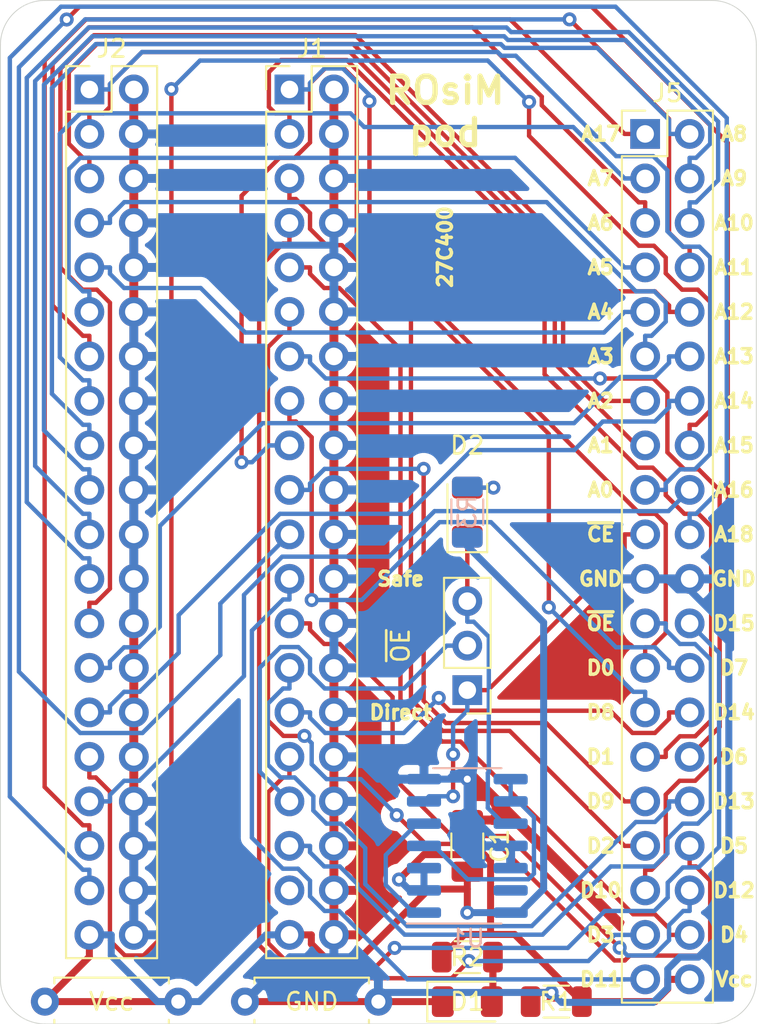
<source format=kicad_pcb>
(kicad_pcb (version 20171130) (host pcbnew 5.1.8-1.fc33)

  (general
    (thickness 1.6)
    (drawings 52)
    (tracks 682)
    (zones 0)
    (modules 13)
    (nets 47)
  )

  (page A4)
  (layers
    (0 F.Cu signal hide)
    (31 B.Cu signal hide)
    (32 B.Adhes user)
    (33 F.Adhes user)
    (34 B.Paste user)
    (35 F.Paste user)
    (36 B.SilkS user)
    (37 F.SilkS user)
    (38 B.Mask user)
    (39 F.Mask user)
    (40 Dwgs.User user)
    (41 Cmts.User user)
    (42 Eco1.User user)
    (43 Eco2.User user)
    (44 Edge.Cuts user)
    (45 Margin user)
    (46 B.CrtYd user)
    (47 F.CrtYd user)
    (48 B.Fab user)
    (49 F.Fab user)
  )

  (setup
    (last_trace_width 0.25)
    (trace_clearance 0.2)
    (zone_clearance 0.508)
    (zone_45_only no)
    (trace_min 0.2)
    (via_size 0.8)
    (via_drill 0.4)
    (via_min_size 0.4)
    (via_min_drill 0.3)
    (uvia_size 0.3)
    (uvia_drill 0.1)
    (uvias_allowed no)
    (uvia_min_size 0.2)
    (uvia_min_drill 0.1)
    (edge_width 0.05)
    (segment_width 0.2)
    (pcb_text_width 0.3)
    (pcb_text_size 1.5 1.5)
    (mod_edge_width 0.12)
    (mod_text_size 1 1)
    (mod_text_width 0.15)
    (pad_size 1.524 1.524)
    (pad_drill 0.762)
    (pad_to_mask_clearance 0)
    (aux_axis_origin 0 0)
    (visible_elements FFFFFF7F)
    (pcbplotparams
      (layerselection 0x010fc_ffffffff)
      (usegerberextensions false)
      (usegerberattributes true)
      (usegerberadvancedattributes true)
      (creategerberjobfile true)
      (excludeedgelayer true)
      (linewidth 0.100000)
      (plotframeref false)
      (viasonmask false)
      (mode 1)
      (useauxorigin false)
      (hpglpennumber 1)
      (hpglpenspeed 20)
      (hpglpendiameter 15.000000)
      (psnegative false)
      (psa4output false)
      (plotreference true)
      (plotvalue true)
      (plotinvisibletext false)
      (padsonsilk false)
      (subtractmaskfromsilk false)
      (outputformat 1)
      (mirror false)
      (drillshape 1)
      (scaleselection 1)
      (outputdirectory ""))
  )

  (net 0 "")
  (net 1 VCC)
  (net 2 GND)
  (net 3 "Net-(D1-Pad2)")
  (net 4 "Net-(D2-Pad2)")
  (net 5 /~SAFE_CE)
  (net 6 /~OE)
  (net 7 /~B_CE)
  (net 8 /D7)
  (net 9 /D6)
  (net 10 /D5)
  (net 11 /D4)
  (net 12 /D3)
  (net 13 /D2)
  (net 14 /D1)
  (net 15 /D0)
  (net 16 /A18)
  (net 17 /A17)
  (net 18 /A16)
  (net 19 /A15)
  (net 20 /A14)
  (net 21 /A13)
  (net 22 /A12)
  (net 23 /A11)
  (net 24 /A10)
  (net 25 /A9)
  (net 26 /A8)
  (net 27 /A7)
  (net 28 /A6)
  (net 29 /A5)
  (net 30 /A4)
  (net 31 /A3)
  (net 32 /A2)
  (net 33 /A1)
  (net 34 /A0)
  (net 35 /~DIR_CE)
  (net 36 /EXT_VCC)
  (net 37 "Net-(U1-Pad4)")
  (net 38 "Net-(U1-Pad1)")
  (net 39 /D15)
  (net 40 /D14)
  (net 41 /D13)
  (net 42 /D12)
  (net 43 /D11)
  (net 44 /D10)
  (net 45 /D9)
  (net 46 /D8)

  (net_class Default "This is the default net class."
    (clearance 0.2)
    (trace_width 0.25)
    (via_dia 0.8)
    (via_drill 0.4)
    (uvia_dia 0.3)
    (uvia_drill 0.1)
    (add_net /A0)
    (add_net /A1)
    (add_net /A10)
    (add_net /A11)
    (add_net /A12)
    (add_net /A13)
    (add_net /A14)
    (add_net /A15)
    (add_net /A16)
    (add_net /A17)
    (add_net /A18)
    (add_net /A2)
    (add_net /A3)
    (add_net /A4)
    (add_net /A5)
    (add_net /A6)
    (add_net /A7)
    (add_net /A8)
    (add_net /A9)
    (add_net /D0)
    (add_net /D1)
    (add_net /D10)
    (add_net /D11)
    (add_net /D12)
    (add_net /D13)
    (add_net /D14)
    (add_net /D15)
    (add_net /D2)
    (add_net /D3)
    (add_net /D4)
    (add_net /D5)
    (add_net /D6)
    (add_net /D7)
    (add_net /D8)
    (add_net /D9)
    (add_net /~B_CE)
    (add_net /~DIR_CE)
    (add_net /~OE)
    (add_net /~SAFE_CE)
    (add_net "Net-(D2-Pad2)")
    (add_net "Net-(U1-Pad1)")
    (add_net "Net-(U1-Pad4)")
  )

  (net_class Power ""
    (clearance 0.2)
    (trace_width 0.4)
    (via_dia 0.8)
    (via_drill 0.4)
    (uvia_dia 0.3)
    (uvia_drill 0.1)
    (add_net /EXT_VCC)
    (add_net GND)
    (add_net "Net-(D1-Pad2)")
    (add_net VCC)
  )

  (module Connector_PinHeader_2.54mm:PinHeader_2x20_P2.54mm_Vertical (layer F.Cu) (tedit 59FED5CC) (tstamp 5FB93F51)
    (at 166.37 40.64)
    (descr "Through hole straight pin header, 2x20, 2.54mm pitch, double rows")
    (tags "Through hole pin header THT 2x20 2.54mm double row")
    (path /5FFBAEB6)
    (fp_text reference J5 (at 1.27 -2.33) (layer F.SilkS)
      (effects (font (size 1 1) (thickness 0.15)))
    )
    (fp_text value "ROM Lines" (at 1.27 50.59) (layer F.Fab)
      (effects (font (size 1 1) (thickness 0.15)))
    )
    (fp_text user %R (at 1.27 24.13 90) (layer F.Fab)
      (effects (font (size 1 1) (thickness 0.15)))
    )
    (fp_line (start 0 -1.27) (end 3.81 -1.27) (layer F.Fab) (width 0.1))
    (fp_line (start 3.81 -1.27) (end 3.81 49.53) (layer F.Fab) (width 0.1))
    (fp_line (start 3.81 49.53) (end -1.27 49.53) (layer F.Fab) (width 0.1))
    (fp_line (start -1.27 49.53) (end -1.27 0) (layer F.Fab) (width 0.1))
    (fp_line (start -1.27 0) (end 0 -1.27) (layer F.Fab) (width 0.1))
    (fp_line (start -1.33 49.59) (end 3.87 49.59) (layer F.SilkS) (width 0.12))
    (fp_line (start -1.33 1.27) (end -1.33 49.59) (layer F.SilkS) (width 0.12))
    (fp_line (start 3.87 -1.33) (end 3.87 49.59) (layer F.SilkS) (width 0.12))
    (fp_line (start -1.33 1.27) (end 1.27 1.27) (layer F.SilkS) (width 0.12))
    (fp_line (start 1.27 1.27) (end 1.27 -1.33) (layer F.SilkS) (width 0.12))
    (fp_line (start 1.27 -1.33) (end 3.87 -1.33) (layer F.SilkS) (width 0.12))
    (fp_line (start -1.33 0) (end -1.33 -1.33) (layer F.SilkS) (width 0.12))
    (fp_line (start -1.33 -1.33) (end 0 -1.33) (layer F.SilkS) (width 0.12))
    (fp_line (start -1.8 -1.8) (end -1.8 50.05) (layer F.CrtYd) (width 0.05))
    (fp_line (start -1.8 50.05) (end 4.35 50.05) (layer F.CrtYd) (width 0.05))
    (fp_line (start 4.35 50.05) (end 4.35 -1.8) (layer F.CrtYd) (width 0.05))
    (fp_line (start 4.35 -1.8) (end -1.8 -1.8) (layer F.CrtYd) (width 0.05))
    (pad 40 thru_hole oval (at 2.54 48.26) (size 1.7 1.7) (drill 1) (layers *.Cu *.Mask)
      (net 36 /EXT_VCC))
    (pad 39 thru_hole oval (at 0 48.26) (size 1.7 1.7) (drill 1) (layers *.Cu *.Mask)
      (net 43 /D11))
    (pad 38 thru_hole oval (at 2.54 45.72) (size 1.7 1.7) (drill 1) (layers *.Cu *.Mask)
      (net 11 /D4))
    (pad 37 thru_hole oval (at 0 45.72) (size 1.7 1.7) (drill 1) (layers *.Cu *.Mask)
      (net 12 /D3))
    (pad 36 thru_hole oval (at 2.54 43.18) (size 1.7 1.7) (drill 1) (layers *.Cu *.Mask)
      (net 42 /D12))
    (pad 35 thru_hole oval (at 0 43.18) (size 1.7 1.7) (drill 1) (layers *.Cu *.Mask)
      (net 44 /D10))
    (pad 34 thru_hole oval (at 2.54 40.64) (size 1.7 1.7) (drill 1) (layers *.Cu *.Mask)
      (net 10 /D5))
    (pad 33 thru_hole oval (at 0 40.64) (size 1.7 1.7) (drill 1) (layers *.Cu *.Mask)
      (net 13 /D2))
    (pad 32 thru_hole oval (at 2.54 38.1) (size 1.7 1.7) (drill 1) (layers *.Cu *.Mask)
      (net 41 /D13))
    (pad 31 thru_hole oval (at 0 38.1) (size 1.7 1.7) (drill 1) (layers *.Cu *.Mask)
      (net 45 /D9))
    (pad 30 thru_hole oval (at 2.54 35.56) (size 1.7 1.7) (drill 1) (layers *.Cu *.Mask)
      (net 9 /D6))
    (pad 29 thru_hole oval (at 0 35.56) (size 1.7 1.7) (drill 1) (layers *.Cu *.Mask)
      (net 14 /D1))
    (pad 28 thru_hole oval (at 2.54 33.02) (size 1.7 1.7) (drill 1) (layers *.Cu *.Mask)
      (net 40 /D14))
    (pad 27 thru_hole oval (at 0 33.02) (size 1.7 1.7) (drill 1) (layers *.Cu *.Mask)
      (net 46 /D8))
    (pad 26 thru_hole oval (at 2.54 30.48) (size 1.7 1.7) (drill 1) (layers *.Cu *.Mask)
      (net 8 /D7))
    (pad 25 thru_hole oval (at 0 30.48) (size 1.7 1.7) (drill 1) (layers *.Cu *.Mask)
      (net 15 /D0))
    (pad 24 thru_hole oval (at 2.54 27.94) (size 1.7 1.7) (drill 1) (layers *.Cu *.Mask)
      (net 39 /D15))
    (pad 23 thru_hole oval (at 0 27.94) (size 1.7 1.7) (drill 1) (layers *.Cu *.Mask)
      (net 6 /~OE))
    (pad 22 thru_hole oval (at 2.54 25.4) (size 1.7 1.7) (drill 1) (layers *.Cu *.Mask)
      (net 2 GND))
    (pad 21 thru_hole oval (at 0 25.4) (size 1.7 1.7) (drill 1) (layers *.Cu *.Mask)
      (net 2 GND))
    (pad 20 thru_hole oval (at 2.54 22.86) (size 1.7 1.7) (drill 1) (layers *.Cu *.Mask)
      (net 16 /A18))
    (pad 19 thru_hole oval (at 0 22.86) (size 1.7 1.7) (drill 1) (layers *.Cu *.Mask)
      (net 35 /~DIR_CE))
    (pad 18 thru_hole oval (at 2.54 20.32) (size 1.7 1.7) (drill 1) (layers *.Cu *.Mask)
      (net 18 /A16))
    (pad 17 thru_hole oval (at 0 20.32) (size 1.7 1.7) (drill 1) (layers *.Cu *.Mask)
      (net 34 /A0))
    (pad 16 thru_hole oval (at 2.54 17.78) (size 1.7 1.7) (drill 1) (layers *.Cu *.Mask)
      (net 19 /A15))
    (pad 15 thru_hole oval (at 0 17.78) (size 1.7 1.7) (drill 1) (layers *.Cu *.Mask)
      (net 33 /A1))
    (pad 14 thru_hole oval (at 2.54 15.24) (size 1.7 1.7) (drill 1) (layers *.Cu *.Mask)
      (net 20 /A14))
    (pad 13 thru_hole oval (at 0 15.24) (size 1.7 1.7) (drill 1) (layers *.Cu *.Mask)
      (net 32 /A2))
    (pad 12 thru_hole oval (at 2.54 12.7) (size 1.7 1.7) (drill 1) (layers *.Cu *.Mask)
      (net 21 /A13))
    (pad 11 thru_hole oval (at 0 12.7) (size 1.7 1.7) (drill 1) (layers *.Cu *.Mask)
      (net 31 /A3))
    (pad 10 thru_hole oval (at 2.54 10.16) (size 1.7 1.7) (drill 1) (layers *.Cu *.Mask)
      (net 22 /A12))
    (pad 9 thru_hole oval (at 0 10.16) (size 1.7 1.7) (drill 1) (layers *.Cu *.Mask)
      (net 30 /A4))
    (pad 8 thru_hole oval (at 2.54 7.62) (size 1.7 1.7) (drill 1) (layers *.Cu *.Mask)
      (net 23 /A11))
    (pad 7 thru_hole oval (at 0 7.62) (size 1.7 1.7) (drill 1) (layers *.Cu *.Mask)
      (net 29 /A5))
    (pad 6 thru_hole oval (at 2.54 5.08) (size 1.7 1.7) (drill 1) (layers *.Cu *.Mask)
      (net 24 /A10))
    (pad 5 thru_hole oval (at 0 5.08) (size 1.7 1.7) (drill 1) (layers *.Cu *.Mask)
      (net 28 /A6))
    (pad 4 thru_hole oval (at 2.54 2.54) (size 1.7 1.7) (drill 1) (layers *.Cu *.Mask)
      (net 25 /A9))
    (pad 3 thru_hole oval (at 0 2.54) (size 1.7 1.7) (drill 1) (layers *.Cu *.Mask)
      (net 27 /A7))
    (pad 2 thru_hole oval (at 2.54 0) (size 1.7 1.7) (drill 1) (layers *.Cu *.Mask)
      (net 26 /A8))
    (pad 1 thru_hole rect (at 0 0) (size 1.7 1.7) (drill 1) (layers *.Cu *.Mask)
      (net 17 /A17))
    (model ${KISYS3DMOD}/Connector_PinHeader_2.54mm.3dshapes/PinHeader_2x20_P2.54mm_Vertical.wrl
      (at (xyz 0 0 0))
      (scale (xyz 1 1 1))
      (rotate (xyz 0 0 0))
    )
  )

  (module Package_SO:SO-14_3.9x8.65mm_P1.27mm (layer B.Cu) (tedit 5F427CE7) (tstamp 5FB3D67A)
    (at 156.21 81.28)
    (descr "SO, 14 Pin (https://www.st.com/resource/en/datasheet/l6491.pdf), generated with kicad-footprint-generator ipc_gullwing_generator.py")
    (tags "SO SO")
    (path /5FCEB885)
    (attr smd)
    (fp_text reference U1 (at 0 5.28) (layer B.SilkS)
      (effects (font (size 1 1) (thickness 0.15)) (justify mirror))
    )
    (fp_text value 74HCT02 (at 0 -5.28) (layer B.Fab)
      (effects (font (size 1 1) (thickness 0.15)) (justify mirror))
    )
    (fp_line (start 0 -4.435) (end 1.95 -4.435) (layer B.SilkS) (width 0.12))
    (fp_line (start 0 -4.435) (end -1.95 -4.435) (layer B.SilkS) (width 0.12))
    (fp_line (start 0 4.435) (end 1.95 4.435) (layer B.SilkS) (width 0.12))
    (fp_line (start 0 4.435) (end -3.45 4.435) (layer B.SilkS) (width 0.12))
    (fp_line (start -0.975 4.325) (end 1.95 4.325) (layer B.Fab) (width 0.1))
    (fp_line (start 1.95 4.325) (end 1.95 -4.325) (layer B.Fab) (width 0.1))
    (fp_line (start 1.95 -4.325) (end -1.95 -4.325) (layer B.Fab) (width 0.1))
    (fp_line (start -1.95 -4.325) (end -1.95 3.35) (layer B.Fab) (width 0.1))
    (fp_line (start -1.95 3.35) (end -0.975 4.325) (layer B.Fab) (width 0.1))
    (fp_line (start -3.7 4.58) (end -3.7 -4.58) (layer B.CrtYd) (width 0.05))
    (fp_line (start -3.7 -4.58) (end 3.7 -4.58) (layer B.CrtYd) (width 0.05))
    (fp_line (start 3.7 -4.58) (end 3.7 4.58) (layer B.CrtYd) (width 0.05))
    (fp_line (start 3.7 4.58) (end -3.7 4.58) (layer B.CrtYd) (width 0.05))
    (fp_text user %R (at 0 0) (layer B.Fab)
      (effects (font (size 0.98 0.98) (thickness 0.15)) (justify mirror))
    )
    (pad 14 smd roundrect (at 2.475 3.81) (size 1.95 0.6) (layers B.Cu B.Paste B.Mask) (roundrect_rratio 0.25)
      (net 1 VCC))
    (pad 13 smd roundrect (at 2.475 2.54) (size 1.95 0.6) (layers B.Cu B.Paste B.Mask) (roundrect_rratio 0.25))
    (pad 12 smd roundrect (at 2.475 1.27) (size 1.95 0.6) (layers B.Cu B.Paste B.Mask) (roundrect_rratio 0.25)
      (net 2 GND))
    (pad 11 smd roundrect (at 2.475 0) (size 1.95 0.6) (layers B.Cu B.Paste B.Mask) (roundrect_rratio 0.25)
      (net 2 GND))
    (pad 10 smd roundrect (at 2.475 -1.27) (size 1.95 0.6) (layers B.Cu B.Paste B.Mask) (roundrect_rratio 0.25)
      (net 5 /~SAFE_CE))
    (pad 9 smd roundrect (at 2.475 -2.54) (size 1.95 0.6) (layers B.Cu B.Paste B.Mask) (roundrect_rratio 0.25)
      (net 37 "Net-(U1-Pad4)"))
    (pad 8 smd roundrect (at 2.475 -3.81) (size 1.95 0.6) (layers B.Cu B.Paste B.Mask) (roundrect_rratio 0.25)
      (net 37 "Net-(U1-Pad4)"))
    (pad 7 smd roundrect (at -2.475 -3.81) (size 1.95 0.6) (layers B.Cu B.Paste B.Mask) (roundrect_rratio 0.25)
      (net 2 GND))
    (pad 6 smd roundrect (at -2.475 -2.54) (size 1.95 0.6) (layers B.Cu B.Paste B.Mask) (roundrect_rratio 0.25)
      (net 35 /~DIR_CE))
    (pad 5 smd roundrect (at -2.475 -1.27) (size 1.95 0.6) (layers B.Cu B.Paste B.Mask) (roundrect_rratio 0.25)
      (net 38 "Net-(U1-Pad1)"))
    (pad 4 smd roundrect (at -2.475 0) (size 1.95 0.6) (layers B.Cu B.Paste B.Mask) (roundrect_rratio 0.25)
      (net 37 "Net-(U1-Pad4)"))
    (pad 3 smd roundrect (at -2.475 1.27) (size 1.95 0.6) (layers B.Cu B.Paste B.Mask) (roundrect_rratio 0.25)
      (net 36 /EXT_VCC))
    (pad 2 smd roundrect (at -2.475 2.54) (size 1.95 0.6) (layers B.Cu B.Paste B.Mask) (roundrect_rratio 0.25)
      (net 36 /EXT_VCC))
    (pad 1 smd roundrect (at -2.475 3.81) (size 1.95 0.6) (layers B.Cu B.Paste B.Mask) (roundrect_rratio 0.25)
      (net 38 "Net-(U1-Pad1)"))
    (model ${KISYS3DMOD}/Package_SO.3dshapes/SO-14_3.9x8.65mm_P1.27mm.wrl
      (at (xyz 0 0 0))
      (scale (xyz 1 1 1))
      (rotate (xyz 0 0 0))
    )
  )

  (module Resistor_SMD:R_1206_3216Metric (layer B.Cu) (tedit 5F68FEEE) (tstamp 5FB3D63E)
    (at 156.21 62.23 270)
    (descr "Resistor SMD 1206 (3216 Metric), square (rectangular) end terminal, IPC_7351 nominal, (Body size source: IPC-SM-782 page 72, https://www.pcb-3d.com/wordpress/wp-content/uploads/ipc-sm-782a_amendment_1_and_2.pdf), generated with kicad-footprint-generator")
    (tags resistor)
    (path /601DEF89)
    (attr smd)
    (fp_text reference R3 (at 0 0 90) (layer B.SilkS)
      (effects (font (size 1 1) (thickness 0.15)) (justify mirror))
    )
    (fp_text value 470 (at 0 -1.82 90) (layer B.Fab)
      (effects (font (size 1 1) (thickness 0.15)) (justify mirror))
    )
    (fp_line (start -1.6 -0.8) (end -1.6 0.8) (layer B.Fab) (width 0.1))
    (fp_line (start -1.6 0.8) (end 1.6 0.8) (layer B.Fab) (width 0.1))
    (fp_line (start 1.6 0.8) (end 1.6 -0.8) (layer B.Fab) (width 0.1))
    (fp_line (start 1.6 -0.8) (end -1.6 -0.8) (layer B.Fab) (width 0.1))
    (fp_line (start -0.727064 0.91) (end 0.727064 0.91) (layer B.SilkS) (width 0.12))
    (fp_line (start -0.727064 -0.91) (end 0.727064 -0.91) (layer B.SilkS) (width 0.12))
    (fp_line (start -2.28 -1.12) (end -2.28 1.12) (layer B.CrtYd) (width 0.05))
    (fp_line (start -2.28 1.12) (end 2.28 1.12) (layer B.CrtYd) (width 0.05))
    (fp_line (start 2.28 1.12) (end 2.28 -1.12) (layer B.CrtYd) (width 0.05))
    (fp_line (start 2.28 -1.12) (end -2.28 -1.12) (layer B.CrtYd) (width 0.05))
    (fp_text user %R (at 0 0 90) (layer B.Fab)
      (effects (font (size 0.8 0.8) (thickness 0.12)) (justify mirror))
    )
    (pad 2 smd roundrect (at 1.4625 0 270) (size 1.125 1.75) (layers B.Cu B.Paste B.Mask) (roundrect_rratio 0.222222)
      (net 1 VCC))
    (pad 1 smd roundrect (at -1.4625 0 270) (size 1.125 1.75) (layers B.Cu B.Paste B.Mask) (roundrect_rratio 0.222222)
      (net 4 "Net-(D2-Pad2)"))
    (model ${KISYS3DMOD}/Resistor_SMD.3dshapes/R_1206_3216Metric.wrl
      (at (xyz 0 0 0))
      (scale (xyz 1 1 1))
      (rotate (xyz 0 0 0))
    )
  )

  (module Resistor_SMD:R_1206_3216Metric (layer F.Cu) (tedit 5F68FEEE) (tstamp 5FB3D62D)
    (at 156.21 87.63 180)
    (descr "Resistor SMD 1206 (3216 Metric), square (rectangular) end terminal, IPC_7351 nominal, (Body size source: IPC-SM-782 page 72, https://www.pcb-3d.com/wordpress/wp-content/uploads/ipc-sm-782a_amendment_1_and_2.pdf), generated with kicad-footprint-generator")
    (tags resistor)
    (path /6019F326)
    (attr smd)
    (fp_text reference R2 (at 0 0) (layer F.SilkS)
      (effects (font (size 1 1) (thickness 0.15)))
    )
    (fp_text value 1k (at 0 1.82) (layer F.Fab)
      (effects (font (size 1 1) (thickness 0.15)))
    )
    (fp_line (start -1.6 0.8) (end -1.6 -0.8) (layer F.Fab) (width 0.1))
    (fp_line (start -1.6 -0.8) (end 1.6 -0.8) (layer F.Fab) (width 0.1))
    (fp_line (start 1.6 -0.8) (end 1.6 0.8) (layer F.Fab) (width 0.1))
    (fp_line (start 1.6 0.8) (end -1.6 0.8) (layer F.Fab) (width 0.1))
    (fp_line (start -0.727064 -0.91) (end 0.727064 -0.91) (layer F.SilkS) (width 0.12))
    (fp_line (start -0.727064 0.91) (end 0.727064 0.91) (layer F.SilkS) (width 0.12))
    (fp_line (start -2.28 1.12) (end -2.28 -1.12) (layer F.CrtYd) (width 0.05))
    (fp_line (start -2.28 -1.12) (end 2.28 -1.12) (layer F.CrtYd) (width 0.05))
    (fp_line (start 2.28 -1.12) (end 2.28 1.12) (layer F.CrtYd) (width 0.05))
    (fp_line (start 2.28 1.12) (end -2.28 1.12) (layer F.CrtYd) (width 0.05))
    (fp_text user %R (at 0 0) (layer F.Fab)
      (effects (font (size 0.8 0.8) (thickness 0.12)))
    )
    (pad 2 smd roundrect (at 1.4625 0 180) (size 1.125 1.75) (layers F.Cu F.Paste F.Mask) (roundrect_rratio 0.222222)
      (net 36 /EXT_VCC))
    (pad 1 smd roundrect (at -1.4625 0 180) (size 1.125 1.75) (layers F.Cu F.Paste F.Mask) (roundrect_rratio 0.222222)
      (net 3 "Net-(D1-Pad2)"))
    (model ${KISYS3DMOD}/Resistor_SMD.3dshapes/R_1206_3216Metric.wrl
      (at (xyz 0 0 0))
      (scale (xyz 1 1 1))
      (rotate (xyz 0 0 0))
    )
  )

  (module Resistor_SMD:R_1206_3216Metric (layer F.Cu) (tedit 5F68FEEE) (tstamp 5FB3D61C)
    (at 161.29 90.17)
    (descr "Resistor SMD 1206 (3216 Metric), square (rectangular) end terminal, IPC_7351 nominal, (Body size source: IPC-SM-782 page 72, https://www.pcb-3d.com/wordpress/wp-content/uploads/ipc-sm-782a_amendment_1_and_2.pdf), generated with kicad-footprint-generator")
    (tags resistor)
    (path /5FD941FD)
    (attr smd)
    (fp_text reference R1 (at 0 0) (layer F.SilkS)
      (effects (font (size 1 1) (thickness 0.15)))
    )
    (fp_text value 4.7K (at 0 1.82) (layer F.Fab)
      (effects (font (size 1 1) (thickness 0.15)))
    )
    (fp_line (start -1.6 0.8) (end -1.6 -0.8) (layer F.Fab) (width 0.1))
    (fp_line (start -1.6 -0.8) (end 1.6 -0.8) (layer F.Fab) (width 0.1))
    (fp_line (start 1.6 -0.8) (end 1.6 0.8) (layer F.Fab) (width 0.1))
    (fp_line (start 1.6 0.8) (end -1.6 0.8) (layer F.Fab) (width 0.1))
    (fp_line (start -0.727064 -0.91) (end 0.727064 -0.91) (layer F.SilkS) (width 0.12))
    (fp_line (start -0.727064 0.91) (end 0.727064 0.91) (layer F.SilkS) (width 0.12))
    (fp_line (start -2.28 1.12) (end -2.28 -1.12) (layer F.CrtYd) (width 0.05))
    (fp_line (start -2.28 -1.12) (end 2.28 -1.12) (layer F.CrtYd) (width 0.05))
    (fp_line (start 2.28 -1.12) (end 2.28 1.12) (layer F.CrtYd) (width 0.05))
    (fp_line (start 2.28 1.12) (end -2.28 1.12) (layer F.CrtYd) (width 0.05))
    (fp_text user %R (at 0 0) (layer F.Fab)
      (effects (font (size 0.8 0.8) (thickness 0.12)))
    )
    (pad 2 smd roundrect (at 1.4625 0) (size 1.125 1.75) (layers F.Cu F.Paste F.Mask) (roundrect_rratio 0.222222)
      (net 36 /EXT_VCC))
    (pad 1 smd roundrect (at -1.4625 0) (size 1.125 1.75) (layers F.Cu F.Paste F.Mask) (roundrect_rratio 0.222222)
      (net 2 GND))
    (model ${KISYS3DMOD}/Resistor_SMD.3dshapes/R_1206_3216Metric.wrl
      (at (xyz 0 0 0))
      (scale (xyz 1 1 1))
      (rotate (xyz 0 0 0))
    )
  )

  (module Connector_PinHeader_2.54mm:PinHeader_1x03_P2.54mm_Vertical (layer F.Cu) (tedit 59FED5CC) (tstamp 5FB3D59D)
    (at 156.21 72.39 180)
    (descr "Through hole straight pin header, 1x03, 2.54mm pitch, single row")
    (tags "Through hole pin header THT 1x03 2.54mm single row")
    (path /5FC9E5F1)
    (fp_text reference ~OE (at 3.81 2.54 90) (layer F.SilkS)
      (effects (font (size 1 1) (thickness 0.15)))
    )
    (fp_text value "/OE Selection" (at 0 7.41) (layer F.Fab)
      (effects (font (size 1 1) (thickness 0.15)))
    )
    (fp_line (start -0.635 -1.27) (end 1.27 -1.27) (layer F.Fab) (width 0.1))
    (fp_line (start 1.27 -1.27) (end 1.27 6.35) (layer F.Fab) (width 0.1))
    (fp_line (start 1.27 6.35) (end -1.27 6.35) (layer F.Fab) (width 0.1))
    (fp_line (start -1.27 6.35) (end -1.27 -0.635) (layer F.Fab) (width 0.1))
    (fp_line (start -1.27 -0.635) (end -0.635 -1.27) (layer F.Fab) (width 0.1))
    (fp_line (start -1.33 6.41) (end 1.33 6.41) (layer F.SilkS) (width 0.12))
    (fp_line (start -1.33 1.27) (end -1.33 6.41) (layer F.SilkS) (width 0.12))
    (fp_line (start 1.33 1.27) (end 1.33 6.41) (layer F.SilkS) (width 0.12))
    (fp_line (start -1.33 1.27) (end 1.33 1.27) (layer F.SilkS) (width 0.12))
    (fp_line (start -1.33 0) (end -1.33 -1.33) (layer F.SilkS) (width 0.12))
    (fp_line (start -1.33 -1.33) (end 0 -1.33) (layer F.SilkS) (width 0.12))
    (fp_line (start -1.8 -1.8) (end -1.8 6.85) (layer F.CrtYd) (width 0.05))
    (fp_line (start -1.8 6.85) (end 1.8 6.85) (layer F.CrtYd) (width 0.05))
    (fp_line (start 1.8 6.85) (end 1.8 -1.8) (layer F.CrtYd) (width 0.05))
    (fp_line (start 1.8 -1.8) (end -1.8 -1.8) (layer F.CrtYd) (width 0.05))
    (fp_text user %R (at 0 2.54 90) (layer F.Fab)
      (effects (font (size 1 1) (thickness 0.15)))
    )
    (pad 3 thru_hole oval (at 0 5.08 180) (size 1.7 1.7) (drill 1) (layers *.Cu *.Mask)
      (net 5 /~SAFE_CE))
    (pad 2 thru_hole oval (at 0 2.54 180) (size 1.7 1.7) (drill 1) (layers *.Cu *.Mask)
      (net 7 /~B_CE))
    (pad 1 thru_hole rect (at 0 0 180) (size 1.7 1.7) (drill 1) (layers *.Cu *.Mask)
      (net 35 /~DIR_CE))
    (model ${KISYS3DMOD}/Connector_PinHeader_2.54mm.3dshapes/PinHeader_1x03_P2.54mm_Vertical.wrl
      (at (xyz 0 0 0))
      (scale (xyz 1 1 1))
      (rotate (xyz 0 0 0))
    )
  )

  (module Resistor_THT:R_Axial_DIN0207_L6.3mm_D2.5mm_P7.62mm_Horizontal (layer F.Cu) (tedit 5AE5139B) (tstamp 5FB3D554)
    (at 143.51 90.17)
    (descr "Resistor, Axial_DIN0207 series, Axial, Horizontal, pin pitch=7.62mm, 0.25W = 1/4W, length*diameter=6.3*2.5mm^2, http://cdn-reichelt.de/documents/datenblatt/B400/1_4W%23YAG.pdf")
    (tags "Resistor Axial_DIN0207 series Axial Horizontal pin pitch 7.62mm 0.25W = 1/4W length 6.3mm diameter 2.5mm")
    (path /5FC84BD6)
    (fp_text reference GND (at 3.81 0) (layer F.SilkS)
      (effects (font (size 1 1) (thickness 0.15)))
    )
    (fp_text value GND_Probe (at 3.81 2.37) (layer F.Fab)
      (effects (font (size 1 1) (thickness 0.15)))
    )
    (fp_line (start 0.66 -1.25) (end 0.66 1.25) (layer F.Fab) (width 0.1))
    (fp_line (start 0.66 1.25) (end 6.96 1.25) (layer F.Fab) (width 0.1))
    (fp_line (start 6.96 1.25) (end 6.96 -1.25) (layer F.Fab) (width 0.1))
    (fp_line (start 6.96 -1.25) (end 0.66 -1.25) (layer F.Fab) (width 0.1))
    (fp_line (start 0 0) (end 0.66 0) (layer F.Fab) (width 0.1))
    (fp_line (start 7.62 0) (end 6.96 0) (layer F.Fab) (width 0.1))
    (fp_line (start 0.54 -1.04) (end 0.54 -1.37) (layer F.SilkS) (width 0.12))
    (fp_line (start 0.54 -1.37) (end 7.08 -1.37) (layer F.SilkS) (width 0.12))
    (fp_line (start 7.08 -1.37) (end 7.08 -1.04) (layer F.SilkS) (width 0.12))
    (fp_line (start 0.54 1.04) (end 0.54 1.37) (layer F.SilkS) (width 0.12))
    (fp_line (start 0.54 1.37) (end 7.08 1.37) (layer F.SilkS) (width 0.12))
    (fp_line (start 7.08 1.37) (end 7.08 1.04) (layer F.SilkS) (width 0.12))
    (fp_line (start -1.05 -1.5) (end -1.05 1.5) (layer F.CrtYd) (width 0.05))
    (fp_line (start -1.05 1.5) (end 8.67 1.5) (layer F.CrtYd) (width 0.05))
    (fp_line (start 8.67 1.5) (end 8.67 -1.5) (layer F.CrtYd) (width 0.05))
    (fp_line (start 8.67 -1.5) (end -1.05 -1.5) (layer F.CrtYd) (width 0.05))
    (fp_text user %R (at 3.81 0) (layer F.Fab)
      (effects (font (size 1 1) (thickness 0.15)))
    )
    (pad 2 thru_hole oval (at 7.62 0) (size 1.6 1.6) (drill 0.8) (layers *.Cu *.Mask)
      (net 2 GND))
    (pad 1 thru_hole circle (at 0 0) (size 1.6 1.6) (drill 0.8) (layers *.Cu *.Mask)
      (net 2 GND))
    (model ${KISYS3DMOD}/Resistor_THT.3dshapes/R_Axial_DIN0207_L6.3mm_D2.5mm_P7.62mm_Horizontal.wrl
      (at (xyz 0 0 0))
      (scale (xyz 1 1 1))
      (rotate (xyz 0 0 0))
    )
  )

  (module Resistor_THT:R_Axial_DIN0207_L6.3mm_D2.5mm_P7.62mm_Horizontal (layer F.Cu) (tedit 5AE5139B) (tstamp 5FB3D53D)
    (at 132.08 90.17)
    (descr "Resistor, Axial_DIN0207 series, Axial, Horizontal, pin pitch=7.62mm, 0.25W = 1/4W, length*diameter=6.3*2.5mm^2, http://cdn-reichelt.de/documents/datenblatt/B400/1_4W%23YAG.pdf")
    (tags "Resistor Axial_DIN0207 series Axial Horizontal pin pitch 7.62mm 0.25W = 1/4W length 6.3mm diameter 2.5mm")
    (path /5FC6B9CA)
    (fp_text reference Vcc (at 3.81 0) (layer F.SilkS)
      (effects (font (size 1 1) (thickness 0.15)))
    )
    (fp_text value VCC_Probe (at 3.81 2.37) (layer F.Fab)
      (effects (font (size 1 1) (thickness 0.15)))
    )
    (fp_line (start 0.66 -1.25) (end 0.66 1.25) (layer F.Fab) (width 0.1))
    (fp_line (start 0.66 1.25) (end 6.96 1.25) (layer F.Fab) (width 0.1))
    (fp_line (start 6.96 1.25) (end 6.96 -1.25) (layer F.Fab) (width 0.1))
    (fp_line (start 6.96 -1.25) (end 0.66 -1.25) (layer F.Fab) (width 0.1))
    (fp_line (start 0 0) (end 0.66 0) (layer F.Fab) (width 0.1))
    (fp_line (start 7.62 0) (end 6.96 0) (layer F.Fab) (width 0.1))
    (fp_line (start 0.54 -1.04) (end 0.54 -1.37) (layer F.SilkS) (width 0.12))
    (fp_line (start 0.54 -1.37) (end 7.08 -1.37) (layer F.SilkS) (width 0.12))
    (fp_line (start 7.08 -1.37) (end 7.08 -1.04) (layer F.SilkS) (width 0.12))
    (fp_line (start 0.54 1.04) (end 0.54 1.37) (layer F.SilkS) (width 0.12))
    (fp_line (start 0.54 1.37) (end 7.08 1.37) (layer F.SilkS) (width 0.12))
    (fp_line (start 7.08 1.37) (end 7.08 1.04) (layer F.SilkS) (width 0.12))
    (fp_line (start -1.05 -1.5) (end -1.05 1.5) (layer F.CrtYd) (width 0.05))
    (fp_line (start -1.05 1.5) (end 8.67 1.5) (layer F.CrtYd) (width 0.05))
    (fp_line (start 8.67 1.5) (end 8.67 -1.5) (layer F.CrtYd) (width 0.05))
    (fp_line (start 8.67 -1.5) (end -1.05 -1.5) (layer F.CrtYd) (width 0.05))
    (fp_text user %R (at 3.81 0) (layer F.Fab)
      (effects (font (size 1 1) (thickness 0.15)))
    )
    (pad 2 thru_hole oval (at 7.62 0) (size 1.6 1.6) (drill 0.8) (layers *.Cu *.Mask)
      (net 1 VCC))
    (pad 1 thru_hole circle (at 0 0) (size 1.6 1.6) (drill 0.8) (layers *.Cu *.Mask)
      (net 1 VCC))
    (model ${KISYS3DMOD}/Resistor_THT.3dshapes/R_Axial_DIN0207_L6.3mm_D2.5mm_P7.62mm_Horizontal.wrl
      (at (xyz 0 0 0))
      (scale (xyz 1 1 1))
      (rotate (xyz 0 0 0))
    )
  )

  (module Connector_PinHeader_2.54mm:PinHeader_2x20_P2.54mm_Vertical (layer F.Cu) (tedit 59FED5CC) (tstamp 5FB3D526)
    (at 134.62 38.1)
    (descr "Through hole straight pin header, 2x20, 2.54mm pitch, double rows")
    (tags "Through hole pin header THT 2x20 2.54mm double row")
    (path /5FB3A532)
    (fp_text reference J2 (at 1.27 -2.33) (layer F.SilkS)
      (effects (font (size 1 1) (thickness 0.15)))
    )
    (fp_text value EXT_ADDR (at 1.27 50.59) (layer F.Fab)
      (effects (font (size 1 1) (thickness 0.15)))
    )
    (fp_line (start 0 -1.27) (end 3.81 -1.27) (layer F.Fab) (width 0.1))
    (fp_line (start 3.81 -1.27) (end 3.81 49.53) (layer F.Fab) (width 0.1))
    (fp_line (start 3.81 49.53) (end -1.27 49.53) (layer F.Fab) (width 0.1))
    (fp_line (start -1.27 49.53) (end -1.27 0) (layer F.Fab) (width 0.1))
    (fp_line (start -1.27 0) (end 0 -1.27) (layer F.Fab) (width 0.1))
    (fp_line (start -1.33 49.59) (end 3.87 49.59) (layer F.SilkS) (width 0.12))
    (fp_line (start -1.33 1.27) (end -1.33 49.59) (layer F.SilkS) (width 0.12))
    (fp_line (start 3.87 -1.33) (end 3.87 49.59) (layer F.SilkS) (width 0.12))
    (fp_line (start -1.33 1.27) (end 1.27 1.27) (layer F.SilkS) (width 0.12))
    (fp_line (start 1.27 1.27) (end 1.27 -1.33) (layer F.SilkS) (width 0.12))
    (fp_line (start 1.27 -1.33) (end 3.87 -1.33) (layer F.SilkS) (width 0.12))
    (fp_line (start -1.33 0) (end -1.33 -1.33) (layer F.SilkS) (width 0.12))
    (fp_line (start -1.33 -1.33) (end 0 -1.33) (layer F.SilkS) (width 0.12))
    (fp_line (start -1.8 -1.8) (end -1.8 50.05) (layer F.CrtYd) (width 0.05))
    (fp_line (start -1.8 50.05) (end 4.35 50.05) (layer F.CrtYd) (width 0.05))
    (fp_line (start 4.35 50.05) (end 4.35 -1.8) (layer F.CrtYd) (width 0.05))
    (fp_line (start 4.35 -1.8) (end -1.8 -1.8) (layer F.CrtYd) (width 0.05))
    (fp_text user %R (at 1.27 24.13 90) (layer F.Fab)
      (effects (font (size 1 1) (thickness 0.15)))
    )
    (pad 40 thru_hole oval (at 2.54 48.26) (size 1.7 1.7) (drill 1) (layers *.Cu *.Mask)
      (net 2 GND))
    (pad 39 thru_hole oval (at 0 48.26) (size 1.7 1.7) (drill 1) (layers *.Cu *.Mask)
      (net 1 VCC))
    (pad 38 thru_hole oval (at 2.54 45.72) (size 1.7 1.7) (drill 1) (layers *.Cu *.Mask)
      (net 2 GND))
    (pad 37 thru_hole oval (at 0 45.72) (size 1.7 1.7) (drill 1) (layers *.Cu *.Mask)
      (net 16 /A18))
    (pad 36 thru_hole oval (at 2.54 43.18) (size 1.7 1.7) (drill 1) (layers *.Cu *.Mask)
      (net 2 GND))
    (pad 35 thru_hole oval (at 0 43.18) (size 1.7 1.7) (drill 1) (layers *.Cu *.Mask)
      (net 17 /A17))
    (pad 34 thru_hole oval (at 2.54 40.64) (size 1.7 1.7) (drill 1) (layers *.Cu *.Mask)
      (net 2 GND))
    (pad 33 thru_hole oval (at 0 40.64) (size 1.7 1.7) (drill 1) (layers *.Cu *.Mask)
      (net 18 /A16))
    (pad 32 thru_hole oval (at 2.54 38.1) (size 1.7 1.7) (drill 1) (layers *.Cu *.Mask)
      (net 2 GND))
    (pad 31 thru_hole oval (at 0 38.1) (size 1.7 1.7) (drill 1) (layers *.Cu *.Mask)
      (net 19 /A15))
    (pad 30 thru_hole oval (at 2.54 35.56) (size 1.7 1.7) (drill 1) (layers *.Cu *.Mask)
      (net 2 GND))
    (pad 29 thru_hole oval (at 0 35.56) (size 1.7 1.7) (drill 1) (layers *.Cu *.Mask)
      (net 20 /A14))
    (pad 28 thru_hole oval (at 2.54 33.02) (size 1.7 1.7) (drill 1) (layers *.Cu *.Mask)
      (net 2 GND))
    (pad 27 thru_hole oval (at 0 33.02) (size 1.7 1.7) (drill 1) (layers *.Cu *.Mask)
      (net 21 /A13))
    (pad 26 thru_hole oval (at 2.54 30.48) (size 1.7 1.7) (drill 1) (layers *.Cu *.Mask)
      (net 2 GND))
    (pad 25 thru_hole oval (at 0 30.48) (size 1.7 1.7) (drill 1) (layers *.Cu *.Mask)
      (net 22 /A12))
    (pad 24 thru_hole oval (at 2.54 27.94) (size 1.7 1.7) (drill 1) (layers *.Cu *.Mask)
      (net 2 GND))
    (pad 23 thru_hole oval (at 0 27.94) (size 1.7 1.7) (drill 1) (layers *.Cu *.Mask)
      (net 23 /A11))
    (pad 22 thru_hole oval (at 2.54 25.4) (size 1.7 1.7) (drill 1) (layers *.Cu *.Mask)
      (net 2 GND))
    (pad 21 thru_hole oval (at 0 25.4) (size 1.7 1.7) (drill 1) (layers *.Cu *.Mask)
      (net 24 /A10))
    (pad 20 thru_hole oval (at 2.54 22.86) (size 1.7 1.7) (drill 1) (layers *.Cu *.Mask)
      (net 2 GND))
    (pad 19 thru_hole oval (at 0 22.86) (size 1.7 1.7) (drill 1) (layers *.Cu *.Mask)
      (net 25 /A9))
    (pad 18 thru_hole oval (at 2.54 20.32) (size 1.7 1.7) (drill 1) (layers *.Cu *.Mask)
      (net 2 GND))
    (pad 17 thru_hole oval (at 0 20.32) (size 1.7 1.7) (drill 1) (layers *.Cu *.Mask)
      (net 26 /A8))
    (pad 16 thru_hole oval (at 2.54 17.78) (size 1.7 1.7) (drill 1) (layers *.Cu *.Mask)
      (net 2 GND))
    (pad 15 thru_hole oval (at 0 17.78) (size 1.7 1.7) (drill 1) (layers *.Cu *.Mask)
      (net 27 /A7))
    (pad 14 thru_hole oval (at 2.54 15.24) (size 1.7 1.7) (drill 1) (layers *.Cu *.Mask)
      (net 2 GND))
    (pad 13 thru_hole oval (at 0 15.24) (size 1.7 1.7) (drill 1) (layers *.Cu *.Mask)
      (net 28 /A6))
    (pad 12 thru_hole oval (at 2.54 12.7) (size 1.7 1.7) (drill 1) (layers *.Cu *.Mask)
      (net 2 GND))
    (pad 11 thru_hole oval (at 0 12.7) (size 1.7 1.7) (drill 1) (layers *.Cu *.Mask)
      (net 29 /A5))
    (pad 10 thru_hole oval (at 2.54 10.16) (size 1.7 1.7) (drill 1) (layers *.Cu *.Mask)
      (net 2 GND))
    (pad 9 thru_hole oval (at 0 10.16) (size 1.7 1.7) (drill 1) (layers *.Cu *.Mask)
      (net 30 /A4))
    (pad 8 thru_hole oval (at 2.54 7.62) (size 1.7 1.7) (drill 1) (layers *.Cu *.Mask)
      (net 2 GND))
    (pad 7 thru_hole oval (at 0 7.62) (size 1.7 1.7) (drill 1) (layers *.Cu *.Mask)
      (net 31 /A3))
    (pad 6 thru_hole oval (at 2.54 5.08) (size 1.7 1.7) (drill 1) (layers *.Cu *.Mask)
      (net 2 GND))
    (pad 5 thru_hole oval (at 0 5.08) (size 1.7 1.7) (drill 1) (layers *.Cu *.Mask)
      (net 32 /A2))
    (pad 4 thru_hole oval (at 2.54 2.54) (size 1.7 1.7) (drill 1) (layers *.Cu *.Mask)
      (net 2 GND))
    (pad 3 thru_hole oval (at 0 2.54) (size 1.7 1.7) (drill 1) (layers *.Cu *.Mask)
      (net 33 /A1))
    (pad 2 thru_hole oval (at 2.54 0) (size 1.7 1.7) (drill 1) (layers *.Cu *.Mask)
      (net 2 GND))
    (pad 1 thru_hole rect (at 0 0) (size 1.7 1.7) (drill 1) (layers *.Cu *.Mask)
      (net 34 /A0))
    (model ${KISYS3DMOD}/Connector_PinHeader_2.54mm.3dshapes/PinHeader_2x20_P2.54mm_Vertical.wrl
      (at (xyz 0 0 0))
      (scale (xyz 1 1 1))
      (rotate (xyz 0 0 0))
    )
  )

  (module Connector_PinHeader_2.54mm:PinHeader_2x20_P2.54mm_Vertical (layer F.Cu) (tedit 59FED5CC) (tstamp 5FB3D4E8)
    (at 146.05 38.1)
    (descr "Through hole straight pin header, 2x20, 2.54mm pitch, double rows")
    (tags "Through hole pin header THT 2x20 2.54mm double row")
    (path /5FB39CD1)
    (fp_text reference J1 (at 1.27 -2.33) (layer F.SilkS)
      (effects (font (size 1 1) (thickness 0.15)))
    )
    (fp_text value EXT_D (at 1.27 50.59) (layer F.Fab)
      (effects (font (size 1 1) (thickness 0.15)))
    )
    (fp_line (start 0 -1.27) (end 3.81 -1.27) (layer F.Fab) (width 0.1))
    (fp_line (start 3.81 -1.27) (end 3.81 49.53) (layer F.Fab) (width 0.1))
    (fp_line (start 3.81 49.53) (end -1.27 49.53) (layer F.Fab) (width 0.1))
    (fp_line (start -1.27 49.53) (end -1.27 0) (layer F.Fab) (width 0.1))
    (fp_line (start -1.27 0) (end 0 -1.27) (layer F.Fab) (width 0.1))
    (fp_line (start -1.33 49.59) (end 3.87 49.59) (layer F.SilkS) (width 0.12))
    (fp_line (start -1.33 1.27) (end -1.33 49.59) (layer F.SilkS) (width 0.12))
    (fp_line (start 3.87 -1.33) (end 3.87 49.59) (layer F.SilkS) (width 0.12))
    (fp_line (start -1.33 1.27) (end 1.27 1.27) (layer F.SilkS) (width 0.12))
    (fp_line (start 1.27 1.27) (end 1.27 -1.33) (layer F.SilkS) (width 0.12))
    (fp_line (start 1.27 -1.33) (end 3.87 -1.33) (layer F.SilkS) (width 0.12))
    (fp_line (start -1.33 0) (end -1.33 -1.33) (layer F.SilkS) (width 0.12))
    (fp_line (start -1.33 -1.33) (end 0 -1.33) (layer F.SilkS) (width 0.12))
    (fp_line (start -1.8 -1.8) (end -1.8 50.05) (layer F.CrtYd) (width 0.05))
    (fp_line (start -1.8 50.05) (end 4.35 50.05) (layer F.CrtYd) (width 0.05))
    (fp_line (start 4.35 50.05) (end 4.35 -1.8) (layer F.CrtYd) (width 0.05))
    (fp_line (start 4.35 -1.8) (end -1.8 -1.8) (layer F.CrtYd) (width 0.05))
    (fp_text user %R (at 1.27 24.13 90) (layer F.Fab)
      (effects (font (size 1 1) (thickness 0.15)))
    )
    (pad 40 thru_hole oval (at 2.54 48.26) (size 1.7 1.7) (drill 1) (layers *.Cu *.Mask)
      (net 2 GND))
    (pad 39 thru_hole oval (at 0 48.26) (size 1.7 1.7) (drill 1) (layers *.Cu *.Mask)
      (net 1 VCC))
    (pad 38 thru_hole oval (at 2.54 45.72) (size 1.7 1.7) (drill 1) (layers *.Cu *.Mask)
      (net 2 GND))
    (pad 37 thru_hole oval (at 0 45.72) (size 1.7 1.7) (drill 1) (layers *.Cu *.Mask))
    (pad 36 thru_hole oval (at 2.54 43.18) (size 1.7 1.7) (drill 1) (layers *.Cu *.Mask)
      (net 2 GND))
    (pad 35 thru_hole oval (at 0 43.18) (size 1.7 1.7) (drill 1) (layers *.Cu *.Mask)
      (net 6 /~OE))
    (pad 34 thru_hole oval (at 2.54 40.64) (size 1.7 1.7) (drill 1) (layers *.Cu *.Mask)
      (net 2 GND))
    (pad 33 thru_hole oval (at 0 40.64) (size 1.7 1.7) (drill 1) (layers *.Cu *.Mask)
      (net 7 /~B_CE))
    (pad 32 thru_hole oval (at 2.54 38.1) (size 1.7 1.7) (drill 1) (layers *.Cu *.Mask)
      (net 2 GND))
    (pad 31 thru_hole oval (at 0 38.1) (size 1.7 1.7) (drill 1) (layers *.Cu *.Mask)
      (net 39 /D15))
    (pad 30 thru_hole oval (at 2.54 35.56) (size 1.7 1.7) (drill 1) (layers *.Cu *.Mask)
      (net 2 GND))
    (pad 29 thru_hole oval (at 0 35.56) (size 1.7 1.7) (drill 1) (layers *.Cu *.Mask)
      (net 40 /D14))
    (pad 28 thru_hole oval (at 2.54 33.02) (size 1.7 1.7) (drill 1) (layers *.Cu *.Mask)
      (net 2 GND))
    (pad 27 thru_hole oval (at 0 33.02) (size 1.7 1.7) (drill 1) (layers *.Cu *.Mask)
      (net 41 /D13))
    (pad 26 thru_hole oval (at 2.54 30.48) (size 1.7 1.7) (drill 1) (layers *.Cu *.Mask)
      (net 2 GND))
    (pad 25 thru_hole oval (at 0 30.48) (size 1.7 1.7) (drill 1) (layers *.Cu *.Mask)
      (net 42 /D12))
    (pad 24 thru_hole oval (at 2.54 27.94) (size 1.7 1.7) (drill 1) (layers *.Cu *.Mask)
      (net 2 GND))
    (pad 23 thru_hole oval (at 0 27.94) (size 1.7 1.7) (drill 1) (layers *.Cu *.Mask)
      (net 43 /D11))
    (pad 22 thru_hole oval (at 2.54 25.4) (size 1.7 1.7) (drill 1) (layers *.Cu *.Mask)
      (net 2 GND))
    (pad 21 thru_hole oval (at 0 25.4) (size 1.7 1.7) (drill 1) (layers *.Cu *.Mask)
      (net 44 /D10))
    (pad 20 thru_hole oval (at 2.54 22.86) (size 1.7 1.7) (drill 1) (layers *.Cu *.Mask)
      (net 2 GND))
    (pad 19 thru_hole oval (at 0 22.86) (size 1.7 1.7) (drill 1) (layers *.Cu *.Mask)
      (net 45 /D9))
    (pad 18 thru_hole oval (at 2.54 20.32) (size 1.7 1.7) (drill 1) (layers *.Cu *.Mask)
      (net 2 GND))
    (pad 17 thru_hole oval (at 0 20.32) (size 1.7 1.7) (drill 1) (layers *.Cu *.Mask)
      (net 46 /D8))
    (pad 16 thru_hole oval (at 2.54 17.78) (size 1.7 1.7) (drill 1) (layers *.Cu *.Mask)
      (net 2 GND))
    (pad 15 thru_hole oval (at 0 17.78) (size 1.7 1.7) (drill 1) (layers *.Cu *.Mask)
      (net 8 /D7))
    (pad 14 thru_hole oval (at 2.54 15.24) (size 1.7 1.7) (drill 1) (layers *.Cu *.Mask)
      (net 2 GND))
    (pad 13 thru_hole oval (at 0 15.24) (size 1.7 1.7) (drill 1) (layers *.Cu *.Mask)
      (net 9 /D6))
    (pad 12 thru_hole oval (at 2.54 12.7) (size 1.7 1.7) (drill 1) (layers *.Cu *.Mask)
      (net 2 GND))
    (pad 11 thru_hole oval (at 0 12.7) (size 1.7 1.7) (drill 1) (layers *.Cu *.Mask)
      (net 10 /D5))
    (pad 10 thru_hole oval (at 2.54 10.16) (size 1.7 1.7) (drill 1) (layers *.Cu *.Mask)
      (net 2 GND))
    (pad 9 thru_hole oval (at 0 10.16) (size 1.7 1.7) (drill 1) (layers *.Cu *.Mask)
      (net 11 /D4))
    (pad 8 thru_hole oval (at 2.54 7.62) (size 1.7 1.7) (drill 1) (layers *.Cu *.Mask)
      (net 2 GND))
    (pad 7 thru_hole oval (at 0 7.62) (size 1.7 1.7) (drill 1) (layers *.Cu *.Mask)
      (net 12 /D3))
    (pad 6 thru_hole oval (at 2.54 5.08) (size 1.7 1.7) (drill 1) (layers *.Cu *.Mask)
      (net 2 GND))
    (pad 5 thru_hole oval (at 0 5.08) (size 1.7 1.7) (drill 1) (layers *.Cu *.Mask)
      (net 13 /D2))
    (pad 4 thru_hole oval (at 2.54 2.54) (size 1.7 1.7) (drill 1) (layers *.Cu *.Mask)
      (net 2 GND))
    (pad 3 thru_hole oval (at 0 2.54) (size 1.7 1.7) (drill 1) (layers *.Cu *.Mask)
      (net 14 /D1))
    (pad 2 thru_hole oval (at 2.54 0) (size 1.7 1.7) (drill 1) (layers *.Cu *.Mask)
      (net 2 GND))
    (pad 1 thru_hole rect (at 0 0) (size 1.7 1.7) (drill 1) (layers *.Cu *.Mask)
      (net 15 /D0))
    (model ${KISYS3DMOD}/Connector_PinHeader_2.54mm.3dshapes/PinHeader_2x20_P2.54mm_Vertical.wrl
      (at (xyz 0 0 0))
      (scale (xyz 1 1 1))
      (rotate (xyz 0 0 0))
    )
  )

  (module LED_SMD:LED_1206_3216Metric (layer F.Cu) (tedit 5F68FEF1) (tstamp 5FB3D4AA)
    (at 156.21 62.23 90)
    (descr "LED SMD 1206 (3216 Metric), square (rectangular) end terminal, IPC_7351 nominal, (Body size source: http://www.tortai-tech.com/upload/download/2011102023233369053.pdf), generated with kicad-footprint-generator")
    (tags LED)
    (path /601DEA89)
    (attr smd)
    (fp_text reference D2 (at 3.81 0) (layer F.SilkS)
      (effects (font (size 1 1) (thickness 0.15)))
    )
    (fp_text value GREEN (at 0 1.82 90) (layer F.Fab)
      (effects (font (size 1 1) (thickness 0.15)))
    )
    (fp_line (start 1.6 -0.8) (end -1.2 -0.8) (layer F.Fab) (width 0.1))
    (fp_line (start -1.2 -0.8) (end -1.6 -0.4) (layer F.Fab) (width 0.1))
    (fp_line (start -1.6 -0.4) (end -1.6 0.8) (layer F.Fab) (width 0.1))
    (fp_line (start -1.6 0.8) (end 1.6 0.8) (layer F.Fab) (width 0.1))
    (fp_line (start 1.6 0.8) (end 1.6 -0.8) (layer F.Fab) (width 0.1))
    (fp_line (start 1.6 -1.135) (end -2.285 -1.135) (layer F.SilkS) (width 0.12))
    (fp_line (start -2.285 -1.135) (end -2.285 1.135) (layer F.SilkS) (width 0.12))
    (fp_line (start -2.285 1.135) (end 1.6 1.135) (layer F.SilkS) (width 0.12))
    (fp_line (start -2.28 1.12) (end -2.28 -1.12) (layer F.CrtYd) (width 0.05))
    (fp_line (start -2.28 -1.12) (end 2.28 -1.12) (layer F.CrtYd) (width 0.05))
    (fp_line (start 2.28 -1.12) (end 2.28 1.12) (layer F.CrtYd) (width 0.05))
    (fp_line (start 2.28 1.12) (end -2.28 1.12) (layer F.CrtYd) (width 0.05))
    (fp_text user %R (at 0 0 90) (layer F.Fab)
      (effects (font (size 0.8 0.8) (thickness 0.12)))
    )
    (pad 2 smd roundrect (at 1.4 0 90) (size 1.25 1.75) (layers F.Cu F.Paste F.Mask) (roundrect_rratio 0.2)
      (net 4 "Net-(D2-Pad2)"))
    (pad 1 smd roundrect (at -1.4 0 90) (size 1.25 1.75) (layers F.Cu F.Paste F.Mask) (roundrect_rratio 0.2)
      (net 5 /~SAFE_CE))
    (model ${KISYS3DMOD}/LED_SMD.3dshapes/LED_1206_3216Metric.wrl
      (at (xyz 0 0 0))
      (scale (xyz 1 1 1))
      (rotate (xyz 0 0 0))
    )
  )

  (module LED_SMD:LED_1206_3216Metric (layer F.Cu) (tedit 5F68FEF1) (tstamp 5FB3D497)
    (at 156.21 90.17)
    (descr "LED SMD 1206 (3216 Metric), square (rectangular) end terminal, IPC_7351 nominal, (Body size source: http://www.tortai-tech.com/upload/download/2011102023233369053.pdf), generated with kicad-footprint-generator")
    (tags LED)
    (path /601944B8)
    (attr smd)
    (fp_text reference D1 (at 0 0) (layer F.SilkS)
      (effects (font (size 1 1) (thickness 0.15)))
    )
    (fp_text value RED (at 0 1.82) (layer F.Fab)
      (effects (font (size 1 1) (thickness 0.15)))
    )
    (fp_line (start 1.6 -0.8) (end -1.2 -0.8) (layer F.Fab) (width 0.1))
    (fp_line (start -1.2 -0.8) (end -1.6 -0.4) (layer F.Fab) (width 0.1))
    (fp_line (start -1.6 -0.4) (end -1.6 0.8) (layer F.Fab) (width 0.1))
    (fp_line (start -1.6 0.8) (end 1.6 0.8) (layer F.Fab) (width 0.1))
    (fp_line (start 1.6 0.8) (end 1.6 -0.8) (layer F.Fab) (width 0.1))
    (fp_line (start 1.6 -1.135) (end -2.285 -1.135) (layer F.SilkS) (width 0.12))
    (fp_line (start -2.285 -1.135) (end -2.285 1.135) (layer F.SilkS) (width 0.12))
    (fp_line (start -2.285 1.135) (end 1.6 1.135) (layer F.SilkS) (width 0.12))
    (fp_line (start -2.28 1.12) (end -2.28 -1.12) (layer F.CrtYd) (width 0.05))
    (fp_line (start -2.28 -1.12) (end 2.28 -1.12) (layer F.CrtYd) (width 0.05))
    (fp_line (start 2.28 -1.12) (end 2.28 1.12) (layer F.CrtYd) (width 0.05))
    (fp_line (start 2.28 1.12) (end -2.28 1.12) (layer F.CrtYd) (width 0.05))
    (fp_text user %R (at 0 0) (layer F.Fab)
      (effects (font (size 0.8 0.8) (thickness 0.12)))
    )
    (pad 2 smd roundrect (at 1.4 0) (size 1.25 1.75) (layers F.Cu F.Paste F.Mask) (roundrect_rratio 0.2)
      (net 3 "Net-(D1-Pad2)"))
    (pad 1 smd roundrect (at -1.4 0) (size 1.25 1.75) (layers F.Cu F.Paste F.Mask) (roundrect_rratio 0.2)
      (net 2 GND))
    (model ${KISYS3DMOD}/LED_SMD.3dshapes/LED_1206_3216Metric.wrl
      (at (xyz 0 0 0))
      (scale (xyz 1 1 1))
      (rotate (xyz 0 0 0))
    )
  )

  (module Capacitor_SMD:C_1206_3216Metric (layer F.Cu) (tedit 5F68FEEE) (tstamp 5FB3D484)
    (at 156.21 81.28 270)
    (descr "Capacitor SMD 1206 (3216 Metric), square (rectangular) end terminal, IPC_7351 nominal, (Body size source: IPC-SM-782 page 76, https://www.pcb-3d.com/wordpress/wp-content/uploads/ipc-sm-782a_amendment_1_and_2.pdf), generated with kicad-footprint-generator")
    (tags capacitor)
    (path /5FE1CAC2)
    (attr smd)
    (fp_text reference C1 (at 0 -1.85 90) (layer F.SilkS)
      (effects (font (size 1 1) (thickness 0.15)))
    )
    (fp_text value 100nF (at 0 1.85 90) (layer F.Fab)
      (effects (font (size 1 1) (thickness 0.15)))
    )
    (fp_line (start -1.6 0.8) (end -1.6 -0.8) (layer F.Fab) (width 0.1))
    (fp_line (start -1.6 -0.8) (end 1.6 -0.8) (layer F.Fab) (width 0.1))
    (fp_line (start 1.6 -0.8) (end 1.6 0.8) (layer F.Fab) (width 0.1))
    (fp_line (start 1.6 0.8) (end -1.6 0.8) (layer F.Fab) (width 0.1))
    (fp_line (start -0.711252 -0.91) (end 0.711252 -0.91) (layer F.SilkS) (width 0.12))
    (fp_line (start -0.711252 0.91) (end 0.711252 0.91) (layer F.SilkS) (width 0.12))
    (fp_line (start -2.3 1.15) (end -2.3 -1.15) (layer F.CrtYd) (width 0.05))
    (fp_line (start -2.3 -1.15) (end 2.3 -1.15) (layer F.CrtYd) (width 0.05))
    (fp_line (start 2.3 -1.15) (end 2.3 1.15) (layer F.CrtYd) (width 0.05))
    (fp_line (start 2.3 1.15) (end -2.3 1.15) (layer F.CrtYd) (width 0.05))
    (fp_text user %R (at 0 0 90) (layer F.Fab)
      (effects (font (size 0.8 0.8) (thickness 0.12)))
    )
    (pad 2 smd roundrect (at 1.475 0 270) (size 1.15 1.8) (layers F.Cu F.Paste F.Mask) (roundrect_rratio 0.217391)
      (net 1 VCC))
    (pad 1 smd roundrect (at -1.475 0 270) (size 1.15 1.8) (layers F.Cu F.Paste F.Mask) (roundrect_rratio 0.217391)
      (net 2 GND))
    (model ${KISYS3DMOD}/Capacitor_SMD.3dshapes/C_1206_3216Metric.wrl
      (at (xyz 0 0 0))
      (scale (xyz 1 1 1))
      (rotate (xyz 0 0 0))
    )
  )

  (gr_text D15 (at 171.45 68.58) (layer F.SilkS) (tstamp 5FB94D54)
    (effects (font (size 0.8 0.8) (thickness 0.2)))
  )
  (gr_text D10 (at 163.83 83.82) (layer F.SilkS) (tstamp 5FB94D51)
    (effects (font (size 0.8 0.8) (thickness 0.2)))
  )
  (gr_text D11 (at 163.83 88.9) (layer F.SilkS) (tstamp 5FB94D4D)
    (effects (font (size 0.8 0.8) (thickness 0.2)))
  )
  (gr_text D12 (at 171.45 83.82) (layer F.SilkS) (tstamp 5FB94D49)
    (effects (font (size 0.8 0.8) (thickness 0.2)))
  )
  (gr_text D13 (at 171.45 78.74) (layer F.SilkS) (tstamp 5FB94D45)
    (effects (font (size 0.8 0.8) (thickness 0.2)))
  )
  (gr_text D14 (at 171.45 73.66) (layer F.SilkS) (tstamp 5FB94D42)
    (effects (font (size 0.8 0.8) (thickness 0.2)))
  )
  (gr_text D8 (at 163.83 73.66) (layer F.SilkS) (tstamp 5FB94D3E)
    (effects (font (size 0.8 0.8) (thickness 0.2)))
  )
  (gr_text D9 (at 163.83 78.74) (layer F.SilkS) (tstamp 5FB94D3A)
    (effects (font (size 0.8 0.8) (thickness 0.2)))
  )
  (gr_text GND (at 163.83 66.04) (layer F.SilkS) (tstamp 5FB94CFD)
    (effects (font (size 0.8 0.8) (thickness 0.2)))
  )
  (gr_text A18 (at 171.45 63.5) (layer F.SilkS) (tstamp 5FB92F71)
    (effects (font (size 0.8 0.8) (thickness 0.2)))
  )
  (gr_text A17 (at 163.83 40.64) (layer F.SilkS) (tstamp 5FB92F6E)
    (effects (font (size 0.8 0.8) (thickness 0.2)))
  )
  (gr_text A16 (at 171.45 60.96) (layer F.SilkS) (tstamp 5FB92F16)
    (effects (font (size 0.8 0.8) (thickness 0.2)))
  )
  (gr_text "ROsiM\npod" (at 154.94 39.37) (layer F.SilkS)
    (effects (font (size 1.5 1.5) (thickness 0.3)))
  )
  (gr_text Safe (at 152.4 66.04) (layer F.SilkS) (tstamp 5FB3FF06)
    (effects (font (size 0.8 0.8) (thickness 0.2)))
  )
  (gr_text Direct (at 152.4 73.66) (layer F.SilkS)
    (effects (font (size 0.8 0.8) (thickness 0.2)))
  )
  (gr_text 27C400 (at 154.94 49.53 90) (layer F.SilkS)
    (effects (font (size 0.8 0.8) (thickness 0.2)) (justify left))
  )
  (gr_text Vcc (at 171.45 88.9) (layer F.SilkS) (tstamp 5FB3F92A)
    (effects (font (size 0.8 0.8) (thickness 0.2)))
  )
  (gr_text A14 (at 171.45 55.88) (layer F.SilkS) (tstamp 5FB3F926)
    (effects (font (size 0.8 0.8) (thickness 0.2)))
  )
  (gr_text A13 (at 171.45 53.34) (layer F.SilkS) (tstamp 5FB3F922)
    (effects (font (size 0.8 0.8) (thickness 0.2)))
  )
  (gr_text A8 (at 171.45 40.64) (layer F.SilkS) (tstamp 5FB3F91D)
    (effects (font (size 0.8 0.8) (thickness 0.2)))
  )
  (gr_text A9 (at 171.45 43.18) (layer F.SilkS) (tstamp 5FB3F91A)
    (effects (font (size 0.8 0.8) (thickness 0.2)))
  )
  (gr_text A11 (at 171.45 48.26) (layer F.SilkS) (tstamp 5FB3F914)
    (effects (font (size 0.8 0.8) (thickness 0.2)))
  )
  (gr_text ~OE (at 163.83 68.58) (layer F.SilkS) (tstamp 5FB3F911)
    (effects (font (size 0.8 0.8) (thickness 0.2)))
  )
  (gr_text A10 (at 171.45 45.72) (layer F.SilkS) (tstamp 5FB3F90E)
    (effects (font (size 0.8 0.8) (thickness 0.2)))
  )
  (gr_text ~CE (at 163.83 63.5) (layer F.SilkS) (tstamp 5FB3F90B)
    (effects (font (size 0.8 0.8) (thickness 0.2)))
  )
  (gr_text D7 (at 171.45 71.12) (layer F.SilkS) (tstamp 5FB3F908)
    (effects (font (size 0.8 0.8) (thickness 0.2)))
  )
  (gr_text D6 (at 171.45 76.2) (layer F.SilkS) (tstamp 5FB3F905)
    (effects (font (size 0.8 0.8) (thickness 0.2)))
  )
  (gr_text D5 (at 171.45 81.28) (layer F.SilkS) (tstamp 5FB3F901)
    (effects (font (size 0.8 0.8) (thickness 0.2)))
  )
  (gr_text D4 (at 171.45 86.36) (layer F.SilkS) (tstamp 5FB3F8FD)
    (effects (font (size 0.8 0.8) (thickness 0.2)))
  )
  (gr_text D3 (at 163.83 86.36) (layer F.SilkS) (tstamp 5FB3F8FA)
    (effects (font (size 0.8 0.8) (thickness 0.2)))
  )
  (gr_text GND (at 171.45 66.04) (layer F.SilkS) (tstamp 5FB3F8F5)
    (effects (font (size 0.8 0.8) (thickness 0.2)))
  )
  (gr_text D2 (at 163.83 81.28) (layer F.SilkS) (tstamp 5FB3F8F2)
    (effects (font (size 0.8 0.8) (thickness 0.2)))
  )
  (gr_text D1 (at 163.83 76.2) (layer F.SilkS) (tstamp 5FB3F8EE)
    (effects (font (size 0.8 0.8) (thickness 0.2)))
  )
  (gr_text D0 (at 163.83 71.12) (layer F.SilkS) (tstamp 5FB3F8EB)
    (effects (font (size 0.8 0.8) (thickness 0.2)))
  )
  (gr_text A0 (at 163.83 60.96) (layer F.SilkS) (tstamp 5FB3F8E8)
    (effects (font (size 0.8 0.8) (thickness 0.2)))
  )
  (gr_text A1 (at 163.83 58.42) (layer F.SilkS) (tstamp 5FB3F8E4)
    (effects (font (size 0.8 0.8) (thickness 0.2)))
  )
  (gr_text A2 (at 163.83 55.88) (layer F.SilkS) (tstamp 5FB3F8E1)
    (effects (font (size 0.8 0.8) (thickness 0.2)))
  )
  (gr_text A3 (at 163.83 53.34) (layer F.SilkS) (tstamp 5FB3F8DD)
    (effects (font (size 0.8 0.8) (thickness 0.2)))
  )
  (gr_text A4 (at 163.83 50.8) (layer F.SilkS) (tstamp 5FB3F8D9)
    (effects (font (size 0.8 0.8) (thickness 0.2)))
  )
  (gr_text A5 (at 163.83 48.26) (layer F.SilkS) (tstamp 5FB3F8D6)
    (effects (font (size 0.8 0.8) (thickness 0.2)))
  )
  (gr_text A6 (at 163.83 45.72) (layer F.SilkS) (tstamp 5FB3F8D3)
    (effects (font (size 0.8 0.8) (thickness 0.2)))
  )
  (gr_text A7 (at 163.83 43.18) (layer F.SilkS) (tstamp 5FB3F8CF)
    (effects (font (size 0.8 0.8) (thickness 0.2)))
  )
  (gr_text A12 (at 171.45 50.8) (layer F.SilkS) (tstamp 5FB3F8CC)
    (effects (font (size 0.8 0.8) (thickness 0.2)))
  )
  (gr_text A15 (at 171.45 58.42) (layer F.SilkS)
    (effects (font (size 0.8 0.8) (thickness 0.2)))
  )
  (gr_line (start 132.08 33.02) (end 170.18 33.02) (layer Edge.Cuts) (width 0.05) (tstamp 5FB3F556))
  (gr_arc (start 170.18 35.56) (end 172.72 35.56) (angle -90) (layer Edge.Cuts) (width 0.05))
  (gr_line (start 172.72 88.9) (end 172.72 35.56) (layer Edge.Cuts) (width 0.05))
  (gr_arc (start 132.08 35.56) (end 132.08 33.02) (angle -90) (layer Edge.Cuts) (width 0.05))
  (gr_line (start 129.54 88.9) (end 129.54 35.56) (layer Edge.Cuts) (width 0.05))
  (gr_line (start 170.18 91.44) (end 132.08 91.44) (layer Edge.Cuts) (width 0.05) (tstamp 5FB3F555))
  (gr_arc (start 170.18 88.9) (end 170.18 91.44) (angle -90) (layer Edge.Cuts) (width 0.05))
  (gr_arc (start 132.08 88.9) (end 129.54 88.9) (angle -90) (layer Edge.Cuts) (width 0.05))

  (segment (start 158.685 85.09) (end 159.2109 85.09) (width 0.4) (layer B.Cu) (net 1))
  (segment (start 159.2109 85.09) (end 160.5703 83.7306) (width 0.4) (layer B.Cu) (net 1))
  (segment (start 160.5703 83.7306) (end 160.5703 68.5239) (width 0.4) (layer B.Cu) (net 1))
  (segment (start 160.5703 68.5239) (end 156.21 64.1636) (width 0.4) (layer B.Cu) (net 1))
  (segment (start 156.21 64.1636) (end 156.21 63.6925) (width 0.4) (layer B.Cu) (net 1))
  (segment (start 156.21 85.09) (end 158.685 85.09) (width 0.4) (layer B.Cu) (net 1))
  (segment (start 146.05 86.36) (end 147.3003 86.36) (width 0.4) (layer F.Cu) (net 1))
  (segment (start 156.21 83.7449) (end 154.0243 83.7449) (width 0.4) (layer F.Cu) (net 1))
  (segment (start 154.0243 83.7449) (end 150.1345 87.6347) (width 0.4) (layer F.Cu) (net 1))
  (segment (start 150.1345 87.6347) (end 148.0569 87.6347) (width 0.4) (layer F.Cu) (net 1))
  (segment (start 148.0569 87.6347) (end 147.3003 86.8781) (width 0.4) (layer F.Cu) (net 1))
  (segment (start 147.3003 86.8781) (end 147.3003 86.36) (width 0.4) (layer F.Cu) (net 1))
  (segment (start 156.21 83.7449) (end 156.21 85.09) (width 0.4) (layer F.Cu) (net 1))
  (segment (start 156.21 82.755) (end 156.21 83.7449) (width 0.4) (layer F.Cu) (net 1))
  (segment (start 139.7 90.17) (end 140.9003 90.17) (width 0.4) (layer B.Cu) (net 1))
  (segment (start 146.05 86.36) (end 144.7103 86.36) (width 0.4) (layer B.Cu) (net 1))
  (segment (start 144.7103 86.36) (end 140.9003 90.17) (width 0.4) (layer B.Cu) (net 1))
  (segment (start 134.62 86.36) (end 134.62 87.6103) (width 0.4) (layer F.Cu) (net 1))
  (segment (start 134.62 87.6103) (end 132.08 90.1503) (width 0.4) (layer F.Cu) (net 1))
  (segment (start 132.08 90.1503) (end 132.08 90.17) (width 0.4) (layer F.Cu) (net 1))
  (segment (start 139.7 90.17) (end 138.4997 90.17) (width 0.4) (layer B.Cu) (net 1))
  (segment (start 134.62 86.36) (end 135.8703 86.36) (width 0.4) (layer B.Cu) (net 1))
  (segment (start 138.4997 90.17) (end 135.8703 87.5406) (width 0.4) (layer B.Cu) (net 1))
  (segment (start 135.8703 87.5406) (end 135.8703 86.36) (width 0.4) (layer B.Cu) (net 1))
  (via (at 156.21 85.09) (size 0.8) (layers F.Cu B.Cu) (net 1))
  (segment (start 132.08 90.17) (end 139.7 90.17) (width 0.4) (layer F.Cu) (net 1))
  (segment (start 161.0233 89.6475) (end 161.5909 90.2151) (width 0.4) (layer B.Cu) (net 2))
  (segment (start 161.5909 90.2151) (end 166.835 90.2151) (width 0.4) (layer B.Cu) (net 2))
  (segment (start 166.835 90.2151) (end 167.6596 89.3905) (width 0.4) (layer B.Cu) (net 2))
  (segment (start 167.6596 89.3905) (end 167.6596 88.3142) (width 0.4) (layer B.Cu) (net 2))
  (segment (start 167.6596 88.3142) (end 168.3438 87.63) (width 0.4) (layer B.Cu) (net 2))
  (segment (start 168.3438 87.63) (end 169.4082 87.63) (width 0.4) (layer B.Cu) (net 2))
  (segment (start 169.4082 87.63) (end 171.1505 85.8877) (width 0.4) (layer B.Cu) (net 2))
  (segment (start 171.1505 85.8877) (end 171.1505 68.9056) (width 0.4) (layer B.Cu) (net 2))
  (segment (start 171.1505 68.9056) (end 168.91 66.6651) (width 0.4) (layer B.Cu) (net 2))
  (segment (start 151.13 89.6475) (end 161.0233 89.6475) (width 0.4) (layer B.Cu) (net 2))
  (segment (start 159.8275 90.17) (end 160.35 89.6475) (width 0.4) (layer F.Cu) (net 2))
  (segment (start 160.35 89.6475) (end 161.0233 89.6475) (width 0.4) (layer F.Cu) (net 2))
  (segment (start 151.13 89.6475) (end 151.13 88.9697) (width 0.4) (layer B.Cu) (net 2))
  (segment (start 151.13 90.17) (end 151.13 89.6475) (width 0.4) (layer B.Cu) (net 2))
  (segment (start 166.37 66.04) (end 167.6203 66.04) (width 0.4) (layer B.Cu) (net 2))
  (segment (start 168.91 66.6651) (end 168.2454 66.6651) (width 0.4) (layer B.Cu) (net 2))
  (segment (start 168.2454 66.6651) (end 167.6203 66.04) (width 0.4) (layer B.Cu) (net 2))
  (segment (start 168.91 66.04) (end 168.91 66.6651) (width 0.4) (layer B.Cu) (net 2))
  (segment (start 156.1981 77.47) (end 156.1981 79.3054) (width 0.4) (layer B.Cu) (net 2))
  (segment (start 156.1981 79.3054) (end 158.1727 81.28) (width 0.4) (layer B.Cu) (net 2))
  (segment (start 158.1727 81.28) (end 158.685 81.28) (width 0.4) (layer B.Cu) (net 2))
  (segment (start 156.1981 77.47) (end 153.735 77.47) (width 0.4) (layer B.Cu) (net 2))
  (segment (start 156.21 77.47) (end 156.1981 77.47) (width 0.4) (layer B.Cu) (net 2))
  (segment (start 148.59 87.6104) (end 146.0696 87.6104) (width 0.4) (layer B.Cu) (net 2))
  (segment (start 146.0696 87.6104) (end 143.51 90.17) (width 0.4) (layer B.Cu) (net 2))
  (segment (start 148.59 87.4602) (end 148.59 87.6104) (width 0.4) (layer B.Cu) (net 2))
  (segment (start 151.13 88.9697) (end 149.7707 87.6104) (width 0.4) (layer B.Cu) (net 2))
  (segment (start 149.7707 87.6104) (end 148.59 87.6104) (width 0.4) (layer B.Cu) (net 2))
  (segment (start 148.59 86.36) (end 148.59 87.4602) (width 0.4) (layer B.Cu) (net 2))
  (segment (start 148.59 83.82) (end 148.59 86.36) (width 0.4) (layer F.Cu) (net 2))
  (segment (start 148.59 81.28) (end 148.59 83.82) (width 0.4) (layer F.Cu) (net 2))
  (segment (start 137.16 83.82) (end 137.16 86.36) (width 0.4) (layer F.Cu) (net 2))
  (segment (start 137.16 81.28) (end 137.16 83.82) (width 0.4) (layer F.Cu) (net 2))
  (segment (start 137.16 78.74) (end 137.16 81.28) (width 0.4) (layer F.Cu) (net 2))
  (segment (start 137.16 76.2) (end 137.16 78.74) (width 0.4) (layer F.Cu) (net 2))
  (segment (start 137.16 73.66) (end 137.16 76.2) (width 0.4) (layer F.Cu) (net 2))
  (segment (start 137.16 71.12) (end 137.16 73.66) (width 0.4) (layer F.Cu) (net 2))
  (segment (start 137.16 68.58) (end 137.16 71.12) (width 0.4) (layer F.Cu) (net 2))
  (segment (start 137.16 66.04) (end 137.16 68.58) (width 0.4) (layer F.Cu) (net 2))
  (segment (start 137.16 63.5) (end 137.16 66.04) (width 0.4) (layer F.Cu) (net 2))
  (segment (start 137.16 60.96) (end 137.16 63.5) (width 0.4) (layer F.Cu) (net 2))
  (segment (start 137.16 58.42) (end 137.16 60.96) (width 0.4) (layer F.Cu) (net 2))
  (segment (start 137.16 55.88) (end 137.16 58.42) (width 0.4) (layer F.Cu) (net 2))
  (segment (start 137.16 53.34) (end 137.16 55.88) (width 0.4) (layer F.Cu) (net 2))
  (segment (start 137.16 50.8) (end 137.16 53.34) (width 0.4) (layer F.Cu) (net 2))
  (segment (start 137.16 48.26) (end 137.16 50.8) (width 0.4) (layer F.Cu) (net 2))
  (segment (start 137.16 45.72) (end 137.16 48.26) (width 0.4) (layer F.Cu) (net 2))
  (segment (start 137.16 43.18) (end 137.16 45.72) (width 0.4) (layer F.Cu) (net 2))
  (segment (start 137.16 40.64) (end 137.16 43.18) (width 0.4) (layer F.Cu) (net 2))
  (segment (start 137.16 38.1) (end 137.16 40.64) (width 0.4) (layer F.Cu) (net 2))
  (segment (start 148.59 71.12) (end 148.59 68.58) (width 0.4) (layer B.Cu) (net 2))
  (segment (start 148.59 78.74) (end 148.59 81.28) (width 0.4) (layer F.Cu) (net 2))
  (segment (start 148.59 76.2) (end 148.59 78.74) (width 0.4) (layer F.Cu) (net 2))
  (segment (start 148.59 73.66) (end 148.59 76.2) (width 0.4) (layer F.Cu) (net 2))
  (segment (start 148.59 71.12) (end 148.59 73.66) (width 0.4) (layer F.Cu) (net 2))
  (segment (start 148.59 50.8) (end 148.59 48.26) (width 0.4) (layer B.Cu) (net 2))
  (segment (start 148.59 66.04) (end 148.59 68.58) (width 0.4) (layer F.Cu) (net 2))
  (segment (start 148.59 63.5) (end 148.59 66.04) (width 0.4) (layer F.Cu) (net 2))
  (segment (start 148.59 60.96) (end 148.59 63.5) (width 0.4) (layer F.Cu) (net 2))
  (segment (start 148.59 58.42) (end 148.59 60.96) (width 0.4) (layer F.Cu) (net 2))
  (segment (start 148.59 55.88) (end 148.59 58.42) (width 0.4) (layer F.Cu) (net 2))
  (segment (start 148.59 53.34) (end 148.59 55.88) (width 0.4) (layer F.Cu) (net 2))
  (segment (start 148.59 50.8) (end 148.59 53.34) (width 0.4) (layer F.Cu) (net 2))
  (segment (start 148.59 46.99) (end 148.59 48.26) (width 0.4) (layer B.Cu) (net 2))
  (segment (start 148.59 45.72) (end 148.59 46.99) (width 0.4) (layer B.Cu) (net 2))
  (segment (start 148.59 46.99) (end 139.6803 46.99) (width 0.4) (layer B.Cu) (net 2))
  (segment (start 139.6803 46.99) (end 138.4103 45.72) (width 0.4) (layer B.Cu) (net 2))
  (segment (start 137.16 45.72) (end 138.4103 45.72) (width 0.4) (layer B.Cu) (net 2))
  (segment (start 148.59 43.18) (end 148.59 45.72) (width 0.4) (layer F.Cu) (net 2))
  (segment (start 148.59 40.64) (end 148.59 43.18) (width 0.4) (layer F.Cu) (net 2))
  (segment (start 148.59 38.1) (end 148.59 40.64) (width 0.4) (layer F.Cu) (net 2))
  (segment (start 158.685 81.28) (end 158.685 82.55) (width 0.4) (layer B.Cu) (net 2))
  (segment (start 148.59 76.2) (end 149.8403 76.2) (width 0.4) (layer B.Cu) (net 2))
  (segment (start 153.735 77.47) (end 151.1103 77.47) (width 0.4) (layer B.Cu) (net 2))
  (segment (start 151.1103 77.47) (end 149.8403 76.2) (width 0.4) (layer B.Cu) (net 2))
  (segment (start 154.81 90.17) (end 151.13 90.17) (width 0.4) (layer F.Cu) (net 2))
  (segment (start 156.21 79.805) (end 156.21 77.47) (width 0.4) (layer F.Cu) (net 2))
  (via (at 161.0233 89.6475) (size 0.8) (layers F.Cu B.Cu) (net 2))
  (via (at 156.21 77.47) (size 0.8) (layers F.Cu B.Cu) (net 2))
  (segment (start 143.51 90.17) (end 151.13 90.17) (width 0.4) (layer F.Cu) (net 2))
  (segment (start 157.672 88.8687) (end 157.6725 88.8682) (width 0.4) (layer F.Cu) (net 3))
  (segment (start 157.6725 88.8682) (end 157.6725 87.63) (width 0.4) (layer F.Cu) (net 3))
  (segment (start 157.672 88.8687) (end 157.672 90.1075) (width 0.4) (layer F.Cu) (net 3))
  (segment (start 157.672 90.1075) (end 157.61 90.17) (width 0.4) (layer F.Cu) (net 3))
  (segment (start 157.672 87.63) (end 157.672 88.8687) (width 0.4) (layer F.Cu) (net 3))
  (segment (start 156.21 60.83) (end 157.7018 60.83) (width 0.25) (layer F.Cu) (net 4))
  (segment (start 156.21 60.7675) (end 156.2725 60.83) (width 0.25) (layer B.Cu) (net 4))
  (segment (start 156.2725 60.83) (end 157.7018 60.83) (width 0.25) (layer B.Cu) (net 4))
  (via (at 157.7018 60.83) (size 0.8) (layers F.Cu B.Cu) (net 4))
  (segment (start 158.685 80.01) (end 158.2789 80.01) (width 0.25) (layer B.Cu) (net 5))
  (segment (start 158.2789 80.01) (end 157.3812 79.1123) (width 0.25) (layer B.Cu) (net 5))
  (segment (start 157.3812 79.1123) (end 157.3812 77.116) (width 0.25) (layer B.Cu) (net 5))
  (segment (start 157.3812 77.116) (end 157.4382 77.059) (width 0.25) (layer B.Cu) (net 5))
  (segment (start 157.4382 77.059) (end 157.4382 69.3462) (width 0.25) (layer B.Cu) (net 5))
  (segment (start 157.4382 69.3462) (end 156.5773 68.4853) (width 0.25) (layer B.Cu) (net 5))
  (segment (start 156.5773 68.4853) (end 156.21 68.4853) (width 0.25) (layer B.Cu) (net 5))
  (segment (start 156.21 67.31) (end 156.21 68.4853) (width 0.25) (layer B.Cu) (net 5))
  (segment (start 156.21 63.63) (end 156.21 67.31) (width 0.25) (layer F.Cu) (net 5))
  (segment (start 167.5453 68.58) (end 167.5453 68.9474) (width 0.25) (layer B.Cu) (net 6))
  (segment (start 167.5453 68.9474) (end 168.3532 69.7553) (width 0.25) (layer B.Cu) (net 6))
  (segment (start 168.3532 69.7553) (end 169.2208 69.7553) (width 0.25) (layer B.Cu) (net 6))
  (segment (start 169.2208 69.7553) (end 170.1241 70.6586) (width 0.25) (layer B.Cu) (net 6))
  (segment (start 170.1241 70.6586) (end 170.1241 79.2678) (width 0.25) (layer B.Cu) (net 6))
  (segment (start 170.1241 79.2678) (end 169.3819 80.01) (width 0.25) (layer B.Cu) (net 6))
  (segment (start 169.3819 80.01) (end 168.5136 80.01) (width 0.25) (layer B.Cu) (net 6))
  (segment (start 168.5136 80.01) (end 167.64 80.8836) (width 0.25) (layer B.Cu) (net 6))
  (segment (start 167.64 80.8836) (end 167.64 81.711) (width 0.25) (layer B.Cu) (net 6))
  (segment (start 167.64 81.711) (end 166.8956 82.4554) (width 0.25) (layer B.Cu) (net 6))
  (segment (start 166.8956 82.4554) (end 164.4045 82.4554) (width 0.25) (layer B.Cu) (net 6))
  (segment (start 164.4045 82.4554) (end 160.5107 86.3492) (width 0.25) (layer B.Cu) (net 6))
  (segment (start 160.5107 86.3492) (end 152.6304 86.3492) (width 0.25) (layer B.Cu) (net 6))
  (segment (start 152.6304 86.3492) (end 149.9295 83.6483) (width 0.25) (layer B.Cu) (net 6))
  (segment (start 149.9295 83.6483) (end 149.9295 83.4572) (width 0.25) (layer B.Cu) (net 6))
  (segment (start 149.9295 83.4572) (end 148.9276 82.4553) (width 0.25) (layer B.Cu) (net 6))
  (segment (start 148.9276 82.4553) (end 148.0332 82.4553) (width 0.25) (layer B.Cu) (net 6))
  (segment (start 148.0332 82.4553) (end 147.2253 81.6474) (width 0.25) (layer B.Cu) (net 6))
  (segment (start 147.2253 81.6474) (end 147.2253 81.28) (width 0.25) (layer B.Cu) (net 6))
  (segment (start 166.37 68.58) (end 167.5453 68.58) (width 0.25) (layer B.Cu) (net 6))
  (segment (start 146.05 81.28) (end 147.2253 81.28) (width 0.25) (layer B.Cu) (net 6))
  (segment (start 156.21 69.85) (end 155.0347 69.85) (width 0.25) (layer B.Cu) (net 7))
  (segment (start 155.0347 69.85) (end 152.5893 72.2954) (width 0.25) (layer B.Cu) (net 7))
  (segment (start 152.5893 72.2954) (end 148.0644 72.2954) (width 0.25) (layer B.Cu) (net 7))
  (segment (start 148.0644 72.2954) (end 147.2254 71.4564) (width 0.25) (layer B.Cu) (net 7))
  (segment (start 147.2254 71.4564) (end 147.2254 70.5944) (width 0.25) (layer B.Cu) (net 7))
  (segment (start 147.2254 70.5944) (end 146.562 69.931) (width 0.25) (layer B.Cu) (net 7))
  (segment (start 146.562 69.931) (end 145.5367 69.931) (width 0.25) (layer B.Cu) (net 7))
  (segment (start 145.5367 69.931) (end 144.3538 71.1139) (width 0.25) (layer B.Cu) (net 7))
  (segment (start 144.3538 71.1139) (end 144.3538 77.0438) (width 0.25) (layer B.Cu) (net 7))
  (segment (start 144.3538 77.0438) (end 146.05 78.74) (width 0.25) (layer B.Cu) (net 7))
  (segment (start 168.91 71.12) (end 167.7347 71.12) (width 0.25) (layer B.Cu) (net 8))
  (segment (start 146.05 57.0553) (end 146.4173 57.0553) (width 0.25) (layer F.Cu) (net 8))
  (segment (start 146.4173 57.0553) (end 147.32 57.958) (width 0.25) (layer F.Cu) (net 8))
  (segment (start 147.32 57.958) (end 147.32 67.2441) (width 0.25) (layer F.Cu) (net 8))
  (segment (start 167.7347 71.12) (end 167.7347 70.7526) (width 0.25) (layer B.Cu) (net 8))
  (segment (start 167.7347 70.7526) (end 166.9268 69.9447) (width 0.25) (layer B.Cu) (net 8))
  (segment (start 166.9268 69.9447) (end 164.7028 69.9447) (width 0.25) (layer B.Cu) (net 8))
  (segment (start 164.7028 69.9447) (end 157.5578 62.7997) (width 0.25) (layer B.Cu) (net 8))
  (segment (start 157.5578 62.7997) (end 154.6231 62.7997) (width 0.25) (layer B.Cu) (net 8))
  (segment (start 154.6231 62.7997) (end 150.1787 67.2441) (width 0.25) (layer B.Cu) (net 8))
  (segment (start 150.1787 67.2441) (end 147.32 67.2441) (width 0.25) (layer B.Cu) (net 8))
  (segment (start 146.05 55.88) (end 146.05 57.0553) (width 0.25) (layer F.Cu) (net 8))
  (via (at 147.32 67.2441) (size 0.8) (layers F.Cu B.Cu) (net 8))
  (segment (start 168.91 76.2) (end 170.6266 74.4834) (width 0.25) (layer F.Cu) (net 9))
  (segment (start 170.6266 74.4834) (end 170.6266 60.9869) (width 0.25) (layer F.Cu) (net 9))
  (segment (start 170.6266 60.9869) (end 169.4244 59.7847) (width 0.25) (layer F.Cu) (net 9))
  (segment (start 169.4244 59.7847) (end 168.6104 59.7847) (width 0.25) (layer F.Cu) (net 9))
  (segment (start 168.6104 59.7847) (end 167.64 58.8143) (width 0.25) (layer F.Cu) (net 9))
  (segment (start 167.64 58.8143) (end 167.64 55.3983) (width 0.25) (layer F.Cu) (net 9))
  (segment (start 167.64 55.3983) (end 166.8422 54.6005) (width 0.25) (layer F.Cu) (net 9))
  (segment (start 166.8422 54.6005) (end 163.789 54.6005) (width 0.25) (layer F.Cu) (net 9))
  (segment (start 147.2253 53.34) (end 147.2253 53.7074) (width 0.25) (layer B.Cu) (net 9))
  (segment (start 147.2253 53.7074) (end 148.1184 54.6005) (width 0.25) (layer B.Cu) (net 9))
  (segment (start 148.1184 54.6005) (end 163.789 54.6005) (width 0.25) (layer B.Cu) (net 9))
  (segment (start 146.05 53.34) (end 147.2253 53.34) (width 0.25) (layer B.Cu) (net 9))
  (via (at 163.789 54.6005) (size 0.8) (layers F.Cu B.Cu) (net 9))
  (segment (start 152.1772 79.5237) (end 153.8208 81.1673) (width 0.25) (layer F.Cu) (net 10))
  (segment (start 153.8208 81.1673) (end 157.9619 81.1673) (width 0.25) (layer F.Cu) (net 10))
  (segment (start 157.9619 81.1673) (end 164.6123 87.8177) (width 0.25) (layer F.Cu) (net 10))
  (segment (start 164.6123 87.8177) (end 165.2132 87.8177) (width 0.25) (layer F.Cu) (net 10))
  (segment (start 165.2132 87.8177) (end 165.4876 87.5433) (width 0.25) (layer F.Cu) (net 10))
  (segment (start 165.4876 87.5433) (end 169.4037 87.5433) (width 0.25) (layer F.Cu) (net 10))
  (segment (start 169.4037 87.5433) (end 170.0853 86.8617) (width 0.25) (layer F.Cu) (net 10))
  (segment (start 170.0853 86.8617) (end 170.0853 83.2632) (width 0.25) (layer F.Cu) (net 10))
  (segment (start 170.0853 83.2632) (end 169.2774 82.4553) (width 0.25) (layer F.Cu) (net 10))
  (segment (start 169.2774 82.4553) (end 168.91 82.4553) (width 0.25) (layer F.Cu) (net 10))
  (segment (start 146.9051 75.0027) (end 147.32 75.4176) (width 0.25) (layer B.Cu) (net 10))
  (segment (start 147.32 75.4176) (end 147.32 76.6196) (width 0.25) (layer B.Cu) (net 10))
  (segment (start 147.32 76.6196) (end 148.1704 77.47) (width 0.25) (layer B.Cu) (net 10))
  (segment (start 148.1704 77.47) (end 150.1235 77.47) (width 0.25) (layer B.Cu) (net 10))
  (segment (start 150.1235 77.47) (end 152.1772 79.5237) (width 0.25) (layer B.Cu) (net 10))
  (segment (start 146.9051 75.0027) (end 145.7025 75.0027) (width 0.25) (layer F.Cu) (net 10))
  (segment (start 145.7025 75.0027) (end 144.8231 74.1233) (width 0.25) (layer F.Cu) (net 10))
  (segment (start 144.8231 74.1233) (end 144.8231 52.8144) (width 0.25) (layer F.Cu) (net 10))
  (segment (start 144.8231 52.8144) (end 145.6622 51.9753) (width 0.25) (layer F.Cu) (net 10))
  (segment (start 145.6622 51.9753) (end 146.05 51.9753) (width 0.25) (layer F.Cu) (net 10))
  (segment (start 146.05 50.8) (end 146.05 51.9753) (width 0.25) (layer F.Cu) (net 10))
  (segment (start 168.91 81.28) (end 168.91 82.4553) (width 0.25) (layer F.Cu) (net 10))
  (via (at 152.1772 79.5237) (size 0.8) (layers F.Cu B.Cu) (net 10))
  (via (at 146.9051 75.0027) (size 0.8) (layers F.Cu B.Cu) (net 10))
  (segment (start 147.2253 48.26) (end 147.2253 48.6274) (width 0.25) (layer F.Cu) (net 11))
  (segment (start 147.2253 48.6274) (end 148.0332 49.4353) (width 0.25) (layer F.Cu) (net 11))
  (segment (start 148.0332 49.4353) (end 148.8967 49.4353) (width 0.25) (layer F.Cu) (net 11))
  (segment (start 148.8967 49.4353) (end 152.3921 52.9307) (width 0.25) (layer F.Cu) (net 11))
  (segment (start 152.3921 52.9307) (end 152.3921 72.9481) (width 0.25) (layer F.Cu) (net 11))
  (segment (start 152.3921 72.9481) (end 154.77 75.326) (width 0.25) (layer F.Cu) (net 11))
  (segment (start 154.77 75.326) (end 155.825 75.326) (width 0.25) (layer F.Cu) (net 11))
  (segment (start 155.825 75.326) (end 165.6837 85.1847) (width 0.25) (layer F.Cu) (net 11))
  (segment (start 165.6837 85.1847) (end 166.9268 85.1847) (width 0.25) (layer F.Cu) (net 11))
  (segment (start 166.9268 85.1847) (end 167.7347 85.9926) (width 0.25) (layer F.Cu) (net 11))
  (segment (start 167.7347 85.9926) (end 167.7347 86.36) (width 0.25) (layer F.Cu) (net 11))
  (segment (start 168.91 86.36) (end 167.7347 86.36) (width 0.25) (layer F.Cu) (net 11))
  (segment (start 146.05 48.26) (end 147.2253 48.26) (width 0.25) (layer F.Cu) (net 11))
  (segment (start 165.1947 86.36) (end 164.6194 86.36) (width 0.25) (layer B.Cu) (net 12))
  (segment (start 164.6194 86.36) (end 163.1242 87.8552) (width 0.25) (layer B.Cu) (net 12))
  (segment (start 163.1242 87.8552) (end 156.2977 87.8552) (width 0.25) (layer B.Cu) (net 12))
  (segment (start 146.05 46.8953) (end 145.6827 46.8953) (width 0.25) (layer F.Cu) (net 12))
  (segment (start 145.6827 46.8953) (end 144.3196 48.2584) (width 0.25) (layer F.Cu) (net 12))
  (segment (start 144.3196 48.2584) (end 144.3196 86.9501) (width 0.25) (layer F.Cu) (net 12))
  (segment (start 144.3196 86.9501) (end 146.2042 88.8347) (width 0.25) (layer F.Cu) (net 12))
  (segment (start 146.2042 88.8347) (end 155.3182 88.8347) (width 0.25) (layer F.Cu) (net 12))
  (segment (start 155.3182 88.8347) (end 156.2977 87.8552) (width 0.25) (layer F.Cu) (net 12))
  (segment (start 166.37 86.36) (end 165.1947 86.36) (width 0.25) (layer B.Cu) (net 12))
  (segment (start 146.05 45.72) (end 146.05 46.8953) (width 0.25) (layer F.Cu) (net 12))
  (via (at 156.2977 87.8552) (size 0.8) (layers F.Cu B.Cu) (net 12))
  (segment (start 146.05 44.3553) (end 146.4174 44.3553) (width 0.25) (layer F.Cu) (net 13))
  (segment (start 146.4174 44.3553) (end 147.2253 45.1632) (width 0.25) (layer F.Cu) (net 13))
  (segment (start 147.2253 45.1632) (end 147.2253 46.0563) (width 0.25) (layer F.Cu) (net 13))
  (segment (start 147.2253 46.0563) (end 148.159 46.99) (width 0.25) (layer F.Cu) (net 13))
  (segment (start 148.159 46.99) (end 149.041 46.99) (width 0.25) (layer F.Cu) (net 13))
  (segment (start 149.041 46.99) (end 152.99 50.939) (width 0.25) (layer F.Cu) (net 13))
  (segment (start 152.99 50.939) (end 152.99 72.9091) (width 0.25) (layer F.Cu) (net 13))
  (segment (start 152.99 72.9091) (end 154.7975 74.7166) (width 0.25) (layer F.Cu) (net 13))
  (segment (start 154.7975 74.7166) (end 158.6313 74.7166) (width 0.25) (layer F.Cu) (net 13))
  (segment (start 158.6313 74.7166) (end 165.1947 81.28) (width 0.25) (layer F.Cu) (net 13))
  (segment (start 166.37 81.28) (end 165.1947 81.28) (width 0.25) (layer F.Cu) (net 13))
  (segment (start 146.05 43.18) (end 146.05 44.3553) (width 0.25) (layer F.Cu) (net 13))
  (segment (start 146.05 39.4647) (end 145.2419 39.4647) (width 0.25) (layer F.Cu) (net 14))
  (segment (start 145.2419 39.4647) (end 144.8747 39.0975) (width 0.25) (layer F.Cu) (net 14))
  (segment (start 144.8747 39.0975) (end 144.8747 37.1128) (width 0.25) (layer F.Cu) (net 14))
  (segment (start 144.8747 37.1128) (end 145.566 36.4215) (width 0.25) (layer F.Cu) (net 14))
  (segment (start 145.566 36.4215) (end 149.3252 36.4215) (width 0.25) (layer F.Cu) (net 14))
  (segment (start 149.3252 36.4215) (end 160.6246 47.7209) (width 0.25) (layer F.Cu) (net 14))
  (segment (start 160.6246 47.7209) (end 160.6246 54.3643) (width 0.25) (layer F.Cu) (net 14))
  (segment (start 160.6246 54.3643) (end 165.9503 59.69) (width 0.25) (layer F.Cu) (net 14))
  (segment (start 165.9503 59.69) (end 166.801 59.69) (width 0.25) (layer F.Cu) (net 14))
  (segment (start 166.801 59.69) (end 167.5454 60.4344) (width 0.25) (layer F.Cu) (net 14))
  (segment (start 167.5454 60.4344) (end 167.5454 61.2596) (width 0.25) (layer F.Cu) (net 14))
  (segment (start 167.5454 61.2596) (end 168.6104 62.3246) (width 0.25) (layer F.Cu) (net 14))
  (segment (start 168.6104 62.3246) (end 169.4147 62.3246) (width 0.25) (layer F.Cu) (net 14))
  (segment (start 169.4147 62.3246) (end 170.1393 63.0492) (width 0.25) (layer F.Cu) (net 14))
  (segment (start 170.1393 63.0492) (end 170.1393 74.1144) (width 0.25) (layer F.Cu) (net 14))
  (segment (start 170.1393 74.1144) (end 169.229 75.0247) (width 0.25) (layer F.Cu) (net 14))
  (segment (start 169.229 75.0247) (end 168.3532 75.0247) (width 0.25) (layer F.Cu) (net 14))
  (segment (start 168.3532 75.0247) (end 167.5453 75.8326) (width 0.25) (layer F.Cu) (net 14))
  (segment (start 167.5453 75.8326) (end 167.5453 76.2) (width 0.25) (layer F.Cu) (net 14))
  (segment (start 146.05 40.64) (end 146.05 39.4647) (width 0.25) (layer F.Cu) (net 14))
  (segment (start 166.37 76.2) (end 167.5453 76.2) (width 0.25) (layer F.Cu) (net 14))
  (segment (start 146.05 38.1) (end 147.2253 38.1) (width 0.25) (layer B.Cu) (net 15))
  (segment (start 166.37 69.9447) (end 166.7374 69.9447) (width 0.25) (layer F.Cu) (net 15))
  (segment (start 166.7374 69.9447) (end 167.5453 69.1368) (width 0.25) (layer F.Cu) (net 15))
  (segment (start 167.5453 69.1368) (end 167.5453 62.9157) (width 0.25) (layer F.Cu) (net 15))
  (segment (start 167.5453 62.9157) (end 166.9542 62.3246) (width 0.25) (layer F.Cu) (net 15))
  (segment (start 166.9542 62.3246) (end 166.0723 62.3246) (width 0.25) (layer F.Cu) (net 15))
  (segment (start 166.0723 62.3246) (end 150.6201 46.8724) (width 0.25) (layer F.Cu) (net 15))
  (segment (start 150.6201 46.8724) (end 150.6201 38.7631) (width 0.25) (layer F.Cu) (net 15))
  (segment (start 147.2253 38.1) (end 147.2253 37.7327) (width 0.25) (layer B.Cu) (net 15))
  (segment (start 147.2253 37.7327) (end 148.0553 36.9027) (width 0.25) (layer B.Cu) (net 15))
  (segment (start 148.0553 36.9027) (end 149.1041 36.9027) (width 0.25) (layer B.Cu) (net 15))
  (segment (start 149.1041 36.9027) (end 150.6201 38.4187) (width 0.25) (layer B.Cu) (net 15))
  (segment (start 150.6201 38.4187) (end 150.6201 38.7631) (width 0.25) (layer B.Cu) (net 15))
  (segment (start 166.37 71.12) (end 166.37 69.9447) (width 0.25) (layer F.Cu) (net 15))
  (via (at 150.6201 38.7631) (size 0.8) (layers F.Cu B.Cu) (net 15))
  (segment (start 168.91 62.3247) (end 169.2773 62.3247) (width 0.25) (layer B.Cu) (net 16))
  (segment (start 169.2773 62.3247) (end 171.0312 60.5708) (width 0.25) (layer B.Cu) (net 16))
  (segment (start 171.0312 60.5708) (end 171.0312 39.7298) (width 0.25) (layer B.Cu) (net 16))
  (segment (start 171.0312 39.7298) (end 164.6782 33.3768) (width 0.25) (layer B.Cu) (net 16))
  (segment (start 164.6782 33.3768) (end 132.9964 33.3768) (width 0.25) (layer B.Cu) (net 16))
  (segment (start 132.9964 33.3768) (end 130.0768 36.2964) (width 0.25) (layer B.Cu) (net 16))
  (segment (start 130.0768 36.2964) (end 130.0768 78.4688) (width 0.25) (layer B.Cu) (net 16))
  (segment (start 130.0768 78.4688) (end 134.2527 82.6447) (width 0.25) (layer B.Cu) (net 16))
  (segment (start 134.2527 82.6447) (end 134.62 82.6447) (width 0.25) (layer B.Cu) (net 16))
  (segment (start 168.91 63.5) (end 168.91 62.3247) (width 0.25) (layer B.Cu) (net 16))
  (segment (start 134.62 83.82) (end 134.62 82.6447) (width 0.25) (layer B.Cu) (net 16))
  (segment (start 165.1947 40.64) (end 158.6589 34.1042) (width 0.25) (layer F.Cu) (net 17))
  (segment (start 158.6589 34.1042) (end 134.4228 34.1042) (width 0.25) (layer F.Cu) (net 17))
  (segment (start 134.4228 34.1042) (end 132.0656 36.4614) (width 0.25) (layer F.Cu) (net 17))
  (segment (start 132.0656 36.4614) (end 132.0656 77.9176) (width 0.25) (layer F.Cu) (net 17))
  (segment (start 132.0656 77.9176) (end 134.2527 80.1047) (width 0.25) (layer F.Cu) (net 17))
  (segment (start 134.2527 80.1047) (end 134.62 80.1047) (width 0.25) (layer F.Cu) (net 17))
  (segment (start 166.37 40.64) (end 165.1947 40.64) (width 0.25) (layer F.Cu) (net 17))
  (segment (start 134.62 81.28) (end 134.62 80.1047) (width 0.25) (layer F.Cu) (net 17))
  (segment (start 168.91 60.96) (end 167.6982 62.1718) (width 0.25) (layer B.Cu) (net 18))
  (segment (start 167.6982 62.1718) (end 154.3362 62.1718) (width 0.25) (layer B.Cu) (net 18))
  (segment (start 154.3362 62.1718) (end 151.738 64.77) (width 0.25) (layer B.Cu) (net 18))
  (segment (start 151.738 64.77) (end 145.6348 64.77) (width 0.25) (layer B.Cu) (net 18))
  (segment (start 145.6348 64.77) (end 143.4532 66.9516) (width 0.25) (layer B.Cu) (net 18))
  (segment (start 143.4532 66.9516) (end 143.4532 71.588) (width 0.25) (layer B.Cu) (net 18))
  (segment (start 143.4532 71.588) (end 137.4765 77.5647) (width 0.25) (layer B.Cu) (net 18))
  (segment (start 137.4765 77.5647) (end 136.6032 77.5647) (width 0.25) (layer B.Cu) (net 18))
  (segment (start 136.6032 77.5647) (end 135.7953 78.3726) (width 0.25) (layer B.Cu) (net 18))
  (segment (start 135.7953 78.3726) (end 135.7953 78.74) (width 0.25) (layer B.Cu) (net 18))
  (segment (start 134.62 78.74) (end 135.7953 78.74) (width 0.25) (layer B.Cu) (net 18))
  (segment (start 134.62 76.2) (end 134.62 77.3753) (width 0.25) (layer F.Cu) (net 19))
  (segment (start 168.91 58.42) (end 168.91 57.2447) (width 0.25) (layer F.Cu) (net 19))
  (segment (start 159.7386 38.8116) (end 159.7386 40.751) (width 0.25) (layer F.Cu) (net 19))
  (segment (start 159.7386 40.751) (end 166.011 47.0234) (width 0.25) (layer F.Cu) (net 19))
  (segment (start 166.011 47.0234) (end 166.8742 47.0234) (width 0.25) (layer F.Cu) (net 19))
  (segment (start 166.8742 47.0234) (end 167.5454 47.6946) (width 0.25) (layer F.Cu) (net 19))
  (segment (start 167.5454 47.6946) (end 167.5454 48.596) (width 0.25) (layer F.Cu) (net 19))
  (segment (start 167.5454 48.596) (end 168.4794 49.53) (width 0.25) (layer F.Cu) (net 19))
  (segment (start 168.4794 49.53) (end 169.3828 49.53) (width 0.25) (layer F.Cu) (net 19))
  (segment (start 169.3828 49.53) (end 170.0853 50.2325) (width 0.25) (layer F.Cu) (net 19))
  (segment (start 170.0853 50.2325) (end 170.0853 56.4368) (width 0.25) (layer F.Cu) (net 19))
  (segment (start 170.0853 56.4368) (end 169.2774 57.2447) (width 0.25) (layer F.Cu) (net 19))
  (segment (start 169.2774 57.2447) (end 168.91 57.2447) (width 0.25) (layer F.Cu) (net 19))
  (segment (start 139.3064 38.0838) (end 140.9379 36.4523) (width 0.25) (layer B.Cu) (net 19))
  (segment (start 140.9379 36.4523) (end 157.3793 36.4523) (width 0.25) (layer B.Cu) (net 19))
  (segment (start 157.3793 36.4523) (end 159.7386 38.8116) (width 0.25) (layer B.Cu) (net 19))
  (segment (start 134.62 77.3753) (end 134.9874 77.3753) (width 0.25) (layer F.Cu) (net 19))
  (segment (start 134.9874 77.3753) (end 135.7953 78.1832) (width 0.25) (layer F.Cu) (net 19))
  (segment (start 135.7953 78.1832) (end 135.7953 86.684) (width 0.25) (layer F.Cu) (net 19))
  (segment (start 135.7953 86.684) (end 136.647 87.5357) (width 0.25) (layer F.Cu) (net 19))
  (segment (start 136.647 87.5357) (end 137.7126 87.5357) (width 0.25) (layer F.Cu) (net 19))
  (segment (start 137.7126 87.5357) (end 139.3064 85.9419) (width 0.25) (layer F.Cu) (net 19))
  (segment (start 139.3064 85.9419) (end 139.3064 38.0838) (width 0.25) (layer F.Cu) (net 19))
  (via (at 159.7386 38.8116) (size 0.8) (layers F.Cu B.Cu) (net 19))
  (via (at 139.3064 38.0838) (size 0.8) (layers F.Cu B.Cu) (net 19))
  (segment (start 135.7953 73.66) (end 135.7953 73.2926) (width 0.25) (layer B.Cu) (net 20))
  (segment (start 135.7953 73.2926) (end 136.6032 72.4847) (width 0.25) (layer B.Cu) (net 20))
  (segment (start 136.6032 72.4847) (end 137.4938 72.4847) (width 0.25) (layer B.Cu) (net 20))
  (segment (start 137.4938 72.4847) (end 139.7214 70.2571) (width 0.25) (layer B.Cu) (net 20))
  (segment (start 139.7214 70.2571) (end 139.7214 68.1059) (width 0.25) (layer B.Cu) (net 20))
  (segment (start 139.7214 68.1059) (end 145.5027 62.3246) (width 0.25) (layer B.Cu) (net 20))
  (segment (start 145.5027 62.3246) (end 152.8115 62.3246) (width 0.25) (layer B.Cu) (net 20))
  (segment (start 152.8115 62.3246) (end 156.4481 58.688) (width 0.25) (layer B.Cu) (net 20))
  (segment (start 156.4481 58.688) (end 162.3196 58.688) (width 0.25) (layer B.Cu) (net 20))
  (segment (start 162.3196 58.688) (end 163.9523 57.0553) (width 0.25) (layer B.Cu) (net 20))
  (segment (start 163.9523 57.0553) (end 166.9268 57.0553) (width 0.25) (layer B.Cu) (net 20))
  (segment (start 166.9268 57.0553) (end 167.7347 56.2474) (width 0.25) (layer B.Cu) (net 20))
  (segment (start 167.7347 56.2474) (end 167.7347 55.88) (width 0.25) (layer B.Cu) (net 20))
  (segment (start 168.91 55.88) (end 167.7347 55.88) (width 0.25) (layer B.Cu) (net 20))
  (segment (start 134.62 73.66) (end 135.7953 73.66) (width 0.25) (layer B.Cu) (net 20))
  (segment (start 167.7347 53.34) (end 167.7347 53.7074) (width 0.25) (layer B.Cu) (net 21))
  (segment (start 167.7347 53.7074) (end 166.9268 54.5153) (width 0.25) (layer B.Cu) (net 21))
  (segment (start 166.9268 54.5153) (end 164.9436 54.5153) (width 0.25) (layer B.Cu) (net 21))
  (segment (start 164.9436 54.5153) (end 162.3089 57.15) (width 0.25) (layer B.Cu) (net 21))
  (segment (start 162.3089 57.15) (end 144.5157 57.15) (width 0.25) (layer B.Cu) (net 21))
  (segment (start 144.5157 57.15) (end 138.6439 63.0218) (width 0.25) (layer B.Cu) (net 21))
  (segment (start 138.6439 63.0218) (end 138.6439 68.7588) (width 0.25) (layer B.Cu) (net 21))
  (segment (start 138.6439 68.7588) (end 137.458 69.9447) (width 0.25) (layer B.Cu) (net 21))
  (segment (start 137.458 69.9447) (end 136.6032 69.9447) (width 0.25) (layer B.Cu) (net 21))
  (segment (start 136.6032 69.9447) (end 135.7953 70.7526) (width 0.25) (layer B.Cu) (net 21))
  (segment (start 135.7953 70.7526) (end 135.7953 71.12) (width 0.25) (layer B.Cu) (net 21))
  (segment (start 168.91 53.34) (end 167.7347 53.34) (width 0.25) (layer B.Cu) (net 21))
  (segment (start 134.62 71.12) (end 135.7953 71.12) (width 0.25) (layer B.Cu) (net 21))
  (segment (start 167.7347 50.8) (end 167.7347 50.4326) (width 0.25) (layer F.Cu) (net 22))
  (segment (start 167.7347 50.4326) (end 166.9268 49.6247) (width 0.25) (layer F.Cu) (net 22))
  (segment (start 166.9268 49.6247) (end 164.44 49.6247) (width 0.25) (layer F.Cu) (net 22))
  (segment (start 164.44 49.6247) (end 149.8201 35.0048) (width 0.25) (layer F.Cu) (net 22))
  (segment (start 149.8201 35.0048) (end 134.8853 35.0048) (width 0.25) (layer F.Cu) (net 22))
  (segment (start 134.8853 35.0048) (end 132.9662 36.9239) (width 0.25) (layer F.Cu) (net 22))
  (segment (start 132.9662 36.9239) (end 132.9662 48.2684) (width 0.25) (layer F.Cu) (net 22))
  (segment (start 132.9662 48.2684) (end 134.2278 49.53) (width 0.25) (layer F.Cu) (net 22))
  (segment (start 134.2278 49.53) (end 135.051 49.53) (width 0.25) (layer F.Cu) (net 22))
  (segment (start 135.051 49.53) (end 135.7954 50.2744) (width 0.25) (layer F.Cu) (net 22))
  (segment (start 135.7954 50.2744) (end 135.7954 66.5966) (width 0.25) (layer F.Cu) (net 22))
  (segment (start 135.7954 66.5966) (end 134.9873 67.4047) (width 0.25) (layer F.Cu) (net 22))
  (segment (start 134.9873 67.4047) (end 134.62 67.4047) (width 0.25) (layer F.Cu) (net 22))
  (segment (start 168.91 50.8) (end 167.7347 50.8) (width 0.25) (layer F.Cu) (net 22))
  (segment (start 134.62 68.58) (end 134.62 67.4047) (width 0.25) (layer F.Cu) (net 22))
  (segment (start 162.0482 34.1021) (end 167.7347 39.7886) (width 0.25) (layer F.Cu) (net 23))
  (segment (start 167.7347 39.7886) (end 167.7347 46.2768) (width 0.25) (layer F.Cu) (net 23))
  (segment (start 167.7347 46.2768) (end 168.5426 47.0847) (width 0.25) (layer F.Cu) (net 23))
  (segment (start 168.5426 47.0847) (end 168.91 47.0847) (width 0.25) (layer F.Cu) (net 23))
  (segment (start 134.62 64.8647) (end 134.2527 64.8647) (width 0.25) (layer B.Cu) (net 23))
  (segment (start 134.2527 64.8647) (end 131.0453 61.6573) (width 0.25) (layer B.Cu) (net 23))
  (segment (start 131.0453 61.6573) (end 131.0453 37.4358) (width 0.25) (layer B.Cu) (net 23))
  (segment (start 131.0453 37.4358) (end 134.379 34.1021) (width 0.25) (layer B.Cu) (net 23))
  (segment (start 134.379 34.1021) (end 162.0482 34.1021) (width 0.25) (layer B.Cu) (net 23))
  (segment (start 134.62 66.04) (end 134.62 64.8647) (width 0.25) (layer B.Cu) (net 23))
  (segment (start 168.91 48.26) (end 168.91 47.0847) (width 0.25) (layer F.Cu) (net 23))
  (via (at 162.0482 34.1021) (size 0.8) (layers F.Cu B.Cu) (net 23))
  (segment (start 134.62 62.3247) (end 134.2527 62.3247) (width 0.25) (layer B.Cu) (net 24))
  (segment (start 134.2527 62.3247) (end 131.5218 59.5938) (width 0.25) (layer B.Cu) (net 24))
  (segment (start 131.5218 59.5938) (end 131.5218 37.6204) (width 0.25) (layer B.Cu) (net 24))
  (segment (start 131.5218 37.6204) (end 134.5765 34.5657) (width 0.25) (layer B.Cu) (net 24))
  (segment (start 134.5765 34.5657) (end 158.4518 34.5657) (width 0.25) (layer B.Cu) (net 24))
  (segment (start 158.4518 34.5657) (end 158.7135 34.8274) (width 0.25) (layer B.Cu) (net 24))
  (segment (start 158.7135 34.8274) (end 165.4277 34.8274) (width 0.25) (layer B.Cu) (net 24))
  (segment (start 165.4277 34.8274) (end 170.5369 39.9366) (width 0.25) (layer B.Cu) (net 24))
  (segment (start 170.5369 39.9366) (end 170.5369 43.2851) (width 0.25) (layer B.Cu) (net 24))
  (segment (start 170.5369 43.2851) (end 169.2773 44.5447) (width 0.25) (layer B.Cu) (net 24))
  (segment (start 169.2773 44.5447) (end 168.91 44.5447) (width 0.25) (layer B.Cu) (net 24))
  (segment (start 168.91 45.72) (end 168.91 44.5447) (width 0.25) (layer B.Cu) (net 24))
  (segment (start 134.62 63.5) (end 134.62 62.3247) (width 0.25) (layer B.Cu) (net 24))
  (segment (start 134.62 59.7847) (end 134.2527 59.7847) (width 0.25) (layer B.Cu) (net 25))
  (segment (start 134.2527 59.7847) (end 132.0267 57.5587) (width 0.25) (layer B.Cu) (net 25))
  (segment (start 132.0267 57.5587) (end 132.0267 37.8298) (width 0.25) (layer B.Cu) (net 25))
  (segment (start 132.0267 37.8298) (end 134.7933 35.0632) (width 0.25) (layer B.Cu) (net 25))
  (segment (start 134.7933 35.0632) (end 158.3124 35.0632) (width 0.25) (layer B.Cu) (net 25))
  (segment (start 158.3124 35.0632) (end 158.5269 35.2777) (width 0.25) (layer B.Cu) (net 25))
  (segment (start 158.5269 35.2777) (end 165.2411 35.2777) (width 0.25) (layer B.Cu) (net 25))
  (segment (start 165.2411 35.2777) (end 170.0853 40.1219) (width 0.25) (layer B.Cu) (net 25))
  (segment (start 170.0853 40.1219) (end 170.0853 41.1968) (width 0.25) (layer B.Cu) (net 25))
  (segment (start 170.0853 41.1968) (end 169.2774 42.0047) (width 0.25) (layer B.Cu) (net 25))
  (segment (start 169.2774 42.0047) (end 168.91 42.0047) (width 0.25) (layer B.Cu) (net 25))
  (segment (start 168.91 43.18) (end 168.91 42.0047) (width 0.25) (layer B.Cu) (net 25))
  (segment (start 134.62 60.96) (end 134.62 59.7847) (width 0.25) (layer B.Cu) (net 25))
  (segment (start 134.62 57.2447) (end 134.2527 57.2447) (width 0.25) (layer B.Cu) (net 26))
  (segment (start 134.2527 57.2447) (end 132.4805 55.4725) (width 0.25) (layer B.Cu) (net 26))
  (segment (start 132.4805 55.4725) (end 132.4805 38.0156) (width 0.25) (layer B.Cu) (net 26))
  (segment (start 132.4805 38.0156) (end 134.9825 35.5136) (width 0.25) (layer B.Cu) (net 26))
  (segment (start 134.9825 35.5136) (end 158.1259 35.5136) (width 0.25) (layer B.Cu) (net 26))
  (segment (start 158.1259 35.5136) (end 158.3403 35.728) (width 0.25) (layer B.Cu) (net 26))
  (segment (start 158.3403 35.728) (end 163.6307 35.728) (width 0.25) (layer B.Cu) (net 26))
  (segment (start 163.6307 35.728) (end 167.7347 39.832) (width 0.25) (layer B.Cu) (net 26))
  (segment (start 167.7347 39.832) (end 167.7347 40.64) (width 0.25) (layer B.Cu) (net 26))
  (segment (start 168.91 40.64) (end 167.7347 40.64) (width 0.25) (layer B.Cu) (net 26))
  (segment (start 134.62 58.42) (end 134.62 57.2447) (width 0.25) (layer B.Cu) (net 26))
  (segment (start 134.62 54.7047) (end 134.2527 54.7047) (width 0.25) (layer B.Cu) (net 27))
  (segment (start 134.2527 54.7047) (end 132.9329 53.3849) (width 0.25) (layer B.Cu) (net 27))
  (segment (start 132.9329 53.3849) (end 132.9329 40.628) (width 0.25) (layer B.Cu) (net 27))
  (segment (start 132.9329 40.628) (end 134.0963 39.4646) (width 0.25) (layer B.Cu) (net 27))
  (segment (start 134.0963 39.4646) (end 149.5381 39.4646) (width 0.25) (layer B.Cu) (net 27))
  (segment (start 149.5381 39.4646) (end 150.3197 40.2462) (width 0.25) (layer B.Cu) (net 27))
  (segment (start 150.3197 40.2462) (end 162.2609 40.2462) (width 0.25) (layer B.Cu) (net 27))
  (segment (start 162.2609 40.2462) (end 165.1947 43.18) (width 0.25) (layer B.Cu) (net 27))
  (segment (start 166.37 43.18) (end 165.1947 43.18) (width 0.25) (layer B.Cu) (net 27))
  (segment (start 134.62 55.88) (end 134.62 54.7047) (width 0.25) (layer B.Cu) (net 27))
  (segment (start 166.37 44.5447) (end 166.0027 44.5447) (width 0.25) (layer F.Cu) (net 28))
  (segment (start 166.0027 44.5447) (end 160.4639 39.0059) (width 0.25) (layer F.Cu) (net 28))
  (segment (start 160.4639 39.0059) (end 160.4639 38.5111) (width 0.25) (layer F.Cu) (net 28))
  (segment (start 160.4639 38.5111) (end 156.5073 34.5545) (width 0.25) (layer F.Cu) (net 28))
  (segment (start 156.5073 34.5545) (end 134.6094 34.5545) (width 0.25) (layer F.Cu) (net 28))
  (segment (start 134.6094 34.5545) (end 132.5159 36.648) (width 0.25) (layer F.Cu) (net 28))
  (segment (start 132.5159 36.648) (end 132.5159 50.4279) (width 0.25) (layer F.Cu) (net 28))
  (segment (start 132.5159 50.4279) (end 134.2527 52.1647) (width 0.25) (layer F.Cu) (net 28))
  (segment (start 134.2527 52.1647) (end 134.62 52.1647) (width 0.25) (layer F.Cu) (net 28))
  (segment (start 166.37 45.72) (end 166.37 44.5447) (width 0.25) (layer F.Cu) (net 28))
  (segment (start 134.62 53.34) (end 134.62 52.1647) (width 0.25) (layer F.Cu) (net 28))
  (segment (start 166.37 48.26) (end 165.1947 48.26) (width 0.25) (layer B.Cu) (net 29))
  (segment (start 134.62 50.8) (end 134.62 49.6247) (width 0.25) (layer B.Cu) (net 29))
  (segment (start 134.62 49.6247) (end 134.2527 49.6247) (width 0.25) (layer B.Cu) (net 29))
  (segment (start 134.2527 49.6247) (end 133.4335 48.8055) (width 0.25) (layer B.Cu) (net 29))
  (segment (start 133.4335 48.8055) (end 133.4335 42.663) (width 0.25) (layer B.Cu) (net 29))
  (segment (start 133.4335 42.663) (end 134.0924 42.0041) (width 0.25) (layer B.Cu) (net 29))
  (segment (start 134.0924 42.0041) (end 158.9388 42.0041) (width 0.25) (layer B.Cu) (net 29))
  (segment (start 158.9388 42.0041) (end 165.1947 48.26) (width 0.25) (layer B.Cu) (net 29))
  (segment (start 165.1947 50.8) (end 164.0194 51.9753) (width 0.25) (layer B.Cu) (net 30))
  (segment (start 164.0194 51.9753) (end 143.518 51.9753) (width 0.25) (layer B.Cu) (net 30))
  (segment (start 143.518 51.9753) (end 140.978 49.4353) (width 0.25) (layer B.Cu) (net 30))
  (segment (start 140.978 49.4353) (end 136.6032 49.4353) (width 0.25) (layer B.Cu) (net 30))
  (segment (start 136.6032 49.4353) (end 135.7953 48.6274) (width 0.25) (layer B.Cu) (net 30))
  (segment (start 135.7953 48.6274) (end 135.7953 48.26) (width 0.25) (layer B.Cu) (net 30))
  (segment (start 166.37 50.8) (end 165.1947 50.8) (width 0.25) (layer B.Cu) (net 30))
  (segment (start 134.62 48.26) (end 135.7953 48.26) (width 0.25) (layer B.Cu) (net 30))
  (segment (start 166.37 53.34) (end 166.37 52.1647) (width 0.25) (layer B.Cu) (net 31))
  (segment (start 134.62 45.72) (end 135.7953 45.72) (width 0.25) (layer B.Cu) (net 31))
  (segment (start 135.7953 45.72) (end 135.7953 45.3527) (width 0.25) (layer B.Cu) (net 31))
  (segment (start 135.7953 45.3527) (end 136.6186 44.5294) (width 0.25) (layer B.Cu) (net 31))
  (segment (start 136.6186 44.5294) (end 160.7392 44.5294) (width 0.25) (layer B.Cu) (net 31))
  (segment (start 160.7392 44.5294) (end 165.8344 49.6246) (width 0.25) (layer B.Cu) (net 31))
  (segment (start 165.8344 49.6246) (end 166.8956 49.6246) (width 0.25) (layer B.Cu) (net 31))
  (segment (start 166.8956 49.6246) (end 167.5453 50.2743) (width 0.25) (layer B.Cu) (net 31))
  (segment (start 167.5453 50.2743) (end 167.5453 51.3568) (width 0.25) (layer B.Cu) (net 31))
  (segment (start 167.5453 51.3568) (end 166.7374 52.1647) (width 0.25) (layer B.Cu) (net 31))
  (segment (start 166.7374 52.1647) (end 166.37 52.1647) (width 0.25) (layer B.Cu) (net 31))
  (segment (start 134.62 43.18) (end 134.62 42.0047) (width 0.25) (layer F.Cu) (net 32))
  (segment (start 134.62 42.0047) (end 134.2527 42.0047) (width 0.25) (layer F.Cu) (net 32))
  (segment (start 134.2527 42.0047) (end 133.4446 41.1966) (width 0.25) (layer F.Cu) (net 32))
  (segment (start 133.4446 41.1966) (end 133.4446 37.1153) (width 0.25) (layer F.Cu) (net 32))
  (segment (start 133.4446 37.1153) (end 135.0528 35.5071) (width 0.25) (layer F.Cu) (net 32))
  (segment (start 135.0528 35.5071) (end 149.6855 35.5071) (width 0.25) (layer F.Cu) (net 32))
  (segment (start 149.6855 35.5071) (end 161.6842 47.5058) (width 0.25) (layer F.Cu) (net 32))
  (segment (start 161.6842 47.5058) (end 161.6842 53.5585) (width 0.25) (layer F.Cu) (net 32))
  (segment (start 161.6842 53.5585) (end 164.0057 55.88) (width 0.25) (layer F.Cu) (net 32))
  (segment (start 164.0057 55.88) (end 166.37 55.88) (width 0.25) (layer F.Cu) (net 32))
  (segment (start 134.62 39.4647) (end 135.4281 39.4647) (width 0.25) (layer F.Cu) (net 33))
  (segment (start 135.4281 39.4647) (end 135.7953 39.0975) (width 0.25) (layer F.Cu) (net 33))
  (segment (start 135.7953 39.0975) (end 135.7953 37.7978) (width 0.25) (layer F.Cu) (net 33))
  (segment (start 135.7953 37.7978) (end 137.624 35.9691) (width 0.25) (layer F.Cu) (net 33))
  (segment (start 137.624 35.9691) (end 149.5106 35.9691) (width 0.25) (layer F.Cu) (net 33))
  (segment (start 149.5106 35.9691) (end 161.2066 47.6651) (width 0.25) (layer F.Cu) (net 33))
  (segment (start 161.2066 47.6651) (end 161.2066 53.7548) (width 0.25) (layer F.Cu) (net 33))
  (segment (start 161.2066 53.7548) (end 165.8718 58.42) (width 0.25) (layer F.Cu) (net 33))
  (segment (start 165.8718 58.42) (end 166.37 58.42) (width 0.25) (layer F.Cu) (net 33))
  (segment (start 134.62 40.64) (end 134.62 39.4647) (width 0.25) (layer F.Cu) (net 33))
  (segment (start 135.7953 38.1) (end 135.7953 37.799) (width 0.25) (layer B.Cu) (net 34))
  (segment (start 135.7953 37.799) (end 137.6303 35.964) (width 0.25) (layer B.Cu) (net 34))
  (segment (start 137.6303 35.964) (end 157.9394 35.964) (width 0.25) (layer B.Cu) (net 34))
  (segment (start 157.9394 35.964) (end 158.1537 36.1783) (width 0.25) (layer B.Cu) (net 34))
  (segment (start 158.1537 36.1783) (end 158.9819 36.1783) (width 0.25) (layer B.Cu) (net 34))
  (segment (start 158.9819 36.1783) (end 164.7136 41.91) (width 0.25) (layer B.Cu) (net 34))
  (segment (start 164.7136 41.91) (end 166.8318 41.91) (width 0.25) (layer B.Cu) (net 34))
  (segment (start 166.8318 41.91) (end 167.64 42.7182) (width 0.25) (layer B.Cu) (net 34))
  (segment (start 167.64 42.7182) (end 167.64 46.1917) (width 0.25) (layer B.Cu) (net 34))
  (segment (start 167.64 46.1917) (end 168.5261 47.0778) (width 0.25) (layer B.Cu) (net 34))
  (segment (start 168.5261 47.0778) (end 169.4705 47.0778) (width 0.25) (layer B.Cu) (net 34))
  (segment (start 169.4705 47.0778) (end 170.0853 47.6926) (width 0.25) (layer B.Cu) (net 34))
  (segment (start 170.0853 47.6926) (end 170.0853 58.909) (width 0.25) (layer B.Cu) (net 34))
  (segment (start 170.0853 58.909) (end 169.2096 59.7847) (width 0.25) (layer B.Cu) (net 34))
  (segment (start 169.2096 59.7847) (end 168.3532 59.7847) (width 0.25) (layer B.Cu) (net 34))
  (segment (start 168.3532 59.7847) (end 167.5453 60.5926) (width 0.25) (layer B.Cu) (net 34))
  (segment (start 167.5453 60.5926) (end 167.5453 60.96) (width 0.25) (layer B.Cu) (net 34))
  (segment (start 166.37 60.96) (end 167.5453 60.96) (width 0.25) (layer B.Cu) (net 34))
  (segment (start 134.62 38.1) (end 135.7953 38.1) (width 0.25) (layer B.Cu) (net 34))
  (segment (start 155.3977 78.4495) (end 155.3977 76.0514) (width 0.25) (layer F.Cu) (net 35))
  (segment (start 156.21 73.5653) (end 155.3977 74.3776) (width 0.25) (layer B.Cu) (net 35))
  (segment (start 155.3977 74.3776) (end 155.3977 76.0514) (width 0.25) (layer B.Cu) (net 35))
  (segment (start 157.3853 72.39) (end 165.1947 64.5806) (width 0.25) (layer F.Cu) (net 35))
  (segment (start 165.1947 64.5806) (end 165.1947 63.5) (width 0.25) (layer F.Cu) (net 35))
  (segment (start 156.21 72.39) (end 156.21 73.5653) (width 0.25) (layer B.Cu) (net 35))
  (segment (start 155.3977 78.4495) (end 154.0255 78.4495) (width 0.25) (layer B.Cu) (net 35))
  (segment (start 154.0255 78.4495) (end 153.735 78.74) (width 0.25) (layer B.Cu) (net 35))
  (segment (start 156.21 72.39) (end 157.3853 72.39) (width 0.25) (layer F.Cu) (net 35))
  (segment (start 166.37 63.5) (end 165.1947 63.5) (width 0.25) (layer F.Cu) (net 35))
  (via (at 155.3977 78.4495) (size 0.8) (layers F.Cu B.Cu) (net 35))
  (via (at 155.3977 76.0514) (size 0.8) (layers F.Cu B.Cu) (net 35))
  (segment (start 168.91 88.9) (end 167.6597 88.9) (width 0.4) (layer F.Cu) (net 36))
  (segment (start 167.6597 88.9) (end 167.6597 89.447) (width 0.4) (layer F.Cu) (net 36))
  (segment (start 167.6597 89.447) (end 166.9367 90.17) (width 0.4) (layer F.Cu) (net 36))
  (segment (start 166.9367 90.17) (end 162.7525 90.17) (width 0.4) (layer F.Cu) (net 36))
  (segment (start 162.7525 90.17) (end 158.9188 86.3363) (width 0.4) (layer F.Cu) (net 36))
  (segment (start 158.9188 86.3363) (end 157.5391 86.3363) (width 0.4) (layer F.Cu) (net 36))
  (segment (start 157.5391 86.3363) (end 157.5391 82.1401) (width 0.4) (layer F.Cu) (net 36))
  (segment (start 157.5391 82.1401) (end 157.1776 81.7786) (width 0.4) (layer F.Cu) (net 36))
  (segment (start 157.1776 81.7786) (end 153.7289 81.7786) (width 0.4) (layer F.Cu) (net 36))
  (segment (start 153.7289 81.7786) (end 152.306 83.2015) (width 0.4) (layer F.Cu) (net 36))
  (segment (start 153.735 83.82) (end 152.9245 83.82) (width 0.4) (layer B.Cu) (net 36))
  (segment (start 152.9245 83.82) (end 152.306 83.2015) (width 0.4) (layer B.Cu) (net 36))
  (segment (start 157.5391 86.3363) (end 156.0412 86.3363) (width 0.4) (layer F.Cu) (net 36))
  (segment (start 156.0412 86.3363) (end 154.7475 87.63) (width 0.4) (layer F.Cu) (net 36))
  (segment (start 153.735 83.82) (end 153.735 82.55) (width 0.4) (layer B.Cu) (net 36))
  (via (at 152.306 83.2015) (size 0.8) (layers F.Cu B.Cu) (net 36))
  (segment (start 153.735 81.28) (end 154.314 81.28) (width 0.25) (layer B.Cu) (net 37))
  (segment (start 154.314 81.28) (end 156.219 83.185) (width 0.25) (layer B.Cu) (net 37))
  (segment (start 156.219 83.185) (end 159.6974 83.185) (width 0.25) (layer B.Cu) (net 37))
  (segment (start 159.6974 83.185) (end 160.0155 82.8669) (width 0.25) (layer B.Cu) (net 37))
  (segment (start 160.0155 82.8669) (end 160.0155 79.6414) (width 0.25) (layer B.Cu) (net 37))
  (segment (start 160.0155 79.6414) (end 159.1141 78.74) (width 0.25) (layer B.Cu) (net 37))
  (segment (start 159.1141 78.74) (end 158.685 78.74) (width 0.25) (layer B.Cu) (net 37))
  (segment (start 158.685 77.47) (end 158.685 78.74) (width 0.25) (layer B.Cu) (net 37))
  (segment (start 153.735 85.09) (end 153.1276 85.09) (width 0.25) (layer B.Cu) (net 38))
  (segment (start 153.1276 85.09) (end 151.5512 83.5136) (width 0.25) (layer B.Cu) (net 38))
  (segment (start 151.5512 83.5136) (end 151.5512 81.803) (width 0.25) (layer B.Cu) (net 38))
  (segment (start 151.5512 81.803) (end 153.3442 80.01) (width 0.25) (layer B.Cu) (net 38))
  (segment (start 153.3442 80.01) (end 153.735 80.01) (width 0.25) (layer B.Cu) (net 38))
  (segment (start 146.05 77.3753) (end 145.6827 77.3753) (width 0.25) (layer F.Cu) (net 39))
  (segment (start 145.6827 77.3753) (end 144.8381 78.2199) (width 0.25) (layer F.Cu) (net 39))
  (segment (start 144.8381 78.2199) (end 144.8381 86.8317) (width 0.25) (layer F.Cu) (net 39))
  (segment (start 144.8381 86.8317) (end 146.204 88.1976) (width 0.25) (layer F.Cu) (net 39))
  (segment (start 146.204 88.1976) (end 150.9659 88.1976) (width 0.25) (layer F.Cu) (net 39))
  (segment (start 150.9659 88.1976) (end 152.0599 87.1036) (width 0.25) (layer F.Cu) (net 39))
  (segment (start 168.91 68.58) (end 170.5921 70.2621) (width 0.25) (layer B.Cu) (net 39))
  (segment (start 170.5921 70.2621) (end 170.5921 81.3412) (width 0.25) (layer B.Cu) (net 39))
  (segment (start 170.5921 81.3412) (end 169.4236 82.5097) (width 0.25) (layer B.Cu) (net 39))
  (segment (start 169.4236 82.5097) (end 168.5284 82.5097) (width 0.25) (layer B.Cu) (net 39))
  (segment (start 168.5284 82.5097) (end 167.6579 83.3802) (width 0.25) (layer B.Cu) (net 39))
  (segment (start 167.6579 83.3802) (end 167.6579 84.2331) (width 0.25) (layer B.Cu) (net 39))
  (segment (start 167.6579 84.2331) (end 166.8956 84.9954) (width 0.25) (layer B.Cu) (net 39))
  (segment (start 166.8956 84.9954) (end 164.0616 84.9954) (width 0.25) (layer B.Cu) (net 39))
  (segment (start 164.0616 84.9954) (end 161.9534 87.1036) (width 0.25) (layer B.Cu) (net 39))
  (segment (start 161.9534 87.1036) (end 152.0599 87.1036) (width 0.25) (layer B.Cu) (net 39))
  (segment (start 146.05 76.2) (end 146.05 77.3753) (width 0.25) (layer F.Cu) (net 39))
  (via (at 152.0599 87.1036) (size 0.8) (layers F.Cu B.Cu) (net 39))
  (segment (start 146.05 73.66) (end 147.2253 73.66) (width 0.25) (layer B.Cu) (net 40))
  (segment (start 168.91 73.66) (end 167.7347 73.66) (width 0.25) (layer F.Cu) (net 40))
  (segment (start 154.5781 72.8346) (end 154.5781 72.9481) (width 0.25) (layer F.Cu) (net 40))
  (segment (start 154.5781 72.9481) (end 155.1953 73.5653) (width 0.25) (layer F.Cu) (net 40))
  (segment (start 155.1953 73.5653) (end 164.3751 73.5653) (width 0.25) (layer F.Cu) (net 40))
  (segment (start 164.3751 73.5653) (end 165.6451 74.8353) (width 0.25) (layer F.Cu) (net 40))
  (segment (start 165.6451 74.8353) (end 166.9268 74.8353) (width 0.25) (layer F.Cu) (net 40))
  (segment (start 166.9268 74.8353) (end 167.7347 74.0274) (width 0.25) (layer F.Cu) (net 40))
  (segment (start 167.7347 74.0274) (end 167.7347 73.66) (width 0.25) (layer F.Cu) (net 40))
  (segment (start 147.2253 73.66) (end 147.2253 73.9716) (width 0.25) (layer B.Cu) (net 40))
  (segment (start 147.2253 73.9716) (end 148.0904 74.8367) (width 0.25) (layer B.Cu) (net 40))
  (segment (start 148.0904 74.8367) (end 152.576 74.8367) (width 0.25) (layer B.Cu) (net 40))
  (segment (start 152.576 74.8367) (end 154.5781 72.8346) (width 0.25) (layer B.Cu) (net 40))
  (via (at 154.5781 72.8346) (size 0.8) (layers F.Cu B.Cu) (net 40))
  (segment (start 168.91 78.74) (end 167.7347 78.74) (width 0.25) (layer B.Cu) (net 41))
  (segment (start 146.05 71.12) (end 146.05 72.2953) (width 0.25) (layer B.Cu) (net 41))
  (segment (start 146.05 72.2953) (end 145.6827 72.2953) (width 0.25) (layer B.Cu) (net 41))
  (segment (start 145.6827 72.2953) (end 144.8151 73.1629) (width 0.25) (layer B.Cu) (net 41))
  (segment (start 144.8151 73.1629) (end 144.8151 76.644) (width 0.25) (layer B.Cu) (net 41))
  (segment (start 144.8151 76.644) (end 145.5464 77.3753) (width 0.25) (layer B.Cu) (net 41))
  (segment (start 145.5464 77.3753) (end 146.3495 77.3753) (width 0.25) (layer B.Cu) (net 41))
  (segment (start 146.3495 77.3753) (end 147.4146 78.4404) (width 0.25) (layer B.Cu) (net 41))
  (segment (start 147.4146 78.4404) (end 147.4146 79.2656) (width 0.25) (layer B.Cu) (net 41))
  (segment (start 147.4146 79.2656) (end 148.159 80.01) (width 0.25) (layer B.Cu) (net 41))
  (segment (start 148.159 80.01) (end 148.9844 80.01) (width 0.25) (layer B.Cu) (net 41))
  (segment (start 148.9844 80.01) (end 150.3799 81.4055) (width 0.25) (layer B.Cu) (net 41))
  (segment (start 150.3799 81.4055) (end 150.3799 83.4599) (width 0.25) (layer B.Cu) (net 41))
  (segment (start 150.3799 83.4599) (end 152.7799 85.8599) (width 0.25) (layer B.Cu) (net 41))
  (segment (start 152.7799 85.8599) (end 159.8899 85.8599) (width 0.25) (layer B.Cu) (net 41))
  (segment (start 159.8899 85.8599) (end 165.8345 79.9153) (width 0.25) (layer B.Cu) (net 41))
  (segment (start 165.8345 79.9153) (end 166.9268 79.9153) (width 0.25) (layer B.Cu) (net 41))
  (segment (start 166.9268 79.9153) (end 167.7347 79.1074) (width 0.25) (layer B.Cu) (net 41))
  (segment (start 167.7347 79.1074) (end 167.7347 78.74) (width 0.25) (layer B.Cu) (net 41))
  (segment (start 147.2253 68.58) (end 147.2253 68.9474) (width 0.25) (layer F.Cu) (net 42))
  (segment (start 147.2253 68.9474) (end 148.0332 69.7553) (width 0.25) (layer F.Cu) (net 42))
  (segment (start 148.0332 69.7553) (end 148.9227 69.7553) (width 0.25) (layer F.Cu) (net 42))
  (segment (start 148.9227 69.7553) (end 151.9418 72.7744) (width 0.25) (layer F.Cu) (net 42))
  (segment (start 151.9418 72.7744) (end 151.9418 77.3364) (width 0.25) (layer F.Cu) (net 42))
  (segment (start 151.9418 77.3364) (end 155.3223 80.7169) (width 0.25) (layer F.Cu) (net 42))
  (segment (start 155.3223 80.7169) (end 158.5372 80.7169) (width 0.25) (layer F.Cu) (net 42))
  (segment (start 158.5372 80.7169) (end 164.9127 87.0924) (width 0.25) (layer F.Cu) (net 42))
  (segment (start 146.05 68.58) (end 147.2253 68.58) (width 0.25) (layer F.Cu) (net 42))
  (segment (start 168.91 83.82) (end 168.91 84.9953) (width 0.25) (layer B.Cu) (net 42))
  (segment (start 164.9127 87.0924) (end 165.3557 87.5354) (width 0.25) (layer B.Cu) (net 42))
  (segment (start 165.3557 87.5354) (end 166.8594 87.5354) (width 0.25) (layer B.Cu) (net 42))
  (segment (start 166.8594 87.5354) (end 167.7347 86.6601) (width 0.25) (layer B.Cu) (net 42))
  (segment (start 167.7347 86.6601) (end 167.7347 85.8032) (width 0.25) (layer B.Cu) (net 42))
  (segment (start 167.7347 85.8032) (end 168.5426 84.9953) (width 0.25) (layer B.Cu) (net 42))
  (segment (start 168.5426 84.9953) (end 168.91 84.9953) (width 0.25) (layer B.Cu) (net 42))
  (via (at 164.9127 87.0924) (size 0.8) (layers F.Cu B.Cu) (net 42))
  (segment (start 146.05 67.2153) (end 145.6827 67.2153) (width 0.25) (layer B.Cu) (net 43))
  (segment (start 145.6827 67.2153) (end 143.9035 68.9945) (width 0.25) (layer B.Cu) (net 43))
  (segment (start 143.9035 68.9945) (end 143.9035 80.8149) (width 0.25) (layer B.Cu) (net 43))
  (segment (start 143.9035 80.8149) (end 145.672 82.5834) (width 0.25) (layer B.Cu) (net 43))
  (segment (start 145.672 82.5834) (end 146.5416 82.5834) (width 0.25) (layer B.Cu) (net 43))
  (segment (start 146.5416 82.5834) (end 147.2254 83.2672) (width 0.25) (layer B.Cu) (net 43))
  (segment (start 147.2254 83.2672) (end 147.2254 84.1635) (width 0.25) (layer B.Cu) (net 43))
  (segment (start 147.2254 84.1635) (end 148.0572 84.9953) (width 0.25) (layer B.Cu) (net 43))
  (segment (start 148.0572 84.9953) (end 148.889 84.9953) (width 0.25) (layer B.Cu) (net 43))
  (segment (start 148.889 84.9953) (end 152.7937 88.9) (width 0.25) (layer B.Cu) (net 43))
  (segment (start 152.7937 88.9) (end 165.1947 88.9) (width 0.25) (layer B.Cu) (net 43))
  (segment (start 166.37 88.9) (end 165.1947 88.9) (width 0.25) (layer B.Cu) (net 43))
  (segment (start 146.05 66.04) (end 146.05 67.2153) (width 0.25) (layer B.Cu) (net 43))
  (segment (start 166.37 82.6447) (end 166.7374 82.6447) (width 0.25) (layer F.Cu) (net 44))
  (segment (start 166.7374 82.6447) (end 167.5453 81.8368) (width 0.25) (layer F.Cu) (net 44))
  (segment (start 167.5453 81.8368) (end 167.5453 78.354) (width 0.25) (layer F.Cu) (net 44))
  (segment (start 167.5453 78.354) (end 168.3347 77.5646) (width 0.25) (layer F.Cu) (net 44))
  (segment (start 168.3347 77.5646) (end 169.228 77.5646) (width 0.25) (layer F.Cu) (net 44))
  (segment (start 169.228 77.5646) (end 171.0878 75.7048) (width 0.25) (layer F.Cu) (net 44))
  (segment (start 171.0878 75.7048) (end 171.0878 41.1529) (width 0.25) (layer F.Cu) (net 44))
  (segment (start 171.0878 41.1529) (end 163.3117 33.3768) (width 0.25) (layer F.Cu) (net 44))
  (segment (start 163.3117 33.3768) (end 134.0543 33.3768) (width 0.25) (layer F.Cu) (net 44))
  (segment (start 134.0543 33.3768) (end 133.3229 34.1082) (width 0.25) (layer F.Cu) (net 44))
  (segment (start 146.05 63.5) (end 142.1006 67.4494) (width 0.25) (layer B.Cu) (net 44))
  (segment (start 142.1006 67.4494) (end 142.1006 70.3891) (width 0.25) (layer B.Cu) (net 44))
  (segment (start 142.1006 70.3891) (end 137.6528 74.8369) (width 0.25) (layer B.Cu) (net 44))
  (segment (start 137.6528 74.8369) (end 134.096 74.8369) (width 0.25) (layer B.Cu) (net 44))
  (segment (start 134.096 74.8369) (end 130.5949 71.3358) (width 0.25) (layer B.Cu) (net 44))
  (segment (start 130.5949 71.3358) (end 130.5949 36.8362) (width 0.25) (layer B.Cu) (net 44))
  (segment (start 130.5949 36.8362) (end 133.3229 34.1082) (width 0.25) (layer B.Cu) (net 44))
  (segment (start 166.37 83.82) (end 166.37 82.6447) (width 0.25) (layer F.Cu) (net 44))
  (via (at 133.3229 34.1082) (size 0.8) (layers F.Cu B.Cu) (net 44))
  (segment (start 166.37 78.74) (end 165.1947 78.74) (width 0.25) (layer F.Cu) (net 45))
  (segment (start 153.7153 59.7601) (end 153.7153 72.9975) (width 0.25) (layer F.Cu) (net 45))
  (segment (start 153.7153 72.9975) (end 154.984 74.2662) (width 0.25) (layer F.Cu) (net 45))
  (segment (start 154.984 74.2662) (end 160.7209 74.2662) (width 0.25) (layer F.Cu) (net 45))
  (segment (start 160.7209 74.2662) (end 165.1947 78.74) (width 0.25) (layer F.Cu) (net 45))
  (segment (start 147.2253 60.96) (end 147.2253 60.5927) (width 0.25) (layer B.Cu) (net 45))
  (segment (start 147.2253 60.5927) (end 148.0579 59.7601) (width 0.25) (layer B.Cu) (net 45))
  (segment (start 148.0579 59.7601) (end 153.7153 59.7601) (width 0.25) (layer B.Cu) (net 45))
  (segment (start 146.05 60.96) (end 147.2253 60.96) (width 0.25) (layer B.Cu) (net 45))
  (via (at 153.7153 59.7601) (size 0.8) (layers F.Cu B.Cu) (net 45))
  (segment (start 143.315 59.3796) (end 143.315 44.1716) (width 0.25) (layer F.Cu) (net 46))
  (segment (start 143.315 44.1716) (end 145.482 42.0046) (width 0.25) (layer F.Cu) (net 46))
  (segment (start 145.482 42.0046) (end 146.3496 42.0046) (width 0.25) (layer F.Cu) (net 46))
  (segment (start 146.3496 42.0046) (end 147.2254 41.1288) (width 0.25) (layer F.Cu) (net 46))
  (segment (start 147.2254 41.1288) (end 147.2254 37.7571) (width 0.25) (layer F.Cu) (net 46))
  (segment (start 147.2254 37.7571) (end 148.1106 36.8719) (width 0.25) (layer F.Cu) (net 46))
  (segment (start 148.1106 36.8719) (end 149.1283 36.8719) (width 0.25) (layer F.Cu) (net 46))
  (segment (start 149.1283 36.8719) (end 149.8948 37.6384) (width 0.25) (layer F.Cu) (net 46))
  (segment (start 149.8948 37.6384) (end 149.8948 46.7973) (width 0.25) (layer F.Cu) (net 46))
  (segment (start 149.8948 46.7973) (end 160.8653 57.7678) (width 0.25) (layer F.Cu) (net 46))
  (segment (start 160.8653 57.7678) (end 160.8653 67.6631) (width 0.25) (layer F.Cu) (net 46))
  (segment (start 146.05 58.42) (end 144.8747 58.42) (width 0.25) (layer B.Cu) (net 46))
  (segment (start 166.37 73.66) (end 166.37 72.4847) (width 0.25) (layer B.Cu) (net 46))
  (segment (start 160.8653 67.6631) (end 165.6869 72.4847) (width 0.25) (layer B.Cu) (net 46))
  (segment (start 165.6869 72.4847) (end 166.37 72.4847) (width 0.25) (layer B.Cu) (net 46))
  (segment (start 144.8747 58.42) (end 143.9151 59.3796) (width 0.25) (layer B.Cu) (net 46))
  (segment (start 143.9151 59.3796) (end 143.315 59.3796) (width 0.25) (layer B.Cu) (net 46))
  (via (at 160.8653 67.6631) (size 0.8) (layers F.Cu B.Cu) (net 46))
  (via (at 143.315 59.3796) (size 0.8) (layers F.Cu B.Cu) (net 46))

  (zone (net 2) (net_name GND) (layer B.Cu) (tstamp 0) (hatch edge 0.508)
    (connect_pads (clearance 0.508))
    (min_thickness 0.254)
    (fill yes (arc_segments 32) (thermal_gap 0.508) (thermal_bridge_width 0.508))
    (polygon
      (pts
        (xy 171.45 90.17) (xy 130.81 90.17) (xy 130.81 34.29) (xy 171.45 34.29)
      )
    )
    (filled_polygon
      (pts
        (xy 148.717 86.233) (xy 148.737 86.233) (xy 148.737 86.487) (xy 148.717 86.487) (xy 148.717 87.680814)
        (xy 148.946891 87.801481) (xy 149.221252 87.704157) (xy 149.471355 87.555178) (xy 149.687588 87.360269) (xy 149.861641 87.12692)
        (xy 149.8888 87.069901) (xy 151.662789 88.843891) (xy 151.47904 88.778091) (xy 151.257 88.899376) (xy 151.257 90.043)
        (xy 151.003 90.043) (xy 151.003 88.899376) (xy 150.78096 88.778091) (xy 150.516119 88.87293) (xy 150.274869 89.017615)
        (xy 150.066481 89.206586) (xy 149.898963 89.43258) (xy 149.778754 89.686913) (xy 149.738096 89.820961) (xy 149.860084 90.042998)
        (xy 149.695 90.042998) (xy 149.695 90.043) (xy 144.941847 90.043) (xy 144.908787 89.81987) (xy 144.813603 89.553708)
        (xy 144.746671 89.428486) (xy 144.502702 89.356903) (xy 143.816605 90.043) (xy 143.42911 90.043) (xy 143.495858 89.976253)
        (xy 143.51 89.990395) (xy 144.323097 89.177298) (xy 144.251514 88.933329) (xy 143.996004 88.812429) (xy 143.721816 88.7437)
        (xy 143.517538 88.73363) (xy 144.920531 87.330638) (xy 145.103368 87.513475) (xy 145.346589 87.67599) (xy 145.616842 87.787932)
        (xy 145.90374 87.845) (xy 146.19626 87.845) (xy 146.483158 87.787932) (xy 146.753411 87.67599) (xy 146.996632 87.513475)
        (xy 147.203475 87.306632) (xy 147.3211 87.130594) (xy 147.492412 87.360269) (xy 147.708645 87.555178) (xy 147.958748 87.704157)
        (xy 148.233109 87.801481) (xy 148.463 87.680814) (xy 148.463 86.487) (xy 148.443 86.487) (xy 148.443 86.233)
        (xy 148.463 86.233) (xy 148.463 86.213) (xy 148.717 86.213)
      )
    )
    (filled_polygon
      (pts
        (xy 171.323 90.043) (xy 169.867107 90.043) (xy 170.063475 89.846632) (xy 170.22599 89.603411) (xy 170.337932 89.333158)
        (xy 170.395 89.04626) (xy 170.395 88.75374) (xy 170.337932 88.466842) (xy 170.22599 88.196589) (xy 170.063475 87.953368)
        (xy 169.856632 87.746525) (xy 169.68224 87.63) (xy 169.856632 87.513475) (xy 170.063475 87.306632) (xy 170.22599 87.063411)
        (xy 170.337932 86.793158) (xy 170.395 86.50626) (xy 170.395 86.21374) (xy 170.337932 85.926842) (xy 170.22599 85.656589)
        (xy 170.063475 85.413368) (xy 169.856632 85.206525) (xy 169.68224 85.09) (xy 169.856632 84.973475) (xy 170.063475 84.766632)
        (xy 170.22599 84.523411) (xy 170.337932 84.253158) (xy 170.395 83.96626) (xy 170.395 83.67374) (xy 170.337932 83.386842)
        (xy 170.22599 83.116589) (xy 170.092017 82.916084) (xy 171.103103 81.904999) (xy 171.132101 81.881201) (xy 171.227074 81.765476)
        (xy 171.297646 81.633447) (xy 171.323 81.549865)
      )
    )
    (filled_polygon
      (pts
        (xy 143.143501 80.777568) (xy 143.139824 80.8149) (xy 143.143501 80.852233) (xy 143.154498 80.963886) (xy 143.159758 80.981225)
        (xy 143.197954 81.107146) (xy 143.268526 81.239176) (xy 143.339701 81.325902) (xy 143.3635 81.354901) (xy 143.392498 81.378699)
        (xy 144.892776 82.878978) (xy 144.73401 83.116589) (xy 144.622068 83.386842) (xy 144.565 83.67374) (xy 144.565 83.96626)
        (xy 144.622068 84.253158) (xy 144.73401 84.523411) (xy 144.896525 84.766632) (xy 145.103368 84.973475) (xy 145.27776 85.09)
        (xy 145.103368 85.206525) (xy 144.896525 85.413368) (xy 144.821935 85.525) (xy 144.751318 85.525) (xy 144.7103 85.52096)
        (xy 144.669282 85.525) (xy 144.669281 85.525) (xy 144.546611 85.537082) (xy 144.404285 85.580256) (xy 144.389213 85.584828)
        (xy 144.244154 85.662364) (xy 144.167865 85.724973) (xy 144.117009 85.766709) (xy 144.090863 85.798568) (xy 140.724414 89.165018)
        (xy 140.614759 89.055363) (xy 140.379727 88.89832) (xy 140.118574 88.790147) (xy 139.841335 88.735) (xy 139.558665 88.735)
        (xy 139.281426 88.790147) (xy 139.020273 88.89832) (xy 138.785241 89.055363) (xy 138.675586 89.165018) (xy 137.287002 87.776435)
        (xy 137.287002 87.680815) (xy 137.516891 87.801481) (xy 137.791252 87.704157) (xy 138.041355 87.555178) (xy 138.257588 87.360269)
        (xy 138.431641 87.12692) (xy 138.556825 86.864099) (xy 138.601476 86.71689) (xy 138.480155 86.487) (xy 137.287 86.487)
        (xy 137.287 86.507) (xy 137.033 86.507) (xy 137.033 86.487) (xy 137.013 86.487) (xy 137.013 86.233)
        (xy 137.033 86.233) (xy 137.033 83.947) (xy 137.287 83.947) (xy 137.287 86.233) (xy 138.480155 86.233)
        (xy 138.601476 86.00311) (xy 138.556825 85.855901) (xy 138.431641 85.59308) (xy 138.257588 85.359731) (xy 138.041355 85.164822)
        (xy 137.915745 85.09) (xy 138.041355 85.015178) (xy 138.257588 84.820269) (xy 138.431641 84.58692) (xy 138.556825 84.324099)
        (xy 138.601476 84.17689) (xy 138.480155 83.947) (xy 137.287 83.947) (xy 137.033 83.947) (xy 137.013 83.947)
        (xy 137.013 83.693) (xy 137.033 83.693) (xy 137.033 81.407) (xy 137.287 81.407) (xy 137.287 83.693)
        (xy 138.480155 83.693) (xy 138.601476 83.46311) (xy 138.556825 83.315901) (xy 138.431641 83.05308) (xy 138.257588 82.819731)
        (xy 138.041355 82.624822) (xy 137.915745 82.55) (xy 138.041355 82.475178) (xy 138.257588 82.280269) (xy 138.431641 82.04692)
        (xy 138.556825 81.784099) (xy 138.601476 81.63689) (xy 138.480155 81.407) (xy 137.287 81.407) (xy 137.033 81.407)
        (xy 137.013 81.407) (xy 137.013 81.153) (xy 137.033 81.153) (xy 137.033 78.867) (xy 137.287 78.867)
        (xy 137.287 81.153) (xy 138.480155 81.153) (xy 138.601476 80.92311) (xy 138.556825 80.775901) (xy 138.431641 80.51308)
        (xy 138.257588 80.279731) (xy 138.041355 80.084822) (xy 137.915745 80.01) (xy 138.041355 79.935178) (xy 138.257588 79.740269)
        (xy 138.431641 79.50692) (xy 138.556825 79.244099) (xy 138.601476 79.09689) (xy 138.480155 78.867) (xy 137.287 78.867)
        (xy 137.033 78.867) (xy 137.013 78.867) (xy 137.013 78.613) (xy 137.033 78.613) (xy 137.033 78.593)
        (xy 137.287 78.593) (xy 137.287 78.613) (xy 138.480155 78.613) (xy 138.601476 78.38311) (xy 138.556825 78.235901)
        (xy 138.431641 77.97308) (xy 138.308292 77.807709) (xy 143.1435 72.972502)
      )
    )
    (filled_polygon
      (pts
        (xy 148.717 83.693) (xy 148.737 83.693) (xy 148.737 83.947) (xy 148.717 83.947) (xy 148.717 83.967)
        (xy 148.463 83.967) (xy 148.463 83.947) (xy 148.443 83.947) (xy 148.443 83.693) (xy 148.463 83.693)
        (xy 148.463 83.673) (xy 148.717 83.673)
      )
    )
    (filled_polygon
      (pts
        (xy 156.6782 76.818991) (xy 156.675654 76.823754) (xy 156.657934 76.882171) (xy 156.632198 76.967014) (xy 156.624635 77.0438)
        (xy 156.617524 77.116) (xy 156.621201 77.153332) (xy 156.6212 79.074977) (xy 156.617524 79.1123) (xy 156.6212 79.149622)
        (xy 156.6212 79.149632) (xy 156.632197 79.261285) (xy 156.666782 79.375299) (xy 156.675654 79.404546) (xy 156.746226 79.536576)
        (xy 156.786071 79.585126) (xy 156.841199 79.652301) (xy 156.870202 79.676103) (xy 157.071928 79.877829) (xy 157.071928 80.16)
        (xy 157.087071 80.313745) (xy 157.131916 80.461582) (xy 157.20373 80.595936) (xy 157.179463 80.625506) (xy 157.120498 80.73582)
        (xy 157.084188 80.855518) (xy 157.071928 80.98) (xy 157.075 80.99425) (xy 157.23375 81.153) (xy 158.558 81.153)
        (xy 158.558 81.133) (xy 158.812 81.133) (xy 158.812 81.153) (xy 158.832 81.153) (xy 158.832 81.407)
        (xy 158.812 81.407) (xy 158.812 82.423) (xy 158.832 82.423) (xy 158.832 82.425) (xy 158.538 82.425)
        (xy 158.538 82.423) (xy 158.558 82.423) (xy 158.558 81.407) (xy 157.23375 81.407) (xy 157.075 81.56575)
        (xy 157.071928 81.58) (xy 157.084188 81.704482) (xy 157.120498 81.82418) (xy 157.169043 81.915) (xy 157.120498 82.00582)
        (xy 157.084188 82.125518) (xy 157.071928 82.25) (xy 157.075 82.26425) (xy 157.233748 82.422998) (xy 157.075 82.422998)
        (xy 157.075 82.425) (xy 156.533802 82.425) (xy 155.348072 81.239271) (xy 155.348072 81.13) (xy 155.332929 80.976255)
        (xy 155.288084 80.828418) (xy 155.215258 80.692171) (xy 155.176546 80.645) (xy 155.215258 80.597829) (xy 155.288084 80.461582)
        (xy 155.332929 80.313745) (xy 155.348072 80.16) (xy 155.348072 79.86) (xy 155.332929 79.706255) (xy 155.288084 79.558418)
        (xy 155.24296 79.473997) (xy 155.295761 79.4845) (xy 155.499639 79.4845) (xy 155.699598 79.444726) (xy 155.887956 79.366705)
        (xy 156.057474 79.253437) (xy 156.201637 79.109274) (xy 156.314905 78.939756) (xy 156.392926 78.751398) (xy 156.4327 78.551439)
        (xy 156.4327 78.347561) (xy 156.392926 78.147602) (xy 156.314905 77.959244) (xy 156.201637 77.789726) (xy 156.057474 77.645563)
        (xy 155.887956 77.532295) (xy 155.699598 77.454274) (xy 155.499639 77.4145) (xy 155.345 77.4145) (xy 155.345 77.342998)
        (xy 155.186252 77.342998) (xy 155.345 77.18425) (xy 155.348072 77.17) (xy 155.339838 77.0864) (xy 155.499639 77.0864)
        (xy 155.699598 77.046626) (xy 155.887956 76.968605) (xy 156.057474 76.855337) (xy 156.201637 76.711174) (xy 156.314905 76.541656)
        (xy 156.392926 76.353298) (xy 156.4327 76.153339) (xy 156.4327 75.949461) (xy 156.392926 75.749502) (xy 156.314905 75.561144)
        (xy 156.201637 75.391626) (xy 156.1577 75.347689) (xy 156.1577 74.692401) (xy 156.6782 74.171902)
      )
    )
    (filled_polygon
      (pts
        (xy 148.717 81.153) (xy 148.737 81.153) (xy 148.737 81.407) (xy 148.717 81.407) (xy 148.717 81.427)
        (xy 148.463 81.427) (xy 148.463 81.407) (xy 148.443 81.407) (xy 148.443 81.153) (xy 148.463 81.153)
        (xy 148.463 81.133) (xy 148.717 81.133)
      )
    )
    (filled_polygon
      (pts
        (xy 151.1422 79.563503) (xy 151.1422 79.625639) (xy 151.181974 79.825598) (xy 151.259995 80.013956) (xy 151.373263 80.183474)
        (xy 151.517426 80.327637) (xy 151.686944 80.440905) (xy 151.794105 80.485293) (xy 151.104228 81.175171) (xy 151.085446 81.113253)
        (xy 151.077001 81.097454) (xy 151.014874 80.981223) (xy 150.943699 80.894497) (xy 150.919901 80.865499) (xy 150.890904 80.841702)
        (xy 149.731115 79.681914) (xy 149.861641 79.50692) (xy 149.986825 79.244099) (xy 150.031476 79.09689) (xy 149.910155 78.867)
        (xy 148.717 78.867) (xy 148.717 78.887) (xy 148.463 78.887) (xy 148.463 78.867) (xy 148.443 78.867)
        (xy 148.443 78.613) (xy 148.463 78.613) (xy 148.463 78.593) (xy 148.717 78.593) (xy 148.717 78.613)
        (xy 149.910155 78.613) (xy 150.00741 78.428712)
      )
    )
    (filled_polygon
      (pts
        (xy 154.857699 73.837599) (xy 154.832384 73.868446) (xy 154.762726 73.953324) (xy 154.743349 73.989576) (xy 154.692154 74.085354)
        (xy 154.648697 74.228615) (xy 154.6377 74.340268) (xy 154.6377 74.340278) (xy 154.634024 74.3776) (xy 154.6377 74.414923)
        (xy 154.637701 75.347688) (xy 154.593763 75.391626) (xy 154.480495 75.561144) (xy 154.402474 75.749502) (xy 154.3627 75.949461)
        (xy 154.3627 76.153339) (xy 154.402474 76.353298) (xy 154.476896 76.532967) (xy 154.02075 76.535) (xy 153.862 76.69375)
        (xy 153.862 77.343) (xy 153.882 77.343) (xy 153.882 77.597) (xy 153.862 77.597) (xy 153.862 77.617)
        (xy 153.608 77.617) (xy 153.608 77.597) (xy 152.28375 77.597) (xy 152.125 77.75575) (xy 152.121928 77.77)
        (xy 152.134188 77.894482) (xy 152.170498 78.01418) (xy 152.229463 78.124494) (xy 152.25373 78.154064) (xy 152.181916 78.288418)
        (xy 152.143468 78.415166) (xy 150.898302 77.17) (xy 152.121928 77.17) (xy 152.125 77.18425) (xy 152.28375 77.343)
        (xy 153.608 77.343) (xy 153.608 76.69375) (xy 153.44925 76.535) (xy 152.76 76.531928) (xy 152.635518 76.544188)
        (xy 152.51582 76.580498) (xy 152.405506 76.639463) (xy 152.308815 76.718815) (xy 152.229463 76.815506) (xy 152.170498 76.92582)
        (xy 152.134188 77.045518) (xy 152.121928 77.17) (xy 150.898302 77.17) (xy 150.687304 76.959002) (xy 150.663501 76.929999)
        (xy 150.547776 76.835026) (xy 150.415747 76.764454) (xy 150.272486 76.720997) (xy 150.160833 76.71) (xy 150.160822 76.71)
        (xy 150.1235 76.706324) (xy 150.086178 76.71) (xy 149.984014 76.71) (xy 149.986825 76.704099) (xy 150.031476 76.55689)
        (xy 149.910155 76.327) (xy 148.717 76.327) (xy 148.717 76.347) (xy 148.463 76.347) (xy 148.463 76.327)
        (xy 148.443 76.327) (xy 148.443 76.073) (xy 148.463 76.073) (xy 148.463 76.053) (xy 148.717 76.053)
        (xy 148.717 76.073) (xy 149.910155 76.073) (xy 150.031476 75.84311) (xy 149.986825 75.695901) (xy 149.939575 75.5967)
        (xy 152.538678 75.5967) (xy 152.576 75.600376) (xy 152.613322 75.5967) (xy 152.613333 75.5967) (xy 152.724986 75.585703)
        (xy 152.868247 75.542246) (xy 153.000276 75.471674) (xy 153.116001 75.376701) (xy 153.139804 75.347697) (xy 154.617902 73.8696)
        (xy 154.680039 73.8696) (xy 154.863067 73.833194)
      )
    )
    (filled_polygon
      (pts
        (xy 137.287 76.073) (xy 137.307 76.073) (xy 137.307 76.327) (xy 137.287 76.327) (xy 137.287 76.347)
        (xy 137.033 76.347) (xy 137.033 76.327) (xy 137.013 76.327) (xy 137.013 76.073) (xy 137.033 76.073)
        (xy 137.033 76.053) (xy 137.287 76.053)
      )
    )
    (filled_polygon
      (pts
        (xy 153.660895 72.344344) (xy 153.582874 72.532702) (xy 153.5431 72.732661) (xy 153.5431 72.794798) (xy 152.261199 74.0767)
        (xy 150.013335 74.0767) (xy 150.031476 74.01689) (xy 149.910155 73.787) (xy 148.717 73.787) (xy 148.717 73.807)
        (xy 148.463 73.807) (xy 148.463 73.787) (xy 148.443 73.787) (xy 148.443 73.533) (xy 148.463 73.533)
        (xy 148.463 73.513) (xy 148.717 73.513) (xy 148.717 73.533) (xy 149.910155 73.533) (xy 150.031476 73.30311)
        (xy 149.986825 73.155901) (xy 149.938955 73.0554) (xy 152.551978 73.0554) (xy 152.5893 73.059076) (xy 152.626622 73.0554)
        (xy 152.626633 73.0554) (xy 152.738286 73.044403) (xy 152.881547 73.000946) (xy 153.013576 72.930374) (xy 153.129301 72.835401)
        (xy 153.153104 72.806397) (xy 153.752995 72.206506)
      )
    )
    (filled_polygon
      (pts
        (xy 137.287 73.533) (xy 137.307 73.533) (xy 137.307 73.787) (xy 137.287 73.787) (xy 137.287 73.807)
        (xy 137.033 73.807) (xy 137.033 73.787) (xy 137.013 73.787) (xy 137.013 73.533) (xy 137.033 73.533)
        (xy 137.033 73.513) (xy 137.287 73.513)
      )
    )
    (filled_polygon
      (pts
        (xy 154.696928 64.005001) (xy 154.713992 64.178255) (xy 154.764528 64.344851) (xy 154.846595 64.498387) (xy 154.957038 64.632962)
        (xy 155.091613 64.743405) (xy 155.245149 64.825472) (xy 155.411745 64.876008) (xy 155.584999 64.893072) (xy 155.758605 64.893072)
        (xy 156.821452 65.95592) (xy 156.643158 65.882068) (xy 156.35626 65.825) (xy 156.06374 65.825) (xy 155.776842 65.882068)
        (xy 155.506589 65.99401) (xy 155.263368 66.156525) (xy 155.056525 66.363368) (xy 154.89401 66.606589) (xy 154.782068 66.876842)
        (xy 154.725 67.16374) (xy 154.725 67.45626) (xy 154.782068 67.743158) (xy 154.89401 68.013411) (xy 155.056525 68.256632)
        (xy 155.263368 68.463475) (xy 155.43776 68.58) (xy 155.263368 68.696525) (xy 155.056525 68.903368) (xy 154.927204 69.096911)
        (xy 154.885714 69.100997) (xy 154.742453 69.144454) (xy 154.610424 69.215026) (xy 154.494699 69.309999) (xy 154.470901 69.338997)
        (xy 152.274499 71.5354) (xy 150.013729 71.5354) (xy 150.031476 71.47689) (xy 149.910155 71.247) (xy 148.717 71.247)
        (xy 148.717 71.267) (xy 148.463 71.267) (xy 148.463 71.247) (xy 148.443 71.247) (xy 148.443 70.993)
        (xy 148.463 70.993) (xy 148.463 68.707) (xy 148.717 68.707) (xy 148.717 70.993) (xy 149.910155 70.993)
        (xy 150.031476 70.76311) (xy 149.986825 70.615901) (xy 149.861641 70.35308) (xy 149.687588 70.119731) (xy 149.471355 69.924822)
        (xy 149.345745 69.85) (xy 149.471355 69.775178) (xy 149.687588 69.580269) (xy 149.861641 69.34692) (xy 149.986825 69.084099)
        (xy 150.031476 68.93689) (xy 149.910155 68.707) (xy 148.717 68.707) (xy 148.463 68.707) (xy 148.443 68.707)
        (xy 148.443 68.453) (xy 148.463 68.453) (xy 148.463 68.433) (xy 148.717 68.433) (xy 148.717 68.453)
        (xy 149.910155 68.453) (xy 150.031476 68.22311) (xy 149.986825 68.075901) (xy 149.952626 68.0041) (xy 150.141378 68.0041)
        (xy 150.1787 68.007776) (xy 150.216022 68.0041) (xy 150.216033 68.0041) (xy 150.327686 67.993103) (xy 150.470947 67.949646)
        (xy 150.602976 67.879074) (xy 150.718701 67.784101) (xy 150.742504 67.755097) (xy 154.696928 63.800674)
      )
    )
    (filled_polygon
      (pts
        (xy 137.287 70.993) (xy 137.307 70.993) (xy 137.307 71.247) (xy 137.287 71.247) (xy 137.287 71.267)
        (xy 137.033 71.267) (xy 137.033 71.247) (xy 137.013 71.247) (xy 137.013 70.993) (xy 137.033 70.993)
        (xy 137.033 70.973) (xy 137.287 70.973)
      )
    )
    (filled_polygon
      (pts
        (xy 171.323 70.053435) (xy 171.297646 69.969853) (xy 171.227074 69.837824) (xy 171.132101 69.722099) (xy 171.103104 69.698302)
        (xy 170.35121 68.946408) (xy 170.395 68.72626) (xy 170.395 68.43374) (xy 170.337932 68.146842) (xy 170.22599 67.876589)
        (xy 170.063475 67.633368) (xy 169.856632 67.426525) (xy 169.674466 67.304805) (xy 169.791355 67.235178) (xy 170.007588 67.040269)
        (xy 170.181641 66.80692) (xy 170.306825 66.544099) (xy 170.351476 66.39689) (xy 170.230155 66.167) (xy 169.037 66.167)
        (xy 169.037 66.187) (xy 168.783 66.187) (xy 168.783 66.167) (xy 166.497 66.167) (xy 166.497 66.187)
        (xy 166.243 66.187) (xy 166.243 66.167) (xy 165.049845 66.167) (xy 164.928524 66.39689) (xy 164.973175 66.544099)
        (xy 165.098359 66.80692) (xy 165.272412 67.040269) (xy 165.488645 67.235178) (xy 165.605534 67.304805) (xy 165.423368 67.426525)
        (xy 165.216525 67.633368) (xy 165.05401 67.876589) (xy 164.942068 68.146842) (xy 164.885 68.43374) (xy 164.885 68.72626)
        (xy 164.942068 69.013158) (xy 165.009955 69.177053) (xy 158.764701 62.9318) (xy 164.998004 62.9318) (xy 164.942068 63.066842)
        (xy 164.885 63.35374) (xy 164.885 63.64626) (xy 164.942068 63.933158) (xy 165.05401 64.203411) (xy 165.216525 64.446632)
        (xy 165.423368 64.653475) (xy 165.605534 64.775195) (xy 165.488645 64.844822) (xy 165.272412 65.039731) (xy 165.098359 65.27308)
        (xy 164.973175 65.535901) (xy 164.928524 65.68311) (xy 165.049845 65.913) (xy 166.243 65.913) (xy 166.243 65.893)
        (xy 166.497 65.893) (xy 166.497 65.913) (xy 168.783 65.913) (xy 168.783 65.893) (xy 169.037 65.893)
        (xy 169.037 65.913) (xy 170.230155 65.913) (xy 170.351476 65.68311) (xy 170.306825 65.535901) (xy 170.181641 65.27308)
        (xy 170.007588 65.039731) (xy 169.791355 64.844822) (xy 169.674466 64.775195) (xy 169.856632 64.653475) (xy 170.063475 64.446632)
        (xy 170.22599 64.203411) (xy 170.337932 63.933158) (xy 170.395 63.64626) (xy 170.395 63.35374) (xy 170.337932 63.066842)
        (xy 170.22599 62.796589) (xy 170.087491 62.58931) (xy 171.323 61.353802)
      )
    )
    (filled_polygon
      (pts
        (xy 142.954205 52.486308) (xy 142.977999 52.515301) (xy 143.006992 52.539095) (xy 143.006996 52.539099) (xy 143.056835 52.58)
        (xy 143.093724 52.610274) (xy 143.225753 52.680846) (xy 143.369014 52.724303) (xy 143.480667 52.7353) (xy 143.480676 52.7353)
        (xy 143.517999 52.738976) (xy 143.555322 52.7353) (xy 144.693123 52.7353) (xy 144.622068 52.906842) (xy 144.565 53.19374)
        (xy 144.565 53.48626) (xy 144.622068 53.773158) (xy 144.73401 54.043411) (xy 144.896525 54.286632) (xy 145.103368 54.493475)
        (xy 145.27776 54.61) (xy 145.103368 54.726525) (xy 144.896525 54.933368) (xy 144.73401 55.176589) (xy 144.622068 55.446842)
        (xy 144.565 55.73374) (xy 144.565 56.02626) (xy 144.622068 56.313158) (xy 144.653897 56.39) (xy 144.553022 56.39)
        (xy 144.515699 56.386324) (xy 144.478376 56.39) (xy 144.478367 56.39) (xy 144.366714 56.400997) (xy 144.223453 56.444454)
        (xy 144.091424 56.515026) (xy 143.975699 56.609999) (xy 143.951901 56.638997) (xy 138.170062 62.420837) (xy 138.041355 62.304822)
        (xy 137.915745 62.23) (xy 138.041355 62.155178) (xy 138.257588 61.960269) (xy 138.431641 61.72692) (xy 138.556825 61.464099)
        (xy 138.601476 61.31689) (xy 138.480155 61.087) (xy 137.287 61.087) (xy 137.287 63.373) (xy 137.307 63.373)
        (xy 137.307 63.627) (xy 137.287 63.627) (xy 137.287 65.913) (xy 137.307 65.913) (xy 137.307 66.167)
        (xy 137.287 66.167) (xy 137.287 68.453) (xy 137.307 68.453) (xy 137.307 68.707) (xy 137.287 68.707)
        (xy 137.287 68.727) (xy 137.033 68.727) (xy 137.033 68.707) (xy 137.013 68.707) (xy 137.013 68.453)
        (xy 137.033 68.453) (xy 137.033 66.167) (xy 137.013 66.167) (xy 137.013 65.913) (xy 137.033 65.913)
        (xy 137.033 63.627) (xy 137.013 63.627) (xy 137.013 63.373) (xy 137.033 63.373) (xy 137.033 61.087)
        (xy 137.013 61.087) (xy 137.013 60.833) (xy 137.033 60.833) (xy 137.033 58.547) (xy 137.287 58.547)
        (xy 137.287 60.833) (xy 138.480155 60.833) (xy 138.601476 60.60311) (xy 138.556825 60.455901) (xy 138.431641 60.19308)
        (xy 138.257588 59.959731) (xy 138.041355 59.764822) (xy 137.915745 59.69) (xy 138.041355 59.615178) (xy 138.257588 59.420269)
        (xy 138.431641 59.18692) (xy 138.556825 58.924099) (xy 138.601476 58.77689) (xy 138.480155 58.547) (xy 137.287 58.547)
        (xy 137.033 58.547) (xy 137.013 58.547) (xy 137.013 58.293) (xy 137.033 58.293) (xy 137.033 56.007)
        (xy 137.287 56.007) (xy 137.287 58.293) (xy 138.480155 58.293) (xy 138.601476 58.06311) (xy 138.556825 57.915901)
        (xy 138.431641 57.65308) (xy 138.257588 57.419731) (xy 138.041355 57.224822) (xy 137.915745 57.15) (xy 138.041355 57.075178)
        (xy 138.257588 56.880269) (xy 138.431641 56.64692) (xy 138.556825 56.384099) (xy 138.601476 56.23689) (xy 138.480155 56.007)
        (xy 137.287 56.007) (xy 137.033 56.007) (xy 137.013 56.007) (xy 137.013 55.753) (xy 137.033 55.753)
        (xy 137.033 53.467) (xy 137.287 53.467) (xy 137.287 55.753) (xy 138.480155 55.753) (xy 138.601476 55.52311)
        (xy 138.556825 55.375901) (xy 138.431641 55.11308) (xy 138.257588 54.879731) (xy 138.041355 54.684822) (xy 137.915745 54.61)
        (xy 138.041355 54.535178) (xy 138.257588 54.340269) (xy 138.431641 54.10692) (xy 138.556825 53.844099) (xy 138.601476 53.69689)
        (xy 138.480155 53.467) (xy 137.287 53.467) (xy 137.033 53.467) (xy 137.013 53.467) (xy 137.013 53.213)
        (xy 137.033 53.213) (xy 137.033 50.927) (xy 137.287 50.927) (xy 137.287 53.213) (xy 138.480155 53.213)
        (xy 138.601476 52.98311) (xy 138.556825 52.835901) (xy 138.431641 52.57308) (xy 138.257588 52.339731) (xy 138.041355 52.144822)
        (xy 137.915745 52.07) (xy 138.041355 51.995178) (xy 138.257588 51.800269) (xy 138.431641 51.56692) (xy 138.556825 51.304099)
        (xy 138.601476 51.15689) (xy 138.480155 50.927) (xy 137.287 50.927) (xy 137.033 50.927) (xy 137.013 50.927)
        (xy 137.013 50.673) (xy 137.033 50.673) (xy 137.033 50.653) (xy 137.287 50.653) (xy 137.287 50.673)
        (xy 138.480155 50.673) (xy 138.601476 50.44311) (xy 138.556825 50.295901) (xy 138.508908 50.1953) (xy 140.663199 50.1953)
      )
    )
    (filled_polygon
      (pts
        (xy 150.003714 66.344285) (xy 149.910155 66.167) (xy 148.717 66.167) (xy 148.717 66.187) (xy 148.463 66.187)
        (xy 148.463 66.167) (xy 148.443 66.167) (xy 148.443 65.913) (xy 148.463 65.913) (xy 148.463 65.893)
        (xy 148.717 65.893) (xy 148.717 65.913) (xy 149.910155 65.913) (xy 150.031476 65.68311) (xy 149.986825 65.535901)
        (xy 149.984014 65.53) (xy 150.817999 65.53)
      )
    )
    (filled_polygon
      (pts
        (xy 151.423199 64.01) (xy 149.984014 64.01) (xy 149.986825 64.004099) (xy 150.031476 63.85689) (xy 149.910155 63.627)
        (xy 148.717 63.627) (xy 148.717 63.647) (xy 148.463 63.647) (xy 148.463 63.627) (xy 148.443 63.627)
        (xy 148.443 63.373) (xy 148.463 63.373) (xy 148.463 63.353) (xy 148.717 63.353) (xy 148.717 63.373)
        (xy 149.910155 63.373) (xy 150.031476 63.14311) (xy 150.013729 63.0846) (xy 152.348599 63.0846)
      )
    )
    (filled_polygon
      (pts
        (xy 153.055526 60.564037) (xy 153.225044 60.677305) (xy 153.337438 60.723861) (xy 152.496699 61.5646) (xy 149.938955 61.5646)
        (xy 149.986825 61.464099) (xy 150.031476 61.31689) (xy 149.910155 61.087) (xy 148.717 61.087) (xy 148.717 61.107)
        (xy 148.463 61.107) (xy 148.463 61.087) (xy 148.443 61.087) (xy 148.443 60.833) (xy 148.463 60.833)
        (xy 148.463 60.813) (xy 148.717 60.813) (xy 148.717 60.833) (xy 149.910155 60.833) (xy 150.031476 60.60311)
        (xy 150.006298 60.5201) (xy 153.011589 60.5201)
      )
    )
    (filled_polygon
      (pts
        (xy 162.004799 57.928) (xy 156.485422 57.928) (xy 156.448099 57.924324) (xy 156.410776 57.928) (xy 156.410767 57.928)
        (xy 156.299114 57.938997) (xy 156.155853 57.982454) (xy 156.023823 58.053026) (xy 155.940183 58.121668) (xy 155.908099 58.147999)
        (xy 155.884301 58.176997) (xy 154.67906 59.382238) (xy 154.632505 59.269844) (xy 154.519237 59.100326) (xy 154.375074 58.956163)
        (xy 154.205556 58.842895) (xy 154.017198 58.764874) (xy 153.817239 58.7251) (xy 153.613361 58.7251) (xy 153.413402 58.764874)
        (xy 153.225044 58.842895) (xy 153.055526 58.956163) (xy 153.011589 59.0001) (xy 149.950625 59.0001) (xy 149.986825 58.924099)
        (xy 150.031476 58.77689) (xy 149.910155 58.547) (xy 148.717 58.547) (xy 148.717 58.567) (xy 148.463 58.567)
        (xy 148.463 58.547) (xy 148.443 58.547) (xy 148.443 58.293) (xy 148.463 58.293) (xy 148.463 58.273)
        (xy 148.717 58.273) (xy 148.717 58.293) (xy 149.910155 58.293) (xy 150.031476 58.06311) (xy 149.986825 57.915901)
        (xy 149.984014 57.91) (xy 162.022799 57.91)
      )
    )
    (filled_polygon
      (pts
        (xy 161.994099 56.39) (xy 149.984014 56.39) (xy 149.986825 56.384099) (xy 150.031476 56.23689) (xy 149.910155 56.007)
        (xy 148.717 56.007) (xy 148.717 56.027) (xy 148.463 56.027) (xy 148.463 56.007) (xy 148.443 56.007)
        (xy 148.443 55.753) (xy 148.463 55.753) (xy 148.463 55.733) (xy 148.717 55.733) (xy 148.717 55.753)
        (xy 149.910155 55.753) (xy 150.031476 55.52311) (xy 149.986825 55.375901) (xy 149.979489 55.3605) (xy 163.023598 55.3605)
      )
    )
    (filled_polygon
      (pts
        (xy 165.423368 51.953475) (xy 165.59776 52.07) (xy 165.423368 52.186525) (xy 165.216525 52.393368) (xy 165.05401 52.636589)
        (xy 164.942068 52.906842) (xy 164.885 53.19374) (xy 164.885 53.48626) (xy 164.937896 53.752186) (xy 164.906276 53.7553)
        (xy 164.906267 53.7553) (xy 164.794614 53.766297) (xy 164.651353 53.809754) (xy 164.527935 53.875724) (xy 164.448774 53.796563)
        (xy 164.279256 53.683295) (xy 164.090898 53.605274) (xy 163.890939 53.5655) (xy 163.687061 53.5655) (xy 163.487102 53.605274)
        (xy 163.298744 53.683295) (xy 163.129226 53.796563) (xy 163.085289 53.8405) (xy 149.987917 53.8405) (xy 150.031476 53.69689)
        (xy 149.910155 53.467) (xy 148.717 53.467) (xy 148.717 53.487) (xy 148.463 53.487) (xy 148.463 53.467)
        (xy 148.443 53.467) (xy 148.443 53.213) (xy 148.463 53.213) (xy 148.463 53.193) (xy 148.717 53.193)
        (xy 148.717 53.213) (xy 149.910155 53.213) (xy 150.031476 52.98311) (xy 149.986825 52.835901) (xy 149.938908 52.7353)
        (xy 163.982078 52.7353) (xy 164.0194 52.738976) (xy 164.056722 52.7353) (xy 164.056733 52.7353) (xy 164.168386 52.724303)
        (xy 164.311647 52.680846) (xy 164.443676 52.610274) (xy 164.559401 52.515301) (xy 164.583204 52.486297) (xy 165.269697 51.799804)
      )
    )
    (filled_polygon
      (pts
        (xy 165.125137 49.990139) (xy 165.087204 50.046911) (xy 165.045714 50.050997) (xy 164.902453 50.094454) (xy 164.770424 50.165026)
        (xy 164.654699 50.259999) (xy 164.630901 50.288997) (xy 163.704599 51.2153) (xy 150.013759 51.2153) (xy 150.031476 51.15689)
        (xy 149.910155 50.927) (xy 148.717 50.927) (xy 148.717 50.947) (xy 148.463 50.947) (xy 148.463 50.927)
        (xy 148.443 50.927) (xy 148.443 50.673) (xy 148.463 50.673) (xy 148.463 48.387) (xy 148.717 48.387)
        (xy 148.717 50.673) (xy 149.910155 50.673) (xy 150.031476 50.44311) (xy 149.986825 50.295901) (xy 149.861641 50.03308)
        (xy 149.687588 49.799731) (xy 149.471355 49.604822) (xy 149.345745 49.53) (xy 149.471355 49.455178) (xy 149.687588 49.260269)
        (xy 149.861641 49.02692) (xy 149.986825 48.764099) (xy 150.031476 48.61689) (xy 149.910155 48.387) (xy 148.717 48.387)
        (xy 148.463 48.387) (xy 148.443 48.387) (xy 148.443 48.133) (xy 148.463 48.133) (xy 148.463 45.847)
        (xy 148.717 45.847) (xy 148.717 48.133) (xy 149.910155 48.133) (xy 150.031476 47.90311) (xy 149.986825 47.755901)
        (xy 149.861641 47.49308) (xy 149.687588 47.259731) (xy 149.471355 47.064822) (xy 149.345745 46.99) (xy 149.471355 46.915178)
        (xy 149.687588 46.720269) (xy 149.861641 46.48692) (xy 149.986825 46.224099) (xy 150.031476 46.07689) (xy 149.910155 45.847)
        (xy 148.717 45.847) (xy 148.463 45.847) (xy 148.443 45.847) (xy 148.443 45.593) (xy 148.463 45.593)
        (xy 148.463 45.573) (xy 148.717 45.573) (xy 148.717 45.593) (xy 149.910155 45.593) (xy 150.031476 45.36311)
        (xy 150.009119 45.2894) (xy 160.424399 45.2894)
      )
    )
    (filled_polygon
      (pts
        (xy 144.565 45.57374) (xy 144.565 45.86626) (xy 144.622068 46.153158) (xy 144.73401 46.423411) (xy 144.896525 46.666632)
        (xy 145.103368 46.873475) (xy 145.27776 46.99) (xy 145.103368 47.106525) (xy 144.896525 47.313368) (xy 144.73401 47.556589)
        (xy 144.622068 47.826842) (xy 144.565 48.11374) (xy 144.565 48.40626) (xy 144.622068 48.693158) (xy 144.73401 48.963411)
        (xy 144.896525 49.206632) (xy 145.103368 49.413475) (xy 145.27776 49.53) (xy 145.103368 49.646525) (xy 144.896525 49.853368)
        (xy 144.73401 50.096589) (xy 144.622068 50.366842) (xy 144.565 50.65374) (xy 144.565 50.94626) (xy 144.618516 51.2153)
        (xy 143.832803 51.2153) (xy 141.541804 48.924303) (xy 141.518001 48.895299) (xy 141.402276 48.800326) (xy 141.270247 48.729754)
        (xy 141.126986 48.686297) (xy 141.015333 48.6753) (xy 141.015322 48.6753) (xy 140.978 48.671624) (xy 140.940678 48.6753)
        (xy 138.583759 48.6753) (xy 138.601476 48.61689) (xy 138.480155 48.387) (xy 137.287 48.387) (xy 137.287 48.407)
        (xy 137.033 48.407) (xy 137.033 48.387) (xy 137.013 48.387) (xy 137.013 48.133) (xy 137.033 48.133)
        (xy 137.033 45.847) (xy 137.287 45.847) (xy 137.287 48.133) (xy 138.480155 48.133) (xy 138.601476 47.90311)
        (xy 138.556825 47.755901) (xy 138.431641 47.49308) (xy 138.257588 47.259731) (xy 138.041355 47.064822) (xy 137.915745 46.99)
        (xy 138.041355 46.915178) (xy 138.257588 46.720269) (xy 138.431641 46.48692) (xy 138.556825 46.224099) (xy 138.601476 46.07689)
        (xy 138.480155 45.847) (xy 137.287 45.847) (xy 137.033 45.847) (xy 137.013 45.847) (xy 137.013 45.593)
        (xy 137.033 45.593) (xy 137.033 45.573) (xy 137.287 45.573) (xy 137.287 45.593) (xy 138.480155 45.593)
        (xy 138.601476 45.36311) (xy 138.579119 45.2894) (xy 144.621559 45.2894)
      )
    )
    (filled_polygon
      (pts
        (xy 159.629299 43.7694) (xy 149.946195 43.7694) (xy 149.986825 43.684099) (xy 150.031476 43.53689) (xy 149.910155 43.307)
        (xy 148.717 43.307) (xy 148.717 43.327) (xy 148.463 43.327) (xy 148.463 43.307) (xy 148.443 43.307)
        (xy 148.443 43.053) (xy 148.463 43.053) (xy 148.463 43.033) (xy 148.717 43.033) (xy 148.717 43.053)
        (xy 149.910155 43.053) (xy 150.031476 42.82311) (xy 150.013577 42.7641) (xy 158.623999 42.7641)
      )
    )
    (filled_polygon
      (pts
        (xy 144.565 43.03374) (xy 144.565 43.32626) (xy 144.622068 43.613158) (xy 144.686785 43.7694) (xy 138.516195 43.7694)
        (xy 138.556825 43.684099) (xy 138.601476 43.53689) (xy 138.480155 43.307) (xy 137.287 43.307) (xy 137.287 43.327)
        (xy 137.033 43.327) (xy 137.033 43.307) (xy 137.013 43.307) (xy 137.013 43.053) (xy 137.033 43.053)
        (xy 137.033 43.033) (xy 137.287 43.033) (xy 137.287 43.053) (xy 138.480155 43.053) (xy 138.601476 42.82311)
        (xy 138.583577 42.7641) (xy 144.618635 42.7641)
      )
    )
    (filled_polygon
      (pts
        (xy 144.565 40.49374) (xy 144.565 40.78626) (xy 144.622068 41.073158) (xy 144.692874 41.2441) (xy 138.509194 41.2441)
        (xy 138.556825 41.144099) (xy 138.601476 40.99689) (xy 138.480155 40.767) (xy 137.287 40.767) (xy 137.287 40.787)
        (xy 137.033 40.787) (xy 137.033 40.767) (xy 137.013 40.767) (xy 137.013 40.513) (xy 137.033 40.513)
        (xy 137.033 40.493) (xy 137.287 40.493) (xy 137.287 40.513) (xy 138.480155 40.513) (xy 138.601476 40.28311)
        (xy 138.583729 40.2246) (xy 144.618536 40.2246)
      )
    )
    (filled_polygon
      (pts
        (xy 148.717 40.513) (xy 148.737 40.513) (xy 148.737 40.767) (xy 148.717 40.767) (xy 148.717 40.787)
        (xy 148.463 40.787) (xy 148.463 40.767) (xy 148.443 40.767) (xy 148.443 40.513) (xy 148.463 40.513)
        (xy 148.463 40.493) (xy 148.717 40.493)
      )
    )
    (filled_polygon
      (pts
        (xy 148.717 37.973) (xy 148.737 37.973) (xy 148.737 38.227) (xy 148.717 38.227) (xy 148.717 38.247)
        (xy 148.463 38.247) (xy 148.463 38.227) (xy 148.443 38.227) (xy 148.443 37.973) (xy 148.463 37.973)
        (xy 148.463 37.953) (xy 148.717 37.953)
      )
    )
    (filled_polygon
      (pts
        (xy 137.287 37.973) (xy 137.307 37.973) (xy 137.307 38.227) (xy 137.287 38.227) (xy 137.287 38.247)
        (xy 137.033 38.247) (xy 137.033 38.227) (xy 137.013 38.227) (xy 137.013 37.973) (xy 137.033 37.973)
        (xy 137.033 37.953) (xy 137.287 37.953)
      )
    )
  )
  (zone (net 2) (net_name GND) (layer F.Cu) (tstamp 0) (hatch edge 0.508)
    (connect_pads (clearance 0.508))
    (min_thickness 0.254)
    (fill yes (arc_segments 32) (thermal_gap 0.508) (thermal_bridge_width 0.508))
    (polygon
      (pts
        (xy 171.45 90.17) (xy 130.81 90.17) (xy 130.81 34.29) (xy 171.45 34.29)
      )
    )
    (filled_polygon
      (pts
        (xy 161.444631 90.043) (xy 161.025 90.043) (xy 161.025 90.042998) (xy 160.866252 90.042998) (xy 161.025 89.88425)
        (xy 161.026353 89.624721)
      )
    )
    (filled_polygon
      (pts
        (xy 148.717 70.993) (xy 148.737 70.993) (xy 148.737 71.247) (xy 148.717 71.247) (xy 148.717 73.533)
        (xy 149.910155 73.533) (xy 150.031476 73.30311) (xy 149.986825 73.155901) (xy 149.861641 72.89308) (xy 149.687588 72.659731)
        (xy 149.471355 72.464822) (xy 149.345745 72.39) (xy 149.471355 72.315178) (xy 149.687588 72.120269) (xy 149.861641 71.88692)
        (xy 149.899672 71.807074) (xy 151.1818 73.089202) (xy 151.181801 77.299068) (xy 151.178124 77.3364) (xy 151.181801 77.373733)
        (xy 151.192798 77.485386) (xy 151.203545 77.520814) (xy 151.236254 77.628646) (xy 151.306826 77.760676) (xy 151.338751 77.799576)
        (xy 151.4018 77.876401) (xy 151.430798 77.900199) (xy 152.028583 78.497985) (xy 151.875302 78.528474) (xy 151.686944 78.606495)
        (xy 151.517426 78.719763) (xy 151.373263 78.863926) (xy 151.259995 79.033444) (xy 151.181974 79.221802) (xy 151.1422 79.421761)
        (xy 151.1422 79.625639) (xy 151.181974 79.825598) (xy 151.259995 80.013956) (xy 151.373263 80.183474) (xy 151.517426 80.327637)
        (xy 151.686944 80.440905) (xy 151.875302 80.518926) (xy 152.075261 80.5587) (xy 152.137398 80.5587) (xy 152.952665 81.373967)
        (xy 152.149225 82.177407) (xy 152.004102 82.206274) (xy 151.815744 82.284295) (xy 151.646226 82.397563) (xy 151.502063 82.541726)
        (xy 151.388795 82.711244) (xy 151.310774 82.899602) (xy 151.271 83.099561) (xy 151.271 83.303439) (xy 151.310774 83.503398)
        (xy 151.388795 83.691756) (xy 151.502063 83.861274) (xy 151.646226 84.005437) (xy 151.815744 84.118705) (xy 152.004102 84.196726)
        (xy 152.204061 84.2365) (xy 152.351832 84.2365) (xy 149.976195 86.612138) (xy 149.910155 86.487) (xy 148.717 86.487)
        (xy 148.717 86.507) (xy 148.463 86.507) (xy 148.463 86.487) (xy 148.443 86.487) (xy 148.443 86.233)
        (xy 148.463 86.233) (xy 148.463 83.947) (xy 148.717 83.947) (xy 148.717 86.233) (xy 149.910155 86.233)
        (xy 150.031476 86.00311) (xy 149.986825 85.855901) (xy 149.861641 85.59308) (xy 149.687588 85.359731) (xy 149.471355 85.164822)
        (xy 149.345745 85.09) (xy 149.471355 85.015178) (xy 149.687588 84.820269) (xy 149.861641 84.58692) (xy 149.986825 84.324099)
        (xy 150.031476 84.17689) (xy 149.910155 83.947) (xy 148.717 83.947) (xy 148.463 83.947) (xy 148.443 83.947)
        (xy 148.443 83.693) (xy 148.463 83.693) (xy 148.463 81.407) (xy 148.717 81.407) (xy 148.717 83.693)
        (xy 149.910155 83.693) (xy 150.031476 83.46311) (xy 149.986825 83.315901) (xy 149.861641 83.05308) (xy 149.687588 82.819731)
        (xy 149.471355 82.624822) (xy 149.345745 82.55) (xy 149.471355 82.475178) (xy 149.687588 82.280269) (xy 149.861641 82.04692)
        (xy 149.986825 81.784099) (xy 150.031476 81.63689) (xy 149.910155 81.407) (xy 148.717 81.407) (xy 148.463 81.407)
        (xy 148.443 81.407) (xy 148.443 81.153) (xy 148.463 81.153) (xy 148.463 78.867) (xy 148.717 78.867)
        (xy 148.717 81.153) (xy 149.910155 81.153) (xy 150.031476 80.92311) (xy 149.986825 80.775901) (xy 149.861641 80.51308)
        (xy 149.687588 80.279731) (xy 149.471355 80.084822) (xy 149.345745 80.01) (xy 149.471355 79.935178) (xy 149.687588 79.740269)
        (xy 149.861641 79.50692) (xy 149.986825 79.244099) (xy 150.031476 79.09689) (xy 149.910155 78.867) (xy 148.717 78.867)
        (xy 148.463 78.867) (xy 148.443 78.867) (xy 148.443 78.613) (xy 148.463 78.613) (xy 148.463 76.327)
        (xy 148.717 76.327) (xy 148.717 78.613) (xy 149.910155 78.613) (xy 150.031476 78.38311) (xy 149.986825 78.235901)
        (xy 149.861641 77.97308) (xy 149.687588 77.739731) (xy 149.471355 77.544822) (xy 149.345745 77.47) (xy 149.471355 77.395178)
        (xy 149.687588 77.200269) (xy 149.861641 76.96692) (xy 149.986825 76.704099) (xy 150.031476 76.55689) (xy 149.910155 76.327)
        (xy 148.717 76.327) (xy 148.463 76.327) (xy 148.443 76.327) (xy 148.443 76.073) (xy 148.463 76.073)
        (xy 148.463 73.787) (xy 148.717 73.787) (xy 148.717 76.073) (xy 149.910155 76.073) (xy 150.031476 75.84311)
        (xy 149.986825 75.695901) (xy 149.861641 75.43308) (xy 149.687588 75.199731) (xy 149.471355 75.004822) (xy 149.345745 74.93)
        (xy 149.471355 74.855178) (xy 149.687588 74.660269) (xy 149.861641 74.42692) (xy 149.986825 74.164099) (xy 150.031476 74.01689)
        (xy 149.910155 73.787) (xy 148.717 73.787) (xy 148.463 73.787) (xy 148.443 73.787) (xy 148.443 73.533)
        (xy 148.463 73.533) (xy 148.463 71.247) (xy 148.443 71.247) (xy 148.443 70.993) (xy 148.463 70.993)
        (xy 148.463 70.973) (xy 148.717 70.973)
      )
    )
    (filled_polygon
      (pts
        (xy 137.287 37.973) (xy 137.307 37.973) (xy 137.307 38.227) (xy 137.287 38.227) (xy 137.287 40.513)
        (xy 137.307 40.513) (xy 137.307 40.767) (xy 137.287 40.767) (xy 137.287 43.053) (xy 137.307 43.053)
        (xy 137.307 43.307) (xy 137.287 43.307) (xy 137.287 45.593) (xy 137.307 45.593) (xy 137.307 45.847)
        (xy 137.287 45.847) (xy 137.287 48.133) (xy 137.307 48.133) (xy 137.307 48.387) (xy 137.287 48.387)
        (xy 137.287 50.673) (xy 137.307 50.673) (xy 137.307 50.927) (xy 137.287 50.927) (xy 137.287 53.213)
        (xy 137.307 53.213) (xy 137.307 53.467) (xy 137.287 53.467) (xy 137.287 55.753) (xy 137.307 55.753)
        (xy 137.307 56.007) (xy 137.287 56.007) (xy 137.287 58.293) (xy 137.307 58.293) (xy 137.307 58.547)
        (xy 137.287 58.547) (xy 137.287 60.833) (xy 137.307 60.833) (xy 137.307 61.087) (xy 137.287 61.087)
        (xy 137.287 63.373) (xy 137.307 63.373) (xy 137.307 63.627) (xy 137.287 63.627) (xy 137.287 65.913)
        (xy 137.307 65.913) (xy 137.307 66.167) (xy 137.287 66.167) (xy 137.287 68.453) (xy 137.307 68.453)
        (xy 137.307 68.707) (xy 137.287 68.707) (xy 137.287 70.993) (xy 137.307 70.993) (xy 137.307 71.247)
        (xy 137.287 71.247) (xy 137.287 73.533) (xy 137.307 73.533) (xy 137.307 73.787) (xy 137.287 73.787)
        (xy 137.287 76.073) (xy 137.307 76.073) (xy 137.307 76.327) (xy 137.287 76.327) (xy 137.287 78.613)
        (xy 137.307 78.613) (xy 137.307 78.867) (xy 137.287 78.867) (xy 137.287 81.153) (xy 137.307 81.153)
        (xy 137.307 81.407) (xy 137.287 81.407) (xy 137.287 83.693) (xy 137.307 83.693) (xy 137.307 83.947)
        (xy 137.287 83.947) (xy 137.287 86.233) (xy 137.307 86.233) (xy 137.307 86.487) (xy 137.287 86.487)
        (xy 137.287 86.507) (xy 137.033 86.507) (xy 137.033 86.487) (xy 137.013 86.487) (xy 137.013 86.233)
        (xy 137.033 86.233) (xy 137.033 83.947) (xy 137.013 83.947) (xy 137.013 83.693) (xy 137.033 83.693)
        (xy 137.033 81.407) (xy 137.013 81.407) (xy 137.013 81.153) (xy 137.033 81.153) (xy 137.033 78.867)
        (xy 137.013 78.867) (xy 137.013 78.613) (xy 137.033 78.613) (xy 137.033 76.327) (xy 137.013 76.327)
        (xy 137.013 76.073) (xy 137.033 76.073) (xy 137.033 73.787) (xy 137.013 73.787) (xy 137.013 73.533)
        (xy 137.033 73.533) (xy 137.033 71.247) (xy 137.013 71.247) (xy 137.013 70.993) (xy 137.033 70.993)
        (xy 137.033 68.707) (xy 137.013 68.707) (xy 137.013 68.453) (xy 137.033 68.453) (xy 137.033 66.167)
        (xy 137.013 66.167) (xy 137.013 65.913) (xy 137.033 65.913) (xy 137.033 63.627) (xy 137.013 63.627)
        (xy 137.013 63.373) (xy 137.033 63.373) (xy 137.033 61.087) (xy 137.013 61.087) (xy 137.013 60.833)
        (xy 137.033 60.833) (xy 137.033 58.547) (xy 137.013 58.547) (xy 137.013 58.293) (xy 137.033 58.293)
        (xy 137.033 56.007) (xy 137.013 56.007) (xy 137.013 55.753) (xy 137.033 55.753) (xy 137.033 53.467)
        (xy 137.013 53.467) (xy 137.013 53.213) (xy 137.033 53.213) (xy 137.033 50.927) (xy 137.013 50.927)
        (xy 137.013 50.673) (xy 137.033 50.673) (xy 137.033 48.387) (xy 137.013 48.387) (xy 137.013 48.133)
        (xy 137.033 48.133) (xy 137.033 45.847) (xy 137.013 45.847) (xy 137.013 45.593) (xy 137.033 45.593)
        (xy 137.033 43.307) (xy 137.013 43.307) (xy 137.013 43.053) (xy 137.033 43.053) (xy 137.033 40.767)
        (xy 137.013 40.767) (xy 137.013 40.513) (xy 137.033 40.513) (xy 137.033 38.227) (xy 137.013 38.227)
        (xy 137.013 37.973) (xy 137.033 37.973) (xy 137.033 37.953) (xy 137.287 37.953)
      )
    )
    (filled_polygon
      (pts
        (xy 165.064735 85.640537) (xy 165.05401 85.656589) (xy 164.942068 85.926842) (xy 164.922138 86.027036) (xy 159.101004 80.205903)
        (xy 159.077201 80.176899) (xy 158.961476 80.081926) (xy 158.829447 80.011354) (xy 158.686186 79.967897) (xy 158.574533 79.9569)
        (xy 158.574522 79.9569) (xy 158.5372 79.953224) (xy 158.499878 79.9569) (xy 157.61115 79.9569) (xy 157.58625 79.932)
        (xy 156.337 79.932) (xy 156.337 79.952) (xy 156.083 79.952) (xy 156.083 79.932) (xy 156.063 79.932)
        (xy 156.063 79.678) (xy 156.083 79.678) (xy 156.083 79.658) (xy 156.337 79.658) (xy 156.337 79.678)
        (xy 157.58625 79.678) (xy 157.745 79.51925) (xy 157.748072 79.23) (xy 157.735812 79.105518) (xy 157.699502 78.98582)
        (xy 157.640537 78.875506) (xy 157.561185 78.778815) (xy 157.464494 78.699463) (xy 157.35418 78.640498) (xy 157.234482 78.604188)
        (xy 157.11 78.591928) (xy 156.49575 78.595) (xy 156.406228 78.684522) (xy 156.4327 78.551439) (xy 156.4327 78.347561)
        (xy 156.392926 78.147602) (xy 156.314905 77.959244) (xy 156.201637 77.789726) (xy 156.1577 77.745789) (xy 156.1577 76.755111)
        (xy 156.168505 76.744306)
      )
    )
    (filled_polygon
      (pts
        (xy 165.049845 65.913) (xy 166.243 65.913) (xy 166.243 65.893) (xy 166.497 65.893) (xy 166.497 65.913)
        (xy 166.517 65.913) (xy 166.517 66.167) (xy 166.497 66.167) (xy 166.497 66.187) (xy 166.243 66.187)
        (xy 166.243 66.167) (xy 165.049845 66.167) (xy 164.928524 66.39689) (xy 164.973175 66.544099) (xy 165.098359 66.80692)
        (xy 165.272412 67.040269) (xy 165.488645 67.235178) (xy 165.605534 67.304805) (xy 165.423368 67.426525) (xy 165.216525 67.633368)
        (xy 165.05401 67.876589) (xy 164.942068 68.146842) (xy 164.885 68.43374) (xy 164.885 68.72626) (xy 164.942068 69.013158)
        (xy 165.05401 69.283411) (xy 165.216525 69.526632) (xy 165.423368 69.733475) (xy 165.59776 69.85) (xy 165.423368 69.966525)
        (xy 165.216525 70.173368) (xy 165.05401 70.416589) (xy 164.942068 70.686842) (xy 164.885 70.97374) (xy 164.885 71.26626)
        (xy 164.942068 71.553158) (xy 165.05401 71.823411) (xy 165.216525 72.066632) (xy 165.423368 72.273475) (xy 165.59776 72.39)
        (xy 165.423368 72.506525) (xy 165.216525 72.713368) (xy 165.05401 72.956589) (xy 164.991677 73.107076) (xy 164.938904 73.054303)
        (xy 164.915101 73.025299) (xy 164.799376 72.930326) (xy 164.667347 72.859754) (xy 164.524086 72.816297) (xy 164.412433 72.8053)
        (xy 164.412422 72.8053) (xy 164.3751 72.801624) (xy 164.337778 72.8053) (xy 158.044801 72.8053) (xy 165.0109 65.839203)
      )
    )
    (filled_polygon
      (pts
        (xy 148.717 50.673) (xy 148.737 50.673) (xy 148.737 50.927) (xy 148.717 50.927) (xy 148.717 53.213)
        (xy 149.910155 53.213) (xy 150.031476 52.98311) (xy 149.986825 52.835901) (xy 149.861641 52.57308) (xy 149.687588 52.339731)
        (xy 149.471355 52.144822) (xy 149.345745 52.07) (xy 149.471355 51.995178) (xy 149.687588 51.800269) (xy 149.861641 51.56692)
        (xy 149.891284 51.504685) (xy 151.6321 53.245502) (xy 151.632101 71.389899) (xy 149.745213 69.503012) (xy 149.861641 69.34692)
        (xy 149.986825 69.084099) (xy 150.031476 68.93689) (xy 149.910155 68.707) (xy 148.717 68.707) (xy 148.717 68.727)
        (xy 148.463 68.727) (xy 148.463 68.707) (xy 148.443 68.707) (xy 148.443 68.453) (xy 148.463 68.453)
        (xy 148.463 66.167) (xy 148.717 66.167) (xy 148.717 68.453) (xy 149.910155 68.453) (xy 150.031476 68.22311)
        (xy 149.986825 68.075901) (xy 149.861641 67.81308) (xy 149.687588 67.579731) (xy 149.471355 67.384822) (xy 149.345745 67.31)
        (xy 149.471355 67.235178) (xy 149.687588 67.040269) (xy 149.861641 66.80692) (xy 149.986825 66.544099) (xy 150.031476 66.39689)
        (xy 149.910155 66.167) (xy 148.717 66.167) (xy 148.463 66.167) (xy 148.443 66.167) (xy 148.443 65.913)
        (xy 148.463 65.913) (xy 148.463 63.627) (xy 148.717 63.627) (xy 148.717 65.913) (xy 149.910155 65.913)
        (xy 150.031476 65.68311) (xy 149.986825 65.535901) (xy 149.861641 65.27308) (xy 149.687588 65.039731) (xy 149.471355 64.844822)
        (xy 149.345745 64.77) (xy 149.471355 64.695178) (xy 149.687588 64.500269) (xy 149.861641 64.26692) (xy 149.986825 64.004099)
        (xy 150.031476 63.85689) (xy 149.910155 63.627) (xy 148.717 63.627) (xy 148.463 63.627) (xy 148.443 63.627)
        (xy 148.443 63.373) (xy 148.463 63.373) (xy 148.463 61.087) (xy 148.717 61.087) (xy 148.717 63.373)
        (xy 149.910155 63.373) (xy 150.031476 63.14311) (xy 149.986825 62.995901) (xy 149.861641 62.73308) (xy 149.687588 62.499731)
        (xy 149.471355 62.304822) (xy 149.345745 62.23) (xy 149.471355 62.155178) (xy 149.687588 61.960269) (xy 149.861641 61.72692)
        (xy 149.986825 61.464099) (xy 150.031476 61.31689) (xy 149.910155 61.087) (xy 148.717 61.087) (xy 148.463 61.087)
        (xy 148.443 61.087) (xy 148.443 60.833) (xy 148.463 60.833) (xy 148.463 58.547) (xy 148.717 58.547)
        (xy 148.717 60.833) (xy 149.910155 60.833) (xy 150.031476 60.60311) (xy 149.986825 60.455901) (xy 149.861641 60.19308)
        (xy 149.687588 59.959731) (xy 149.471355 59.764822) (xy 149.345745 59.69) (xy 149.471355 59.615178) (xy 149.687588 59.420269)
        (xy 149.861641 59.18692) (xy 149.986825 58.924099) (xy 150.031476 58.77689) (xy 149.910155 58.547) (xy 148.717 58.547)
        (xy 148.463 58.547) (xy 148.443 58.547) (xy 148.443 58.293) (xy 148.463 58.293) (xy 148.463 56.007)
        (xy 148.717 56.007) (xy 148.717 58.293) (xy 149.910155 58.293) (xy 150.031476 58.06311) (xy 149.986825 57.915901)
        (xy 149.861641 57.65308) (xy 149.687588 57.419731) (xy 149.471355 57.224822) (xy 149.345745 57.15) (xy 149.471355 57.075178)
        (xy 149.687588 56.880269) (xy 149.861641 56.64692) (xy 149.986825 56.384099) (xy 150.031476 56.23689) (xy 149.910155 56.007)
        (xy 148.717 56.007) (xy 148.463 56.007) (xy 148.443 56.007) (xy 148.443 55.753) (xy 148.463 55.753)
        (xy 148.463 53.467) (xy 148.717 53.467) (xy 148.717 55.753) (xy 149.910155 55.753) (xy 150.031476 55.52311)
        (xy 149.986825 55.375901) (xy 149.861641 55.11308) (xy 149.687588 54.879731) (xy 149.471355 54.684822) (xy 149.345745 54.61)
        (xy 149.471355 54.535178) (xy 149.687588 54.340269) (xy 149.861641 54.10692) (xy 149.986825 53.844099) (xy 150.031476 53.69689)
        (xy 149.910155 53.467) (xy 148.717 53.467) (xy 148.463 53.467) (xy 148.443 53.467) (xy 148.443 53.213)
        (xy 148.463 53.213) (xy 148.463 50.927) (xy 148.443 50.927) (xy 148.443 50.673) (xy 148.463 50.673)
        (xy 148.463 50.653) (xy 148.717 50.653)
      )
    )
    (filled_polygon
      (pts
        (xy 169.037 65.913) (xy 169.057 65.913) (xy 169.057 66.167) (xy 169.037 66.167) (xy 169.037 66.187)
        (xy 168.783 66.187) (xy 168.783 66.167) (xy 168.763 66.167) (xy 168.763 65.913) (xy 168.783 65.913)
        (xy 168.783 65.893) (xy 169.037 65.893)
      )
    )
    (filled_polygon
      (pts
        (xy 148.717 48.133) (xy 148.737 48.133) (xy 148.737 48.387) (xy 148.717 48.387) (xy 148.717 48.407)
        (xy 148.463 48.407) (xy 148.463 48.387) (xy 148.443 48.387) (xy 148.443 48.133) (xy 148.463 48.133)
        (xy 148.463 48.113) (xy 148.717 48.113)
      )
    )
    (filled_polygon
      (pts
        (xy 148.717 37.973) (xy 148.737 37.973) (xy 148.737 38.227) (xy 148.717 38.227) (xy 148.717 40.513)
        (xy 148.737 40.513) (xy 148.737 40.767) (xy 148.717 40.767) (xy 148.717 43.053) (xy 148.737 43.053)
        (xy 148.737 43.307) (xy 148.717 43.307) (xy 148.717 45.593) (xy 148.737 45.593) (xy 148.737 45.847)
        (xy 148.717 45.847) (xy 148.717 45.867) (xy 148.463 45.867) (xy 148.463 45.847) (xy 148.443 45.847)
        (xy 148.443 45.593) (xy 148.463 45.593) (xy 148.463 43.307) (xy 148.443 43.307) (xy 148.443 43.053)
        (xy 148.463 43.053) (xy 148.463 40.767) (xy 148.443 40.767) (xy 148.443 40.513) (xy 148.463 40.513)
        (xy 148.463 38.227) (xy 148.443 38.227) (xy 148.443 37.973) (xy 148.463 37.973) (xy 148.463 37.953)
        (xy 148.717 37.953)
      )
    )
  )
)

</source>
